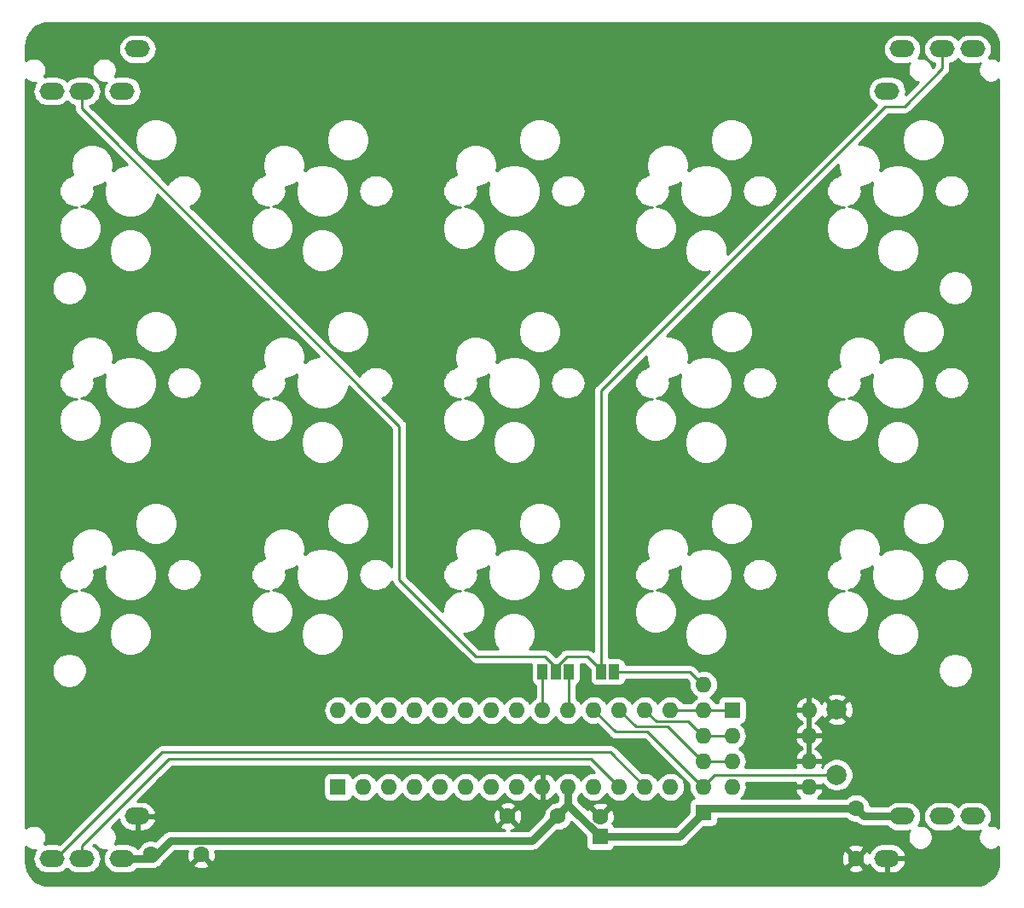
<source format=gtl>
G04 #@! TF.GenerationSoftware,KiCad,Pcbnew,(5.1.0)-1*
G04 #@! TF.CreationDate,2019-04-24T01:58:38+09:00*
G04 #@! TF.ProjectId,mithumboard,6d697468-756d-4626-9f61-72642e6b6963,rev?*
G04 #@! TF.SameCoordinates,Original*
G04 #@! TF.FileFunction,Copper,L1,Top*
G04 #@! TF.FilePolarity,Positive*
%FSLAX46Y46*%
G04 Gerber Fmt 4.6, Leading zero omitted, Abs format (unit mm)*
G04 Created by KiCad (PCBNEW (5.1.0)-1) date 2019-04-24 01:58:38*
%MOMM*%
%LPD*%
G04 APERTURE LIST*
%ADD10O,1.600000X1.600000*%
%ADD11R,1.600000X1.600000*%
%ADD12C,2.000000*%
%ADD13R,1.000000X1.500000*%
%ADD14C,1.600000*%
%ADD15O,2.500000X1.700000*%
%ADD16C,0.800000*%
%ADD17C,0.250000*%
%ADD18C,0.750000*%
%ADD19C,0.254000*%
G04 APERTURE END LIST*
D10*
X91694000Y-108934000D03*
X124714000Y-116554000D03*
X94234000Y-108934000D03*
X122174000Y-116554000D03*
X96774000Y-108934000D03*
X119634000Y-116554000D03*
X99314000Y-108934000D03*
X117094000Y-116554000D03*
X101854000Y-108934000D03*
X114554000Y-116554000D03*
X104394000Y-108934000D03*
X112014000Y-116554000D03*
X106934000Y-108934000D03*
X109474000Y-116554000D03*
X109474000Y-108934000D03*
X106934000Y-116554000D03*
X112014000Y-108934000D03*
X104394000Y-116554000D03*
X114554000Y-108934000D03*
X101854000Y-116554000D03*
X117094000Y-108934000D03*
X99314000Y-116554000D03*
X119634000Y-108934000D03*
X96774000Y-116554000D03*
X122174000Y-108934000D03*
X94234000Y-116554000D03*
X124714000Y-108934000D03*
D11*
X91694000Y-116554000D03*
D12*
X141224000Y-108859000D03*
X141224000Y-115359000D03*
D10*
X127989000Y-106394000D03*
X127989000Y-108934000D03*
X127989000Y-111474000D03*
X127989000Y-114014000D03*
X127989000Y-116554000D03*
D11*
X127989000Y-119094000D03*
D13*
X119125000Y-105124000D03*
X117825000Y-105124000D03*
X114624000Y-105124000D03*
X113324000Y-105124000D03*
X112024000Y-105124000D03*
D10*
X138453000Y-108934000D03*
X130833000Y-116554000D03*
X138453000Y-111474000D03*
X130833000Y-114014000D03*
X138453000Y-114014000D03*
X130833000Y-111474000D03*
X138453000Y-116554000D03*
D11*
X130833000Y-108934000D03*
D14*
X117730000Y-119490000D03*
D11*
X117730000Y-121490000D03*
D14*
X143129000Y-118666000D03*
X143129000Y-123666000D03*
X108538000Y-119475000D03*
X113538000Y-119475000D03*
X73105000Y-123285000D03*
X78105000Y-123285000D03*
D15*
X146225000Y-123675000D03*
X147725000Y-119475000D03*
X151725000Y-119475000D03*
X154725000Y-119475000D03*
X71780000Y-119475000D03*
X70280000Y-123675000D03*
X66280000Y-123675000D03*
X63280000Y-123675000D03*
X146225000Y-47475000D03*
X147725000Y-43275000D03*
X151725000Y-43275000D03*
X154725000Y-43275000D03*
X71780000Y-43275000D03*
X70280000Y-47475000D03*
X66280000Y-47475000D03*
X63280000Y-47475000D03*
D16*
X109220000Y-50260000D03*
X71120000Y-88360000D03*
X123444000Y-106775000D03*
D17*
X129020370Y-114014000D02*
X130683000Y-114014000D01*
X127889000Y-114014000D02*
X129020370Y-114014000D01*
X124460000Y-110585000D02*
X127889000Y-114014000D01*
X119634000Y-108934000D02*
X121285000Y-110585000D01*
X121285000Y-110585000D02*
X124460000Y-110585000D01*
X129020370Y-111474000D02*
X130683000Y-111474000D01*
X127889000Y-111474000D02*
X129020370Y-111474000D01*
X126492000Y-110077000D02*
X127889000Y-111474000D01*
X122174000Y-108934000D02*
X123317000Y-110077000D01*
X123317000Y-110077000D02*
X126492000Y-110077000D01*
X129020370Y-108934000D02*
X130683000Y-108934000D01*
X127889000Y-108934000D02*
X129020370Y-108934000D01*
X124714000Y-108934000D02*
X127889000Y-108934000D01*
X151725000Y-44375000D02*
X151725000Y-43275000D01*
X151725000Y-45220000D02*
X151725000Y-44375000D01*
X147955000Y-48990000D02*
X151725000Y-45220000D01*
X146050000Y-48990000D02*
X147955000Y-48990000D01*
X117825000Y-105124000D02*
X117825000Y-77215000D01*
X117825000Y-77215000D02*
X146050000Y-48990000D01*
X117825000Y-104966000D02*
X117825000Y-105124000D01*
X116459000Y-103600000D02*
X117825000Y-104966000D01*
X114427000Y-103600000D02*
X116459000Y-103600000D01*
X113324000Y-105124000D02*
X113324000Y-104703000D01*
X113324000Y-104703000D02*
X114427000Y-103600000D01*
X66280000Y-48575000D02*
X66280000Y-47475000D01*
X66280000Y-49208136D02*
X66280000Y-48575000D01*
X113324000Y-104706800D02*
X112217200Y-103600000D01*
X113324000Y-105124000D02*
X113324000Y-104706800D01*
X105410000Y-103600000D02*
X97790000Y-95980000D01*
X97790000Y-95980000D02*
X97790000Y-80718136D01*
X112217200Y-103600000D02*
X105410000Y-103600000D01*
X97790000Y-80718136D02*
X66280000Y-49208136D01*
X66280000Y-122575000D02*
X66280000Y-123675000D01*
X66280000Y-122405998D02*
X66280000Y-122575000D01*
X74925998Y-113760000D02*
X66280000Y-122405998D01*
X119634000Y-116554000D02*
X116840000Y-113760000D01*
X116840000Y-113760000D02*
X74925998Y-113760000D01*
X63680000Y-123675000D02*
X63280000Y-123675000D01*
X74230000Y-113125000D02*
X63680000Y-123675000D01*
X122174000Y-116554000D02*
X118745000Y-113125000D01*
X118745000Y-113125000D02*
X74230000Y-113125000D01*
X129084000Y-115359000D02*
X141224000Y-115359000D01*
X127889000Y-116554000D02*
X129084000Y-115359000D01*
X127089001Y-115754001D02*
X127889000Y-116554000D01*
X122428000Y-111093000D02*
X127089001Y-115754001D01*
X117094000Y-108934000D02*
X119253000Y-111093000D01*
X119253000Y-111093000D02*
X122428000Y-111093000D01*
X114555000Y-105155000D02*
X114524000Y-105124000D01*
X114624000Y-108864000D02*
X114554000Y-108934000D01*
X114624000Y-105124000D02*
X114624000Y-108864000D01*
X112024000Y-108924000D02*
X112014000Y-108934000D01*
X112024000Y-105124000D02*
X112024000Y-108924000D01*
D18*
X114555000Y-116410000D02*
X114555000Y-118315000D01*
X117730000Y-121490000D02*
X114555000Y-118315000D01*
X147699600Y-119449600D02*
X147725000Y-119475000D01*
X143129000Y-118666000D02*
X143129000Y-118687600D01*
X73254000Y-123675000D02*
X70280000Y-123675000D01*
X75038607Y-121890393D02*
X73254000Y-123675000D01*
X114555000Y-118315000D02*
X110979607Y-121890393D01*
X110979607Y-121890393D02*
X75038607Y-121890393D01*
X143938000Y-119475000D02*
X143129000Y-118666000D01*
X147725000Y-119475000D02*
X143938000Y-119475000D01*
X128417000Y-118666000D02*
X127989000Y-119094000D01*
X143129000Y-118666000D02*
X128417000Y-118666000D01*
X127989000Y-119121000D02*
X127989000Y-119094000D01*
X117730000Y-121490000D02*
X125620000Y-121490000D01*
X125620000Y-121490000D02*
X127989000Y-119121000D01*
D17*
X126619000Y-105124000D02*
X127889000Y-106394000D01*
X119125000Y-105124000D02*
X126619000Y-105124000D01*
D19*
G36*
X153269866Y-44330134D02*
G01*
X153495986Y-44515706D01*
X153753966Y-44653599D01*
X154033889Y-44738513D01*
X154252050Y-44760000D01*
X155197950Y-44760000D01*
X155416111Y-44738513D01*
X155477384Y-44719926D01*
X155430557Y-44790008D01*
X155337460Y-45014764D01*
X155290000Y-45253363D01*
X155290000Y-45496637D01*
X155337460Y-45735236D01*
X155430557Y-45959992D01*
X155565713Y-46162267D01*
X155737733Y-46334287D01*
X155940008Y-46469443D01*
X156164764Y-46562540D01*
X156403363Y-46610000D01*
X156646637Y-46610000D01*
X156885236Y-46562540D01*
X157109992Y-46469443D01*
X157312267Y-46334287D01*
X157315001Y-46331553D01*
X157315000Y-120618446D01*
X157312267Y-120615713D01*
X157109992Y-120480557D01*
X156885236Y-120387460D01*
X156646637Y-120340000D01*
X156403363Y-120340000D01*
X156323065Y-120355972D01*
X156365706Y-120304014D01*
X156503599Y-120046034D01*
X156588513Y-119766111D01*
X156617185Y-119475000D01*
X156588513Y-119183889D01*
X156503599Y-118903966D01*
X156365706Y-118645986D01*
X156180134Y-118419866D01*
X155954014Y-118234294D01*
X155696034Y-118096401D01*
X155416111Y-118011487D01*
X155197950Y-117990000D01*
X154252050Y-117990000D01*
X154033889Y-118011487D01*
X153753966Y-118096401D01*
X153495986Y-118234294D01*
X153269866Y-118419866D01*
X153225000Y-118474535D01*
X153180134Y-118419866D01*
X152954014Y-118234294D01*
X152696034Y-118096401D01*
X152416111Y-118011487D01*
X152197950Y-117990000D01*
X151252050Y-117990000D01*
X151033889Y-118011487D01*
X150753966Y-118096401D01*
X150495986Y-118234294D01*
X150269866Y-118419866D01*
X150084294Y-118645986D01*
X149946401Y-118903966D01*
X149861487Y-119183889D01*
X149832815Y-119475000D01*
X149861487Y-119766111D01*
X149946401Y-120046034D01*
X150084294Y-120304014D01*
X150269866Y-120530134D01*
X150495986Y-120715706D01*
X150753966Y-120853599D01*
X151033889Y-120938513D01*
X151252050Y-120960000D01*
X152197950Y-120960000D01*
X152416111Y-120938513D01*
X152696034Y-120853599D01*
X152954014Y-120715706D01*
X153180134Y-120530134D01*
X153225000Y-120475465D01*
X153269866Y-120530134D01*
X153495986Y-120715706D01*
X153753966Y-120853599D01*
X154033889Y-120938513D01*
X154252050Y-120960000D01*
X155197950Y-120960000D01*
X155416111Y-120938513D01*
X155477384Y-120919926D01*
X155430557Y-120990008D01*
X155337460Y-121214764D01*
X155290000Y-121453363D01*
X155290000Y-121696637D01*
X155337460Y-121935236D01*
X155430557Y-122159992D01*
X155565713Y-122362267D01*
X155737733Y-122534287D01*
X155940008Y-122669443D01*
X156164764Y-122762540D01*
X156403363Y-122810000D01*
X156646637Y-122810000D01*
X156885236Y-122762540D01*
X157109992Y-122669443D01*
X157312267Y-122534287D01*
X157315000Y-122531554D01*
X157315000Y-123966496D01*
X157267688Y-124449016D01*
X157137287Y-124880927D01*
X156925480Y-125279280D01*
X156640325Y-125628914D01*
X156292697Y-125916497D01*
X155895825Y-126131085D01*
X155464834Y-126264500D01*
X154984346Y-126315000D01*
X63033504Y-126315000D01*
X62550984Y-126267688D01*
X62119073Y-126137287D01*
X61720720Y-125925480D01*
X61371086Y-125640325D01*
X61083503Y-125292697D01*
X60868915Y-124895825D01*
X60735500Y-124464834D01*
X60685000Y-123984346D01*
X60685000Y-122526554D01*
X60692733Y-122534287D01*
X60895008Y-122669443D01*
X61119764Y-122762540D01*
X61358363Y-122810000D01*
X61601637Y-122810000D01*
X61681935Y-122794028D01*
X61639294Y-122845986D01*
X61501401Y-123103966D01*
X61416487Y-123383889D01*
X61387815Y-123675000D01*
X61416487Y-123966111D01*
X61501401Y-124246034D01*
X61639294Y-124504014D01*
X61824866Y-124730134D01*
X62050986Y-124915706D01*
X62308966Y-125053599D01*
X62588889Y-125138513D01*
X62807050Y-125160000D01*
X63752950Y-125160000D01*
X63971111Y-125138513D01*
X64251034Y-125053599D01*
X64509014Y-124915706D01*
X64735134Y-124730134D01*
X64780000Y-124675465D01*
X64824866Y-124730134D01*
X65050986Y-124915706D01*
X65308966Y-125053599D01*
X65588889Y-125138513D01*
X65807050Y-125160000D01*
X66752950Y-125160000D01*
X66971111Y-125138513D01*
X67251034Y-125053599D01*
X67509014Y-124915706D01*
X67735134Y-124730134D01*
X67920706Y-124504014D01*
X68058599Y-124246034D01*
X68143513Y-123966111D01*
X68172185Y-123675000D01*
X68143513Y-123383889D01*
X68058599Y-123103966D01*
X67920706Y-122845986D01*
X67735134Y-122619866D01*
X67509014Y-122434294D01*
X67390078Y-122370721D01*
X67471774Y-122289025D01*
X67520713Y-122362267D01*
X67692733Y-122534287D01*
X67895008Y-122669443D01*
X68119764Y-122762540D01*
X68358363Y-122810000D01*
X68601637Y-122810000D01*
X68681935Y-122794028D01*
X68639294Y-122845986D01*
X68501401Y-123103966D01*
X68416487Y-123383889D01*
X68387815Y-123675000D01*
X68416487Y-123966111D01*
X68501401Y-124246034D01*
X68639294Y-124504014D01*
X68824866Y-124730134D01*
X69050986Y-124915706D01*
X69308966Y-125053599D01*
X69588889Y-125138513D01*
X69807050Y-125160000D01*
X70752950Y-125160000D01*
X70971111Y-125138513D01*
X71251034Y-125053599D01*
X71509014Y-124915706D01*
X71735134Y-124730134D01*
X71772175Y-124685000D01*
X72787710Y-124685000D01*
X72963665Y-124720000D01*
X73246335Y-124720000D01*
X73523574Y-124664853D01*
X73784727Y-124556680D01*
X74019759Y-124399637D01*
X74141694Y-124277702D01*
X77291903Y-124277702D01*
X77363486Y-124521671D01*
X77618996Y-124642571D01*
X77893184Y-124711300D01*
X78175512Y-124725217D01*
X78455130Y-124683787D01*
X78525274Y-124658702D01*
X142315903Y-124658702D01*
X142387486Y-124902671D01*
X142642996Y-125023571D01*
X142917184Y-125092300D01*
X143199512Y-125106217D01*
X143479130Y-125064787D01*
X143745292Y-124969603D01*
X143870514Y-124902671D01*
X143942097Y-124658702D01*
X143129000Y-123845605D01*
X142315903Y-124658702D01*
X78525274Y-124658702D01*
X78721292Y-124588603D01*
X78846514Y-124521671D01*
X78918097Y-124277702D01*
X78105000Y-123464605D01*
X77291903Y-124277702D01*
X74141694Y-124277702D01*
X74219637Y-124199759D01*
X74344566Y-124012789D01*
X75456962Y-122900393D01*
X76722012Y-122900393D01*
X76678700Y-123073184D01*
X76664783Y-123355512D01*
X76706213Y-123635130D01*
X76801397Y-123901292D01*
X76868329Y-124026514D01*
X77112298Y-124098097D01*
X77925395Y-123285000D01*
X77911253Y-123270858D01*
X78090858Y-123091253D01*
X78105000Y-123105395D01*
X78119143Y-123091253D01*
X78298748Y-123270858D01*
X78284605Y-123285000D01*
X79097702Y-124098097D01*
X79341671Y-124026514D01*
X79462571Y-123771004D01*
X79471216Y-123736512D01*
X141688783Y-123736512D01*
X141730213Y-124016130D01*
X141825397Y-124282292D01*
X141892329Y-124407514D01*
X142136298Y-124479097D01*
X142949395Y-123666000D01*
X143308605Y-123666000D01*
X144121702Y-124479097D01*
X144365671Y-124407514D01*
X144449375Y-124230615D01*
X144519709Y-124394426D01*
X144685143Y-124635252D01*
X144894381Y-124839176D01*
X145139382Y-124998361D01*
X145410731Y-125106690D01*
X145698000Y-125160000D01*
X146098000Y-125160000D01*
X146098000Y-123802000D01*
X146352000Y-123802000D01*
X146352000Y-125160000D01*
X146752000Y-125160000D01*
X147039269Y-125106690D01*
X147310618Y-124998361D01*
X147555619Y-124839176D01*
X147764857Y-124635252D01*
X147930291Y-124394426D01*
X148045563Y-124125953D01*
X148066476Y-124031890D01*
X147945155Y-123802000D01*
X146352000Y-123802000D01*
X146098000Y-123802000D01*
X146078000Y-123802000D01*
X146078000Y-123548000D01*
X146098000Y-123548000D01*
X146098000Y-123528000D01*
X146352000Y-123528000D01*
X146352000Y-123548000D01*
X147945155Y-123548000D01*
X148066476Y-123318110D01*
X148045563Y-123224047D01*
X147930291Y-122955574D01*
X147764857Y-122714748D01*
X147555619Y-122510824D01*
X147310618Y-122351639D01*
X147039269Y-122243310D01*
X146752000Y-122190000D01*
X145698000Y-122190000D01*
X145410731Y-122243310D01*
X145139382Y-122351639D01*
X144894381Y-122510824D01*
X144685143Y-122714748D01*
X144519709Y-122955574D01*
X144453819Y-123109034D01*
X144432603Y-123049708D01*
X144365671Y-122924486D01*
X144121702Y-122852903D01*
X143308605Y-123666000D01*
X142949395Y-123666000D01*
X142136298Y-122852903D01*
X141892329Y-122924486D01*
X141771429Y-123179996D01*
X141702700Y-123454184D01*
X141688783Y-123736512D01*
X79471216Y-123736512D01*
X79531300Y-123496816D01*
X79545217Y-123214488D01*
X79503787Y-122934870D01*
X79491457Y-122900393D01*
X110929999Y-122900393D01*
X110979607Y-122905279D01*
X111177601Y-122885778D01*
X111238689Y-122867247D01*
X111367987Y-122828025D01*
X111543447Y-122734240D01*
X111697240Y-122608026D01*
X111728868Y-122569487D01*
X113389734Y-120908621D01*
X113396665Y-120910000D01*
X113679335Y-120910000D01*
X113956574Y-120854853D01*
X114217727Y-120746680D01*
X114452759Y-120589637D01*
X114652637Y-120389759D01*
X114809680Y-120154727D01*
X114855574Y-120043929D01*
X116291928Y-121480283D01*
X116291928Y-122290000D01*
X116304188Y-122414482D01*
X116340498Y-122534180D01*
X116399463Y-122644494D01*
X116478815Y-122741185D01*
X116575506Y-122820537D01*
X116685820Y-122879502D01*
X116805518Y-122915812D01*
X116930000Y-122928072D01*
X118530000Y-122928072D01*
X118654482Y-122915812D01*
X118774180Y-122879502D01*
X118884494Y-122820537D01*
X118981185Y-122741185D01*
X119036898Y-122673298D01*
X142315903Y-122673298D01*
X143129000Y-123486395D01*
X143942097Y-122673298D01*
X143870514Y-122429329D01*
X143615004Y-122308429D01*
X143340816Y-122239700D01*
X143058488Y-122225783D01*
X142778870Y-122267213D01*
X142512708Y-122362397D01*
X142387486Y-122429329D01*
X142315903Y-122673298D01*
X119036898Y-122673298D01*
X119060537Y-122644494D01*
X119119502Y-122534180D01*
X119129870Y-122500000D01*
X125570392Y-122500000D01*
X125620000Y-122504886D01*
X125817994Y-122485385D01*
X125862438Y-122471903D01*
X126008380Y-122427632D01*
X126183840Y-122333847D01*
X126337633Y-122207633D01*
X126369261Y-122169094D01*
X128006284Y-120532072D01*
X128789000Y-120532072D01*
X128913482Y-120519812D01*
X129033180Y-120483502D01*
X129143494Y-120424537D01*
X129240185Y-120345185D01*
X129319537Y-120248494D01*
X129378502Y-120138180D01*
X129414812Y-120018482D01*
X129427072Y-119894000D01*
X129427072Y-119676000D01*
X142109604Y-119676000D01*
X142214241Y-119780637D01*
X142449273Y-119937680D01*
X142710426Y-120045853D01*
X142987665Y-120101000D01*
X143135644Y-120101000D01*
X143188743Y-120154099D01*
X143220367Y-120192633D01*
X143374160Y-120318847D01*
X143549620Y-120412632D01*
X143740005Y-120470385D01*
X143938000Y-120489886D01*
X143987608Y-120485000D01*
X146232825Y-120485000D01*
X146269866Y-120530134D01*
X146495986Y-120715706D01*
X146753966Y-120853599D01*
X147033889Y-120938513D01*
X147252050Y-120960000D01*
X148197950Y-120960000D01*
X148416111Y-120938513D01*
X148477384Y-120919926D01*
X148430557Y-120990008D01*
X148337460Y-121214764D01*
X148290000Y-121453363D01*
X148290000Y-121696637D01*
X148337460Y-121935236D01*
X148430557Y-122159992D01*
X148565713Y-122362267D01*
X148737733Y-122534287D01*
X148940008Y-122669443D01*
X149164764Y-122762540D01*
X149403363Y-122810000D01*
X149646637Y-122810000D01*
X149885236Y-122762540D01*
X150109992Y-122669443D01*
X150312267Y-122534287D01*
X150484287Y-122362267D01*
X150619443Y-122159992D01*
X150712540Y-121935236D01*
X150760000Y-121696637D01*
X150760000Y-121453363D01*
X150712540Y-121214764D01*
X150619443Y-120990008D01*
X150484287Y-120787733D01*
X150312267Y-120615713D01*
X150109992Y-120480557D01*
X149885236Y-120387460D01*
X149646637Y-120340000D01*
X149403363Y-120340000D01*
X149323065Y-120355972D01*
X149365706Y-120304014D01*
X149503599Y-120046034D01*
X149588513Y-119766111D01*
X149617185Y-119475000D01*
X149588513Y-119183889D01*
X149503599Y-118903966D01*
X149365706Y-118645986D01*
X149180134Y-118419866D01*
X148954014Y-118234294D01*
X148696034Y-118096401D01*
X148416111Y-118011487D01*
X148197950Y-117990000D01*
X147252050Y-117990000D01*
X147033889Y-118011487D01*
X146753966Y-118096401D01*
X146495986Y-118234294D01*
X146269866Y-118419866D01*
X146232825Y-118465000D01*
X144552132Y-118465000D01*
X144508853Y-118247426D01*
X144400680Y-117986273D01*
X144243637Y-117751241D01*
X144043759Y-117551363D01*
X143808727Y-117394320D01*
X143547574Y-117286147D01*
X143270335Y-117231000D01*
X142987665Y-117231000D01*
X142710426Y-117286147D01*
X142449273Y-117394320D01*
X142214241Y-117551363D01*
X142109604Y-117656000D01*
X139363693Y-117656000D01*
X139516519Y-117517414D01*
X139684037Y-117291420D01*
X139804246Y-117037087D01*
X139844904Y-116903039D01*
X139722915Y-116681000D01*
X138580000Y-116681000D01*
X138580000Y-116701000D01*
X138326000Y-116701000D01*
X138326000Y-116681000D01*
X137183085Y-116681000D01*
X137061096Y-116903039D01*
X137101754Y-117037087D01*
X137221963Y-117291420D01*
X137389481Y-117517414D01*
X137542307Y-117656000D01*
X131752213Y-117656000D01*
X131852608Y-117573608D01*
X132031932Y-117355101D01*
X132165182Y-117105808D01*
X132247236Y-116835309D01*
X132274943Y-116554000D01*
X132247236Y-116272691D01*
X132200615Y-116119000D01*
X137087169Y-116119000D01*
X137061096Y-116204961D01*
X137183085Y-116427000D01*
X138326000Y-116427000D01*
X138326000Y-116407000D01*
X138580000Y-116407000D01*
X138580000Y-116427000D01*
X139722915Y-116427000D01*
X139834955Y-116223069D01*
X139954013Y-116401252D01*
X140181748Y-116628987D01*
X140449537Y-116807918D01*
X140747088Y-116931168D01*
X141062967Y-116994000D01*
X141385033Y-116994000D01*
X141700912Y-116931168D01*
X141998463Y-116807918D01*
X142266252Y-116628987D01*
X142493987Y-116401252D01*
X142672918Y-116133463D01*
X142796168Y-115835912D01*
X142859000Y-115520033D01*
X142859000Y-115197967D01*
X142796168Y-114882088D01*
X142672918Y-114584537D01*
X142493987Y-114316748D01*
X142266252Y-114089013D01*
X141998463Y-113910082D01*
X141700912Y-113786832D01*
X141385033Y-113724000D01*
X141062967Y-113724000D01*
X140747088Y-113786832D01*
X140449537Y-113910082D01*
X140181748Y-114089013D01*
X139954013Y-114316748D01*
X139775082Y-114584537D01*
X139769091Y-114599000D01*
X139756077Y-114599000D01*
X139804246Y-114497087D01*
X139844904Y-114363039D01*
X139722915Y-114141000D01*
X138580000Y-114141000D01*
X138580000Y-114161000D01*
X138326000Y-114161000D01*
X138326000Y-114141000D01*
X137183085Y-114141000D01*
X137061096Y-114363039D01*
X137101754Y-114497087D01*
X137149923Y-114599000D01*
X132147440Y-114599000D01*
X132165182Y-114565808D01*
X132247236Y-114295309D01*
X132274943Y-114014000D01*
X132247236Y-113732691D01*
X132165182Y-113462192D01*
X132031932Y-113212899D01*
X131852608Y-112994392D01*
X131634101Y-112815068D01*
X131501142Y-112744000D01*
X131634101Y-112672932D01*
X131852608Y-112493608D01*
X132031932Y-112275101D01*
X132165182Y-112025808D01*
X132226690Y-111823039D01*
X137061096Y-111823039D01*
X137101754Y-111957087D01*
X137221963Y-112211420D01*
X137389481Y-112437414D01*
X137597869Y-112626385D01*
X137793982Y-112744000D01*
X137597869Y-112861615D01*
X137389481Y-113050586D01*
X137221963Y-113276580D01*
X137101754Y-113530913D01*
X137061096Y-113664961D01*
X137183085Y-113887000D01*
X138326000Y-113887000D01*
X138326000Y-111601000D01*
X138580000Y-111601000D01*
X138580000Y-113887000D01*
X139722915Y-113887000D01*
X139844904Y-113664961D01*
X139804246Y-113530913D01*
X139684037Y-113276580D01*
X139516519Y-113050586D01*
X139308131Y-112861615D01*
X139112018Y-112744000D01*
X139308131Y-112626385D01*
X139516519Y-112437414D01*
X139684037Y-112211420D01*
X139804246Y-111957087D01*
X139844904Y-111823039D01*
X139722915Y-111601000D01*
X138580000Y-111601000D01*
X138326000Y-111601000D01*
X137183085Y-111601000D01*
X137061096Y-111823039D01*
X132226690Y-111823039D01*
X132247236Y-111755309D01*
X132274943Y-111474000D01*
X132247236Y-111192691D01*
X132165182Y-110922192D01*
X132031932Y-110672899D01*
X131852608Y-110454392D01*
X131739518Y-110361581D01*
X131757482Y-110359812D01*
X131877180Y-110323502D01*
X131987494Y-110264537D01*
X132084185Y-110185185D01*
X132163537Y-110088494D01*
X132222502Y-109978180D01*
X132258812Y-109858482D01*
X132271072Y-109734000D01*
X132271072Y-109283039D01*
X137061096Y-109283039D01*
X137101754Y-109417087D01*
X137221963Y-109671420D01*
X137389481Y-109897414D01*
X137597869Y-110086385D01*
X137793982Y-110204000D01*
X137597869Y-110321615D01*
X137389481Y-110510586D01*
X137221963Y-110736580D01*
X137101754Y-110990913D01*
X137061096Y-111124961D01*
X137183085Y-111347000D01*
X138326000Y-111347000D01*
X138326000Y-109061000D01*
X137183085Y-109061000D01*
X137061096Y-109283039D01*
X132271072Y-109283039D01*
X132271072Y-108584961D01*
X137061096Y-108584961D01*
X137183085Y-108807000D01*
X138326000Y-108807000D01*
X138326000Y-107663376D01*
X138580000Y-107663376D01*
X138580000Y-108807000D01*
X138600000Y-108807000D01*
X138600000Y-109061000D01*
X138580000Y-109061000D01*
X138580000Y-111347000D01*
X139722915Y-111347000D01*
X139844904Y-111124961D01*
X139804246Y-110990913D01*
X139684037Y-110736580D01*
X139516519Y-110510586D01*
X139308131Y-110321615D01*
X139112018Y-110204000D01*
X139308131Y-110086385D01*
X139409553Y-109994413D01*
X140268192Y-109994413D01*
X140363956Y-110258814D01*
X140653571Y-110399704D01*
X140965108Y-110481384D01*
X141286595Y-110500718D01*
X141605675Y-110456961D01*
X141910088Y-110351795D01*
X142084044Y-110258814D01*
X142179808Y-109994413D01*
X141224000Y-109038605D01*
X140268192Y-109994413D01*
X139409553Y-109994413D01*
X139516519Y-109897414D01*
X139684037Y-109671420D01*
X139737861Y-109557541D01*
X139824186Y-109719044D01*
X140088587Y-109814808D01*
X141044395Y-108859000D01*
X141403605Y-108859000D01*
X142359413Y-109814808D01*
X142623814Y-109719044D01*
X142764704Y-109429429D01*
X142846384Y-109117892D01*
X142865718Y-108796405D01*
X142821961Y-108477325D01*
X142716795Y-108172912D01*
X142623814Y-107998956D01*
X142359413Y-107903192D01*
X141403605Y-108859000D01*
X141044395Y-108859000D01*
X140088587Y-107903192D01*
X139824186Y-107998956D01*
X139705725Y-108242466D01*
X139684037Y-108196580D01*
X139516519Y-107970586D01*
X139308131Y-107781615D01*
X139211375Y-107723587D01*
X140268192Y-107723587D01*
X141224000Y-108679395D01*
X142179808Y-107723587D01*
X142084044Y-107459186D01*
X141794429Y-107318296D01*
X141482892Y-107236616D01*
X141161405Y-107217282D01*
X140842325Y-107261039D01*
X140537912Y-107366205D01*
X140363956Y-107459186D01*
X140268192Y-107723587D01*
X139211375Y-107723587D01*
X139066881Y-107636930D01*
X138802040Y-107542091D01*
X138580000Y-107663376D01*
X138326000Y-107663376D01*
X138103960Y-107542091D01*
X137839119Y-107636930D01*
X137597869Y-107781615D01*
X137389481Y-107970586D01*
X137221963Y-108196580D01*
X137101754Y-108450913D01*
X137061096Y-108584961D01*
X132271072Y-108584961D01*
X132271072Y-108134000D01*
X132258812Y-108009518D01*
X132222502Y-107889820D01*
X132163537Y-107779506D01*
X132084185Y-107682815D01*
X131987494Y-107603463D01*
X131877180Y-107544498D01*
X131757482Y-107508188D01*
X131633000Y-107495928D01*
X130033000Y-107495928D01*
X129908518Y-107508188D01*
X129788820Y-107544498D01*
X129678506Y-107603463D01*
X129581815Y-107682815D01*
X129502463Y-107779506D01*
X129443498Y-107889820D01*
X129407188Y-108009518D01*
X129394928Y-108134000D01*
X129394928Y-108174000D01*
X129209901Y-108174000D01*
X129187932Y-108132899D01*
X129008608Y-107914392D01*
X128790101Y-107735068D01*
X128657142Y-107664000D01*
X128790101Y-107592932D01*
X129008608Y-107413608D01*
X129187932Y-107195101D01*
X129321182Y-106945808D01*
X129403236Y-106675309D01*
X129430943Y-106394000D01*
X129403236Y-106112691D01*
X129321182Y-105842192D01*
X129187932Y-105592899D01*
X129008608Y-105374392D01*
X128790101Y-105195068D01*
X128540808Y-105061818D01*
X128270309Y-104979764D01*
X128059492Y-104959000D01*
X127918508Y-104959000D01*
X127707691Y-104979764D01*
X127586368Y-105016567D01*
X127398918Y-104829117D01*
X151265000Y-104829117D01*
X151265000Y-105170883D01*
X151331675Y-105506081D01*
X151462463Y-105821831D01*
X151652337Y-106105998D01*
X151894002Y-106347663D01*
X152178169Y-106537537D01*
X152493919Y-106668325D01*
X152829117Y-106735000D01*
X153170883Y-106735000D01*
X153506081Y-106668325D01*
X153821831Y-106537537D01*
X154105998Y-106347663D01*
X154347663Y-106105998D01*
X154537537Y-105821831D01*
X154668325Y-105506081D01*
X154735000Y-105170883D01*
X154735000Y-104829117D01*
X154668325Y-104493919D01*
X154537537Y-104178169D01*
X154347663Y-103894002D01*
X154105998Y-103652337D01*
X153821831Y-103462463D01*
X153506081Y-103331675D01*
X153170883Y-103265000D01*
X152829117Y-103265000D01*
X152493919Y-103331675D01*
X152178169Y-103462463D01*
X151894002Y-103652337D01*
X151652337Y-103894002D01*
X151462463Y-104178169D01*
X151331675Y-104493919D01*
X151265000Y-104829117D01*
X127398918Y-104829117D01*
X127182804Y-104613003D01*
X127159001Y-104583999D01*
X127043276Y-104489026D01*
X126911247Y-104418454D01*
X126767986Y-104374997D01*
X126656333Y-104364000D01*
X126656322Y-104364000D01*
X126619000Y-104360324D01*
X126581678Y-104364000D01*
X120262087Y-104364000D01*
X120250812Y-104249518D01*
X120214502Y-104129820D01*
X120155537Y-104019506D01*
X120076185Y-103922815D01*
X119979494Y-103843463D01*
X119869180Y-103784498D01*
X119749482Y-103748188D01*
X119625000Y-103735928D01*
X118625000Y-103735928D01*
X118585000Y-103739868D01*
X118585000Y-98964722D01*
X121090001Y-98964722D01*
X121090001Y-99385280D01*
X121172048Y-99797757D01*
X121332989Y-100186303D01*
X121566638Y-100535984D01*
X121864018Y-100833364D01*
X122213699Y-101067013D01*
X122602245Y-101227954D01*
X123014722Y-101310001D01*
X123435280Y-101310001D01*
X123847757Y-101227954D01*
X124000412Y-101164722D01*
X126090001Y-101164722D01*
X126090001Y-101585280D01*
X126172048Y-101997757D01*
X126332989Y-102386303D01*
X126566638Y-102735984D01*
X126864018Y-103033364D01*
X127213699Y-103267013D01*
X127602245Y-103427954D01*
X128014722Y-103510001D01*
X128435280Y-103510001D01*
X128847757Y-103427954D01*
X129236303Y-103267013D01*
X129585984Y-103033364D01*
X129883364Y-102735984D01*
X130117013Y-102386303D01*
X130277954Y-101997757D01*
X130360001Y-101585280D01*
X130360001Y-101164722D01*
X130277954Y-100752245D01*
X130117013Y-100363699D01*
X129883364Y-100014018D01*
X129585984Y-99716638D01*
X129236303Y-99482989D01*
X128847757Y-99322048D01*
X128435280Y-99240001D01*
X128014722Y-99240001D01*
X127602245Y-99322048D01*
X127213699Y-99482989D01*
X126864018Y-99716638D01*
X126566638Y-100014018D01*
X126332989Y-100363699D01*
X126172048Y-100752245D01*
X126090001Y-101164722D01*
X124000412Y-101164722D01*
X124236303Y-101067013D01*
X124585984Y-100833364D01*
X124883364Y-100535984D01*
X125117013Y-100186303D01*
X125277954Y-99797757D01*
X125360001Y-99385280D01*
X125360001Y-98964722D01*
X140140001Y-98964722D01*
X140140001Y-99385280D01*
X140222048Y-99797757D01*
X140382989Y-100186303D01*
X140616638Y-100535984D01*
X140914018Y-100833364D01*
X141263699Y-101067013D01*
X141652245Y-101227954D01*
X142064722Y-101310001D01*
X142485280Y-101310001D01*
X142897757Y-101227954D01*
X143050412Y-101164722D01*
X145140001Y-101164722D01*
X145140001Y-101585280D01*
X145222048Y-101997757D01*
X145382989Y-102386303D01*
X145616638Y-102735984D01*
X145914018Y-103033364D01*
X146263699Y-103267013D01*
X146652245Y-103427954D01*
X147064722Y-103510001D01*
X147485280Y-103510001D01*
X147897757Y-103427954D01*
X148286303Y-103267013D01*
X148635984Y-103033364D01*
X148933364Y-102735984D01*
X149167013Y-102386303D01*
X149327954Y-101997757D01*
X149410001Y-101585280D01*
X149410001Y-101164722D01*
X149327954Y-100752245D01*
X149167013Y-100363699D01*
X148933364Y-100014018D01*
X148635984Y-99716638D01*
X148286303Y-99482989D01*
X147897757Y-99322048D01*
X147485280Y-99240001D01*
X147064722Y-99240001D01*
X146652245Y-99322048D01*
X146263699Y-99482989D01*
X145914018Y-99716638D01*
X145616638Y-100014018D01*
X145382989Y-100363699D01*
X145222048Y-100752245D01*
X145140001Y-101164722D01*
X143050412Y-101164722D01*
X143286303Y-101067013D01*
X143635984Y-100833364D01*
X143933364Y-100535984D01*
X144167013Y-100186303D01*
X144327954Y-99797757D01*
X144410001Y-99385280D01*
X144410001Y-98964722D01*
X144327954Y-98552245D01*
X144167013Y-98163699D01*
X143933364Y-97814018D01*
X143635984Y-97516638D01*
X143286303Y-97282989D01*
X142897757Y-97122048D01*
X142485280Y-97040001D01*
X142380926Y-97040001D01*
X142410715Y-97037067D01*
X142709489Y-96946435D01*
X142984840Y-96799257D01*
X143226188Y-96601188D01*
X143424257Y-96359840D01*
X143571435Y-96084489D01*
X143662067Y-95785715D01*
X143692670Y-95475001D01*
X143662067Y-95164287D01*
X143633466Y-95070001D01*
X143675280Y-95070001D01*
X144087757Y-94987954D01*
X144476303Y-94827013D01*
X144773579Y-94628380D01*
X144741262Y-94706400D01*
X144640001Y-95215476D01*
X144640001Y-95734526D01*
X144741262Y-96243602D01*
X144939894Y-96723142D01*
X145228263Y-97154716D01*
X145595286Y-97521739D01*
X146026860Y-97810108D01*
X146506400Y-98008740D01*
X147015476Y-98110001D01*
X147534526Y-98110001D01*
X148043602Y-98008740D01*
X148523142Y-97810108D01*
X148954716Y-97521739D01*
X149321739Y-97154716D01*
X149610108Y-96723142D01*
X149808740Y-96243602D01*
X149910001Y-95734526D01*
X149910001Y-95475001D01*
X150857332Y-95475001D01*
X150887935Y-95785715D01*
X150978567Y-96084489D01*
X151125745Y-96359840D01*
X151323814Y-96601188D01*
X151565162Y-96799257D01*
X151840513Y-96946435D01*
X152139287Y-97037067D01*
X152372137Y-97060001D01*
X152847865Y-97060001D01*
X153080715Y-97037067D01*
X153379489Y-96946435D01*
X153654840Y-96799257D01*
X153896188Y-96601188D01*
X154094257Y-96359840D01*
X154241435Y-96084489D01*
X154332067Y-95785715D01*
X154362670Y-95475001D01*
X154332067Y-95164287D01*
X154241435Y-94865513D01*
X154094257Y-94590162D01*
X153896188Y-94348814D01*
X153654840Y-94150745D01*
X153379489Y-94003567D01*
X153080715Y-93912935D01*
X152847865Y-93890001D01*
X152372137Y-93890001D01*
X152139287Y-93912935D01*
X151840513Y-94003567D01*
X151565162Y-94150745D01*
X151323814Y-94348814D01*
X151125745Y-94590162D01*
X150978567Y-94865513D01*
X150887935Y-95164287D01*
X150857332Y-95475001D01*
X149910001Y-95475001D01*
X149910001Y-95215476D01*
X149808740Y-94706400D01*
X149610108Y-94226860D01*
X149321739Y-93795286D01*
X148954716Y-93428263D01*
X148523142Y-93139894D01*
X148043602Y-92941262D01*
X147534526Y-92840001D01*
X147015476Y-92840001D01*
X146506400Y-92941262D01*
X146026860Y-93139894D01*
X145595286Y-93428263D01*
X145530906Y-93492643D01*
X145600001Y-93145280D01*
X145600001Y-92724722D01*
X145517954Y-92312245D01*
X145357013Y-91923699D01*
X145123364Y-91574018D01*
X144825984Y-91276638D01*
X144476303Y-91042989D01*
X144087757Y-90882048D01*
X143675280Y-90800001D01*
X143254722Y-90800001D01*
X142842245Y-90882048D01*
X142453699Y-91042989D01*
X142104018Y-91276638D01*
X141806638Y-91574018D01*
X141572989Y-91923699D01*
X141412048Y-92312245D01*
X141330001Y-92724722D01*
X141330001Y-93145280D01*
X141412048Y-93557757D01*
X141555644Y-93904429D01*
X141469287Y-93912935D01*
X141170513Y-94003567D01*
X140895162Y-94150745D01*
X140653814Y-94348814D01*
X140455745Y-94590162D01*
X140308567Y-94865513D01*
X140217935Y-95164287D01*
X140187332Y-95475001D01*
X140217935Y-95785715D01*
X140308567Y-96084489D01*
X140455745Y-96359840D01*
X140653814Y-96601188D01*
X140895162Y-96799257D01*
X141170513Y-96946435D01*
X141469287Y-97037067D01*
X141702137Y-97060001D01*
X141964175Y-97060001D01*
X141652245Y-97122048D01*
X141263699Y-97282989D01*
X140914018Y-97516638D01*
X140616638Y-97814018D01*
X140382989Y-98163699D01*
X140222048Y-98552245D01*
X140140001Y-98964722D01*
X125360001Y-98964722D01*
X125277954Y-98552245D01*
X125117013Y-98163699D01*
X124883364Y-97814018D01*
X124585984Y-97516638D01*
X124236303Y-97282989D01*
X123847757Y-97122048D01*
X123435280Y-97040001D01*
X123330926Y-97040001D01*
X123360715Y-97037067D01*
X123659489Y-96946435D01*
X123934840Y-96799257D01*
X124176188Y-96601188D01*
X124374257Y-96359840D01*
X124521435Y-96084489D01*
X124612067Y-95785715D01*
X124642670Y-95475001D01*
X124612067Y-95164287D01*
X124583466Y-95070001D01*
X124625280Y-95070001D01*
X125037757Y-94987954D01*
X125426303Y-94827013D01*
X125723579Y-94628380D01*
X125691262Y-94706400D01*
X125590001Y-95215476D01*
X125590001Y-95734526D01*
X125691262Y-96243602D01*
X125889894Y-96723142D01*
X126178263Y-97154716D01*
X126545286Y-97521739D01*
X126976860Y-97810108D01*
X127456400Y-98008740D01*
X127965476Y-98110001D01*
X128484526Y-98110001D01*
X128993602Y-98008740D01*
X129473142Y-97810108D01*
X129904716Y-97521739D01*
X130271739Y-97154716D01*
X130560108Y-96723142D01*
X130758740Y-96243602D01*
X130860001Y-95734526D01*
X130860001Y-95475001D01*
X131807332Y-95475001D01*
X131837935Y-95785715D01*
X131928567Y-96084489D01*
X132075745Y-96359840D01*
X132273814Y-96601188D01*
X132515162Y-96799257D01*
X132790513Y-96946435D01*
X133089287Y-97037067D01*
X133322137Y-97060001D01*
X133797865Y-97060001D01*
X134030715Y-97037067D01*
X134329489Y-96946435D01*
X134604840Y-96799257D01*
X134846188Y-96601188D01*
X135044257Y-96359840D01*
X135191435Y-96084489D01*
X135282067Y-95785715D01*
X135312670Y-95475001D01*
X135282067Y-95164287D01*
X135191435Y-94865513D01*
X135044257Y-94590162D01*
X134846188Y-94348814D01*
X134604840Y-94150745D01*
X134329489Y-94003567D01*
X134030715Y-93912935D01*
X133797865Y-93890001D01*
X133322137Y-93890001D01*
X133089287Y-93912935D01*
X132790513Y-94003567D01*
X132515162Y-94150745D01*
X132273814Y-94348814D01*
X132075745Y-94590162D01*
X131928567Y-94865513D01*
X131837935Y-95164287D01*
X131807332Y-95475001D01*
X130860001Y-95475001D01*
X130860001Y-95215476D01*
X130758740Y-94706400D01*
X130560108Y-94226860D01*
X130271739Y-93795286D01*
X129904716Y-93428263D01*
X129473142Y-93139894D01*
X128993602Y-92941262D01*
X128484526Y-92840001D01*
X127965476Y-92840001D01*
X127456400Y-92941262D01*
X126976860Y-93139894D01*
X126545286Y-93428263D01*
X126480906Y-93492643D01*
X126550001Y-93145280D01*
X126550001Y-92724722D01*
X126467954Y-92312245D01*
X126307013Y-91923699D01*
X126073364Y-91574018D01*
X125775984Y-91276638D01*
X125426303Y-91042989D01*
X125037757Y-90882048D01*
X124625280Y-90800001D01*
X124204722Y-90800001D01*
X123792245Y-90882048D01*
X123403699Y-91042989D01*
X123054018Y-91276638D01*
X122756638Y-91574018D01*
X122522989Y-91923699D01*
X122362048Y-92312245D01*
X122280001Y-92724722D01*
X122280001Y-93145280D01*
X122362048Y-93557757D01*
X122505644Y-93904429D01*
X122419287Y-93912935D01*
X122120513Y-94003567D01*
X121845162Y-94150745D01*
X121603814Y-94348814D01*
X121405745Y-94590162D01*
X121258567Y-94865513D01*
X121167935Y-95164287D01*
X121137332Y-95475001D01*
X121167935Y-95785715D01*
X121258567Y-96084489D01*
X121405745Y-96359840D01*
X121603814Y-96601188D01*
X121845162Y-96799257D01*
X122120513Y-96946435D01*
X122419287Y-97037067D01*
X122652137Y-97060001D01*
X122914175Y-97060001D01*
X122602245Y-97122048D01*
X122213699Y-97282989D01*
X121864018Y-97516638D01*
X121566638Y-97814018D01*
X121332989Y-98163699D01*
X121172048Y-98552245D01*
X121090001Y-98964722D01*
X118585000Y-98964722D01*
X118585000Y-90184722D01*
X128630001Y-90184722D01*
X128630001Y-90605280D01*
X128712048Y-91017757D01*
X128872989Y-91406303D01*
X129106638Y-91755984D01*
X129404018Y-92053364D01*
X129753699Y-92287013D01*
X130142245Y-92447954D01*
X130554722Y-92530001D01*
X130975280Y-92530001D01*
X131387757Y-92447954D01*
X131776303Y-92287013D01*
X132125984Y-92053364D01*
X132423364Y-91755984D01*
X132657013Y-91406303D01*
X132817954Y-91017757D01*
X132900001Y-90605280D01*
X132900001Y-90184722D01*
X147680001Y-90184722D01*
X147680001Y-90605280D01*
X147762048Y-91017757D01*
X147922989Y-91406303D01*
X148156638Y-91755984D01*
X148454018Y-92053364D01*
X148803699Y-92287013D01*
X149192245Y-92447954D01*
X149604722Y-92530001D01*
X150025280Y-92530001D01*
X150437757Y-92447954D01*
X150826303Y-92287013D01*
X151175984Y-92053364D01*
X151473364Y-91755984D01*
X151707013Y-91406303D01*
X151867954Y-91017757D01*
X151950001Y-90605280D01*
X151950001Y-90184722D01*
X151867954Y-89772245D01*
X151707013Y-89383699D01*
X151473364Y-89034018D01*
X151175984Y-88736638D01*
X150826303Y-88502989D01*
X150437757Y-88342048D01*
X150025280Y-88260001D01*
X149604722Y-88260001D01*
X149192245Y-88342048D01*
X148803699Y-88502989D01*
X148454018Y-88736638D01*
X148156638Y-89034018D01*
X147922989Y-89383699D01*
X147762048Y-89772245D01*
X147680001Y-90184722D01*
X132900001Y-90184722D01*
X132817954Y-89772245D01*
X132657013Y-89383699D01*
X132423364Y-89034018D01*
X132125984Y-88736638D01*
X131776303Y-88502989D01*
X131387757Y-88342048D01*
X130975280Y-88260001D01*
X130554722Y-88260001D01*
X130142245Y-88342048D01*
X129753699Y-88502989D01*
X129404018Y-88736638D01*
X129106638Y-89034018D01*
X128872989Y-89383699D01*
X128712048Y-89772245D01*
X128630001Y-90184722D01*
X118585000Y-90184722D01*
X118585000Y-77529801D01*
X122280001Y-73834800D01*
X122280001Y-74095280D01*
X122362048Y-74507757D01*
X122505644Y-74854429D01*
X122419287Y-74862935D01*
X122120513Y-74953567D01*
X121845162Y-75100745D01*
X121603814Y-75298814D01*
X121405745Y-75540162D01*
X121258567Y-75815513D01*
X121167935Y-76114287D01*
X121137332Y-76425001D01*
X121167935Y-76735715D01*
X121258567Y-77034489D01*
X121405745Y-77309840D01*
X121603814Y-77551188D01*
X121845162Y-77749257D01*
X122120513Y-77896435D01*
X122419287Y-77987067D01*
X122652137Y-78010001D01*
X122914175Y-78010001D01*
X122602245Y-78072048D01*
X122213699Y-78232989D01*
X121864018Y-78466638D01*
X121566638Y-78764018D01*
X121332989Y-79113699D01*
X121172048Y-79502245D01*
X121090001Y-79914722D01*
X121090001Y-80335280D01*
X121172048Y-80747757D01*
X121332989Y-81136303D01*
X121566638Y-81485984D01*
X121864018Y-81783364D01*
X122213699Y-82017013D01*
X122602245Y-82177954D01*
X123014722Y-82260001D01*
X123435280Y-82260001D01*
X123847757Y-82177954D01*
X124000412Y-82114722D01*
X126090001Y-82114722D01*
X126090001Y-82535280D01*
X126172048Y-82947757D01*
X126332989Y-83336303D01*
X126566638Y-83685984D01*
X126864018Y-83983364D01*
X127213699Y-84217013D01*
X127602245Y-84377954D01*
X128014722Y-84460001D01*
X128435280Y-84460001D01*
X128847757Y-84377954D01*
X129236303Y-84217013D01*
X129585984Y-83983364D01*
X129883364Y-83685984D01*
X130117013Y-83336303D01*
X130277954Y-82947757D01*
X130360001Y-82535280D01*
X130360001Y-82114722D01*
X130277954Y-81702245D01*
X130117013Y-81313699D01*
X129883364Y-80964018D01*
X129585984Y-80666638D01*
X129236303Y-80432989D01*
X128847757Y-80272048D01*
X128435280Y-80190001D01*
X128014722Y-80190001D01*
X127602245Y-80272048D01*
X127213699Y-80432989D01*
X126864018Y-80666638D01*
X126566638Y-80964018D01*
X126332989Y-81313699D01*
X126172048Y-81702245D01*
X126090001Y-82114722D01*
X124000412Y-82114722D01*
X124236303Y-82017013D01*
X124585984Y-81783364D01*
X124883364Y-81485984D01*
X125117013Y-81136303D01*
X125277954Y-80747757D01*
X125360001Y-80335280D01*
X125360001Y-79914722D01*
X140140001Y-79914722D01*
X140140001Y-80335280D01*
X140222048Y-80747757D01*
X140382989Y-81136303D01*
X140616638Y-81485984D01*
X140914018Y-81783364D01*
X141263699Y-82017013D01*
X141652245Y-82177954D01*
X142064722Y-82260001D01*
X142485280Y-82260001D01*
X142897757Y-82177954D01*
X143050412Y-82114722D01*
X145140001Y-82114722D01*
X145140001Y-82535280D01*
X145222048Y-82947757D01*
X145382989Y-83336303D01*
X145616638Y-83685984D01*
X145914018Y-83983364D01*
X146263699Y-84217013D01*
X146652245Y-84377954D01*
X147064722Y-84460001D01*
X147485280Y-84460001D01*
X147897757Y-84377954D01*
X148286303Y-84217013D01*
X148635984Y-83983364D01*
X148933364Y-83685984D01*
X149167013Y-83336303D01*
X149327954Y-82947757D01*
X149410001Y-82535280D01*
X149410001Y-82114722D01*
X149327954Y-81702245D01*
X149167013Y-81313699D01*
X148933364Y-80964018D01*
X148635984Y-80666638D01*
X148286303Y-80432989D01*
X147897757Y-80272048D01*
X147485280Y-80190001D01*
X147064722Y-80190001D01*
X146652245Y-80272048D01*
X146263699Y-80432989D01*
X145914018Y-80666638D01*
X145616638Y-80964018D01*
X145382989Y-81313699D01*
X145222048Y-81702245D01*
X145140001Y-82114722D01*
X143050412Y-82114722D01*
X143286303Y-82017013D01*
X143635984Y-81783364D01*
X143933364Y-81485984D01*
X144167013Y-81136303D01*
X144327954Y-80747757D01*
X144410001Y-80335280D01*
X144410001Y-79914722D01*
X144327954Y-79502245D01*
X144167013Y-79113699D01*
X143933364Y-78764018D01*
X143635984Y-78466638D01*
X143286303Y-78232989D01*
X142897757Y-78072048D01*
X142485280Y-77990001D01*
X142380926Y-77990001D01*
X142410715Y-77987067D01*
X142709489Y-77896435D01*
X142984840Y-77749257D01*
X143226188Y-77551188D01*
X143424257Y-77309840D01*
X143571435Y-77034489D01*
X143662067Y-76735715D01*
X143692670Y-76425001D01*
X143662067Y-76114287D01*
X143633466Y-76020001D01*
X143675280Y-76020001D01*
X144087757Y-75937954D01*
X144476303Y-75777013D01*
X144773579Y-75578380D01*
X144741262Y-75656400D01*
X144640001Y-76165476D01*
X144640001Y-76684526D01*
X144741262Y-77193602D01*
X144939894Y-77673142D01*
X145228263Y-78104716D01*
X145595286Y-78471739D01*
X146026860Y-78760108D01*
X146506400Y-78958740D01*
X147015476Y-79060001D01*
X147534526Y-79060001D01*
X148043602Y-78958740D01*
X148523142Y-78760108D01*
X148954716Y-78471739D01*
X149321739Y-78104716D01*
X149610108Y-77673142D01*
X149808740Y-77193602D01*
X149910001Y-76684526D01*
X149910001Y-76425001D01*
X150857332Y-76425001D01*
X150887935Y-76735715D01*
X150978567Y-77034489D01*
X151125745Y-77309840D01*
X151323814Y-77551188D01*
X151565162Y-77749257D01*
X151840513Y-77896435D01*
X152139287Y-77987067D01*
X152372137Y-78010001D01*
X152847865Y-78010001D01*
X153080715Y-77987067D01*
X153379489Y-77896435D01*
X153654840Y-77749257D01*
X153896188Y-77551188D01*
X154094257Y-77309840D01*
X154241435Y-77034489D01*
X154332067Y-76735715D01*
X154362670Y-76425001D01*
X154332067Y-76114287D01*
X154241435Y-75815513D01*
X154094257Y-75540162D01*
X153896188Y-75298814D01*
X153654840Y-75100745D01*
X153379489Y-74953567D01*
X153080715Y-74862935D01*
X152847865Y-74840001D01*
X152372137Y-74840001D01*
X152139287Y-74862935D01*
X151840513Y-74953567D01*
X151565162Y-75100745D01*
X151323814Y-75298814D01*
X151125745Y-75540162D01*
X150978567Y-75815513D01*
X150887935Y-76114287D01*
X150857332Y-76425001D01*
X149910001Y-76425001D01*
X149910001Y-76165476D01*
X149808740Y-75656400D01*
X149610108Y-75176860D01*
X149321739Y-74745286D01*
X148954716Y-74378263D01*
X148523142Y-74089894D01*
X148043602Y-73891262D01*
X147534526Y-73790001D01*
X147015476Y-73790001D01*
X146506400Y-73891262D01*
X146026860Y-74089894D01*
X145595286Y-74378263D01*
X145530906Y-74442643D01*
X145600001Y-74095280D01*
X145600001Y-73674722D01*
X145517954Y-73262245D01*
X145357013Y-72873699D01*
X145123364Y-72524018D01*
X144825984Y-72226638D01*
X144476303Y-71992989D01*
X144087757Y-71832048D01*
X143675280Y-71750001D01*
X143254722Y-71750001D01*
X142842245Y-71832048D01*
X142453699Y-71992989D01*
X142104018Y-72226638D01*
X141806638Y-72524018D01*
X141572989Y-72873699D01*
X141412048Y-73262245D01*
X141330001Y-73674722D01*
X141330001Y-74095280D01*
X141412048Y-74507757D01*
X141555644Y-74854429D01*
X141469287Y-74862935D01*
X141170513Y-74953567D01*
X140895162Y-75100745D01*
X140653814Y-75298814D01*
X140455745Y-75540162D01*
X140308567Y-75815513D01*
X140217935Y-76114287D01*
X140187332Y-76425001D01*
X140217935Y-76735715D01*
X140308567Y-77034489D01*
X140455745Y-77309840D01*
X140653814Y-77551188D01*
X140895162Y-77749257D01*
X141170513Y-77896435D01*
X141469287Y-77987067D01*
X141702137Y-78010001D01*
X141964175Y-78010001D01*
X141652245Y-78072048D01*
X141263699Y-78232989D01*
X140914018Y-78466638D01*
X140616638Y-78764018D01*
X140382989Y-79113699D01*
X140222048Y-79502245D01*
X140140001Y-79914722D01*
X125360001Y-79914722D01*
X125277954Y-79502245D01*
X125117013Y-79113699D01*
X124883364Y-78764018D01*
X124585984Y-78466638D01*
X124236303Y-78232989D01*
X123847757Y-78072048D01*
X123435280Y-77990001D01*
X123330926Y-77990001D01*
X123360715Y-77987067D01*
X123659489Y-77896435D01*
X123934840Y-77749257D01*
X124176188Y-77551188D01*
X124374257Y-77309840D01*
X124521435Y-77034489D01*
X124612067Y-76735715D01*
X124642670Y-76425001D01*
X124612067Y-76114287D01*
X124583466Y-76020001D01*
X124625280Y-76020001D01*
X125037757Y-75937954D01*
X125426303Y-75777013D01*
X125723579Y-75578380D01*
X125691262Y-75656400D01*
X125590001Y-76165476D01*
X125590001Y-76684526D01*
X125691262Y-77193602D01*
X125889894Y-77673142D01*
X126178263Y-78104716D01*
X126545286Y-78471739D01*
X126976860Y-78760108D01*
X127456400Y-78958740D01*
X127965476Y-79060001D01*
X128484526Y-79060001D01*
X128993602Y-78958740D01*
X129473142Y-78760108D01*
X129904716Y-78471739D01*
X130271739Y-78104716D01*
X130560108Y-77673142D01*
X130758740Y-77193602D01*
X130860001Y-76684526D01*
X130860001Y-76425001D01*
X131807332Y-76425001D01*
X131837935Y-76735715D01*
X131928567Y-77034489D01*
X132075745Y-77309840D01*
X132273814Y-77551188D01*
X132515162Y-77749257D01*
X132790513Y-77896435D01*
X133089287Y-77987067D01*
X133322137Y-78010001D01*
X133797865Y-78010001D01*
X134030715Y-77987067D01*
X134329489Y-77896435D01*
X134604840Y-77749257D01*
X134846188Y-77551188D01*
X135044257Y-77309840D01*
X135191435Y-77034489D01*
X135282067Y-76735715D01*
X135312670Y-76425001D01*
X135282067Y-76114287D01*
X135191435Y-75815513D01*
X135044257Y-75540162D01*
X134846188Y-75298814D01*
X134604840Y-75100745D01*
X134329489Y-74953567D01*
X134030715Y-74862935D01*
X133797865Y-74840001D01*
X133322137Y-74840001D01*
X133089287Y-74862935D01*
X132790513Y-74953567D01*
X132515162Y-75100745D01*
X132273814Y-75298814D01*
X132075745Y-75540162D01*
X131928567Y-75815513D01*
X131837935Y-76114287D01*
X131807332Y-76425001D01*
X130860001Y-76425001D01*
X130860001Y-76165476D01*
X130758740Y-75656400D01*
X130560108Y-75176860D01*
X130271739Y-74745286D01*
X129904716Y-74378263D01*
X129473142Y-74089894D01*
X128993602Y-73891262D01*
X128484526Y-73790001D01*
X127965476Y-73790001D01*
X127456400Y-73891262D01*
X126976860Y-74089894D01*
X126545286Y-74378263D01*
X126480906Y-74442643D01*
X126550001Y-74095280D01*
X126550001Y-73674722D01*
X126467954Y-73262245D01*
X126307013Y-72873699D01*
X126073364Y-72524018D01*
X125775984Y-72226638D01*
X125426303Y-71992989D01*
X125037757Y-71832048D01*
X124625280Y-71750001D01*
X124364800Y-71750001D01*
X124980079Y-71134722D01*
X128630001Y-71134722D01*
X128630001Y-71555280D01*
X128712048Y-71967757D01*
X128872989Y-72356303D01*
X129106638Y-72705984D01*
X129404018Y-73003364D01*
X129753699Y-73237013D01*
X130142245Y-73397954D01*
X130554722Y-73480001D01*
X130975280Y-73480001D01*
X131387757Y-73397954D01*
X131776303Y-73237013D01*
X132125984Y-73003364D01*
X132423364Y-72705984D01*
X132657013Y-72356303D01*
X132817954Y-71967757D01*
X132900001Y-71555280D01*
X132900001Y-71134722D01*
X147680001Y-71134722D01*
X147680001Y-71555280D01*
X147762048Y-71967757D01*
X147922989Y-72356303D01*
X148156638Y-72705984D01*
X148454018Y-73003364D01*
X148803699Y-73237013D01*
X149192245Y-73397954D01*
X149604722Y-73480001D01*
X150025280Y-73480001D01*
X150437757Y-73397954D01*
X150826303Y-73237013D01*
X151175984Y-73003364D01*
X151473364Y-72705984D01*
X151707013Y-72356303D01*
X151867954Y-71967757D01*
X151950001Y-71555280D01*
X151950001Y-71134722D01*
X151867954Y-70722245D01*
X151707013Y-70333699D01*
X151473364Y-69984018D01*
X151175984Y-69686638D01*
X150826303Y-69452989D01*
X150437757Y-69292048D01*
X150025280Y-69210001D01*
X149604722Y-69210001D01*
X149192245Y-69292048D01*
X148803699Y-69452989D01*
X148454018Y-69686638D01*
X148156638Y-69984018D01*
X147922989Y-70333699D01*
X147762048Y-70722245D01*
X147680001Y-71134722D01*
X132900001Y-71134722D01*
X132817954Y-70722245D01*
X132657013Y-70333699D01*
X132423364Y-69984018D01*
X132125984Y-69686638D01*
X131776303Y-69452989D01*
X131387757Y-69292048D01*
X130975280Y-69210001D01*
X130554722Y-69210001D01*
X130142245Y-69292048D01*
X129753699Y-69452989D01*
X129404018Y-69686638D01*
X129106638Y-69984018D01*
X128872989Y-70333699D01*
X128712048Y-70722245D01*
X128630001Y-71134722D01*
X124980079Y-71134722D01*
X129285684Y-66829117D01*
X151265000Y-66829117D01*
X151265000Y-67170883D01*
X151331675Y-67506081D01*
X151462463Y-67821831D01*
X151652337Y-68105998D01*
X151894002Y-68347663D01*
X152178169Y-68537537D01*
X152493919Y-68668325D01*
X152829117Y-68735000D01*
X153170883Y-68735000D01*
X153506081Y-68668325D01*
X153821831Y-68537537D01*
X154105998Y-68347663D01*
X154347663Y-68105998D01*
X154537537Y-67821831D01*
X154668325Y-67506081D01*
X154735000Y-67170883D01*
X154735000Y-66829117D01*
X154668325Y-66493919D01*
X154537537Y-66178169D01*
X154347663Y-65894002D01*
X154105998Y-65652337D01*
X153821831Y-65462463D01*
X153506081Y-65331675D01*
X153170883Y-65265000D01*
X152829117Y-65265000D01*
X152493919Y-65331675D01*
X152178169Y-65462463D01*
X151894002Y-65652337D01*
X151652337Y-65894002D01*
X151462463Y-66178169D01*
X151331675Y-66493919D01*
X151265000Y-66829117D01*
X129285684Y-66829117D01*
X141330001Y-54784801D01*
X141330001Y-55045280D01*
X141412048Y-55457757D01*
X141555644Y-55804429D01*
X141469287Y-55812935D01*
X141170513Y-55903567D01*
X140895162Y-56050745D01*
X140653814Y-56248814D01*
X140455745Y-56490162D01*
X140308567Y-56765513D01*
X140217935Y-57064287D01*
X140187332Y-57375001D01*
X140217935Y-57685715D01*
X140308567Y-57984489D01*
X140455745Y-58259840D01*
X140653814Y-58501188D01*
X140895162Y-58699257D01*
X141170513Y-58846435D01*
X141469287Y-58937067D01*
X141702137Y-58960001D01*
X141964175Y-58960001D01*
X141652245Y-59022048D01*
X141263699Y-59182989D01*
X140914018Y-59416638D01*
X140616638Y-59714018D01*
X140382989Y-60063699D01*
X140222048Y-60452245D01*
X140140001Y-60864722D01*
X140140001Y-61285280D01*
X140222048Y-61697757D01*
X140382989Y-62086303D01*
X140616638Y-62435984D01*
X140914018Y-62733364D01*
X141263699Y-62967013D01*
X141652245Y-63127954D01*
X142064722Y-63210001D01*
X142485280Y-63210001D01*
X142897757Y-63127954D01*
X143050412Y-63064722D01*
X145140001Y-63064722D01*
X145140001Y-63485280D01*
X145222048Y-63897757D01*
X145382989Y-64286303D01*
X145616638Y-64635984D01*
X145914018Y-64933364D01*
X146263699Y-65167013D01*
X146652245Y-65327954D01*
X147064722Y-65410001D01*
X147485280Y-65410001D01*
X147897757Y-65327954D01*
X148286303Y-65167013D01*
X148635984Y-64933364D01*
X148933364Y-64635984D01*
X149167013Y-64286303D01*
X149327954Y-63897757D01*
X149410001Y-63485280D01*
X149410001Y-63064722D01*
X149327954Y-62652245D01*
X149167013Y-62263699D01*
X148933364Y-61914018D01*
X148635984Y-61616638D01*
X148286303Y-61382989D01*
X147897757Y-61222048D01*
X147485280Y-61140001D01*
X147064722Y-61140001D01*
X146652245Y-61222048D01*
X146263699Y-61382989D01*
X145914018Y-61616638D01*
X145616638Y-61914018D01*
X145382989Y-62263699D01*
X145222048Y-62652245D01*
X145140001Y-63064722D01*
X143050412Y-63064722D01*
X143286303Y-62967013D01*
X143635984Y-62733364D01*
X143933364Y-62435984D01*
X144167013Y-62086303D01*
X144327954Y-61697757D01*
X144410001Y-61285280D01*
X144410001Y-60864722D01*
X144327954Y-60452245D01*
X144167013Y-60063699D01*
X143933364Y-59714018D01*
X143635984Y-59416638D01*
X143286303Y-59182989D01*
X142897757Y-59022048D01*
X142485280Y-58940001D01*
X142380926Y-58940001D01*
X142410715Y-58937067D01*
X142709489Y-58846435D01*
X142984840Y-58699257D01*
X143226188Y-58501188D01*
X143424257Y-58259840D01*
X143571435Y-57984489D01*
X143662067Y-57685715D01*
X143692670Y-57375001D01*
X143662067Y-57064287D01*
X143633466Y-56970001D01*
X143675280Y-56970001D01*
X144087757Y-56887954D01*
X144476303Y-56727013D01*
X144773579Y-56528380D01*
X144741262Y-56606400D01*
X144640001Y-57115476D01*
X144640001Y-57634526D01*
X144741262Y-58143602D01*
X144939894Y-58623142D01*
X145228263Y-59054716D01*
X145595286Y-59421739D01*
X146026860Y-59710108D01*
X146506400Y-59908740D01*
X147015476Y-60010001D01*
X147534526Y-60010001D01*
X148043602Y-59908740D01*
X148523142Y-59710108D01*
X148954716Y-59421739D01*
X149321739Y-59054716D01*
X149610108Y-58623142D01*
X149808740Y-58143602D01*
X149910001Y-57634526D01*
X149910001Y-57375001D01*
X150857332Y-57375001D01*
X150887935Y-57685715D01*
X150978567Y-57984489D01*
X151125745Y-58259840D01*
X151323814Y-58501188D01*
X151565162Y-58699257D01*
X151840513Y-58846435D01*
X152139287Y-58937067D01*
X152372137Y-58960001D01*
X152847865Y-58960001D01*
X153080715Y-58937067D01*
X153379489Y-58846435D01*
X153654840Y-58699257D01*
X153896188Y-58501188D01*
X154094257Y-58259840D01*
X154241435Y-57984489D01*
X154332067Y-57685715D01*
X154362670Y-57375001D01*
X154332067Y-57064287D01*
X154241435Y-56765513D01*
X154094257Y-56490162D01*
X153896188Y-56248814D01*
X153654840Y-56050745D01*
X153379489Y-55903567D01*
X153080715Y-55812935D01*
X152847865Y-55790001D01*
X152372137Y-55790001D01*
X152139287Y-55812935D01*
X151840513Y-55903567D01*
X151565162Y-56050745D01*
X151323814Y-56248814D01*
X151125745Y-56490162D01*
X150978567Y-56765513D01*
X150887935Y-57064287D01*
X150857332Y-57375001D01*
X149910001Y-57375001D01*
X149910001Y-57115476D01*
X149808740Y-56606400D01*
X149610108Y-56126860D01*
X149321739Y-55695286D01*
X148954716Y-55328263D01*
X148523142Y-55039894D01*
X148043602Y-54841262D01*
X147534526Y-54740001D01*
X147015476Y-54740001D01*
X146506400Y-54841262D01*
X146026860Y-55039894D01*
X145595286Y-55328263D01*
X145530906Y-55392643D01*
X145600001Y-55045280D01*
X145600001Y-54624722D01*
X145517954Y-54212245D01*
X145357013Y-53823699D01*
X145123364Y-53474018D01*
X144825984Y-53176638D01*
X144476303Y-52942989D01*
X144087757Y-52782048D01*
X143675280Y-52700001D01*
X143414801Y-52700001D01*
X144030080Y-52084722D01*
X147680001Y-52084722D01*
X147680001Y-52505280D01*
X147762048Y-52917757D01*
X147922989Y-53306303D01*
X148156638Y-53655984D01*
X148454018Y-53953364D01*
X148803699Y-54187013D01*
X149192245Y-54347954D01*
X149604722Y-54430001D01*
X150025280Y-54430001D01*
X150437757Y-54347954D01*
X150826303Y-54187013D01*
X151175984Y-53953364D01*
X151473364Y-53655984D01*
X151707013Y-53306303D01*
X151867954Y-52917757D01*
X151950001Y-52505280D01*
X151950001Y-52084722D01*
X151867954Y-51672245D01*
X151707013Y-51283699D01*
X151473364Y-50934018D01*
X151175984Y-50636638D01*
X150826303Y-50402989D01*
X150437757Y-50242048D01*
X150025280Y-50160001D01*
X149604722Y-50160001D01*
X149192245Y-50242048D01*
X148803699Y-50402989D01*
X148454018Y-50636638D01*
X148156638Y-50934018D01*
X147922989Y-51283699D01*
X147762048Y-51672245D01*
X147680001Y-52084722D01*
X144030080Y-52084722D01*
X146364802Y-49750000D01*
X147917678Y-49750000D01*
X147955000Y-49753676D01*
X147992322Y-49750000D01*
X147992333Y-49750000D01*
X148103986Y-49739003D01*
X148247247Y-49695546D01*
X148379276Y-49624974D01*
X148495001Y-49530001D01*
X148518804Y-49500997D01*
X152236004Y-45783798D01*
X152265001Y-45760001D01*
X152291332Y-45727917D01*
X152359974Y-45644277D01*
X152430546Y-45512247D01*
X152435281Y-45496637D01*
X152474003Y-45368986D01*
X152485000Y-45257333D01*
X152485000Y-45257324D01*
X152488676Y-45220001D01*
X152485000Y-45182678D01*
X152485000Y-44717616D01*
X152696034Y-44653599D01*
X152954014Y-44515706D01*
X153180134Y-44330134D01*
X153225000Y-44275465D01*
X153269866Y-44330134D01*
X153269866Y-44330134D01*
G37*
X153269866Y-44330134D02*
X153495986Y-44515706D01*
X153753966Y-44653599D01*
X154033889Y-44738513D01*
X154252050Y-44760000D01*
X155197950Y-44760000D01*
X155416111Y-44738513D01*
X155477384Y-44719926D01*
X155430557Y-44790008D01*
X155337460Y-45014764D01*
X155290000Y-45253363D01*
X155290000Y-45496637D01*
X155337460Y-45735236D01*
X155430557Y-45959992D01*
X155565713Y-46162267D01*
X155737733Y-46334287D01*
X155940008Y-46469443D01*
X156164764Y-46562540D01*
X156403363Y-46610000D01*
X156646637Y-46610000D01*
X156885236Y-46562540D01*
X157109992Y-46469443D01*
X157312267Y-46334287D01*
X157315001Y-46331553D01*
X157315000Y-120618446D01*
X157312267Y-120615713D01*
X157109992Y-120480557D01*
X156885236Y-120387460D01*
X156646637Y-120340000D01*
X156403363Y-120340000D01*
X156323065Y-120355972D01*
X156365706Y-120304014D01*
X156503599Y-120046034D01*
X156588513Y-119766111D01*
X156617185Y-119475000D01*
X156588513Y-119183889D01*
X156503599Y-118903966D01*
X156365706Y-118645986D01*
X156180134Y-118419866D01*
X155954014Y-118234294D01*
X155696034Y-118096401D01*
X155416111Y-118011487D01*
X155197950Y-117990000D01*
X154252050Y-117990000D01*
X154033889Y-118011487D01*
X153753966Y-118096401D01*
X153495986Y-118234294D01*
X153269866Y-118419866D01*
X153225000Y-118474535D01*
X153180134Y-118419866D01*
X152954014Y-118234294D01*
X152696034Y-118096401D01*
X152416111Y-118011487D01*
X152197950Y-117990000D01*
X151252050Y-117990000D01*
X151033889Y-118011487D01*
X150753966Y-118096401D01*
X150495986Y-118234294D01*
X150269866Y-118419866D01*
X150084294Y-118645986D01*
X149946401Y-118903966D01*
X149861487Y-119183889D01*
X149832815Y-119475000D01*
X149861487Y-119766111D01*
X149946401Y-120046034D01*
X150084294Y-120304014D01*
X150269866Y-120530134D01*
X150495986Y-120715706D01*
X150753966Y-120853599D01*
X151033889Y-120938513D01*
X151252050Y-120960000D01*
X152197950Y-120960000D01*
X152416111Y-120938513D01*
X152696034Y-120853599D01*
X152954014Y-120715706D01*
X153180134Y-120530134D01*
X153225000Y-120475465D01*
X153269866Y-120530134D01*
X153495986Y-120715706D01*
X153753966Y-120853599D01*
X154033889Y-120938513D01*
X154252050Y-120960000D01*
X155197950Y-120960000D01*
X155416111Y-120938513D01*
X155477384Y-120919926D01*
X155430557Y-120990008D01*
X155337460Y-121214764D01*
X155290000Y-121453363D01*
X155290000Y-121696637D01*
X155337460Y-121935236D01*
X155430557Y-122159992D01*
X155565713Y-122362267D01*
X155737733Y-122534287D01*
X155940008Y-122669443D01*
X156164764Y-122762540D01*
X156403363Y-122810000D01*
X156646637Y-122810000D01*
X156885236Y-122762540D01*
X157109992Y-122669443D01*
X157312267Y-122534287D01*
X157315000Y-122531554D01*
X157315000Y-123966496D01*
X157267688Y-124449016D01*
X157137287Y-124880927D01*
X156925480Y-125279280D01*
X156640325Y-125628914D01*
X156292697Y-125916497D01*
X155895825Y-126131085D01*
X155464834Y-126264500D01*
X154984346Y-126315000D01*
X63033504Y-126315000D01*
X62550984Y-126267688D01*
X62119073Y-126137287D01*
X61720720Y-125925480D01*
X61371086Y-125640325D01*
X61083503Y-125292697D01*
X60868915Y-124895825D01*
X60735500Y-124464834D01*
X60685000Y-123984346D01*
X60685000Y-122526554D01*
X60692733Y-122534287D01*
X60895008Y-122669443D01*
X61119764Y-122762540D01*
X61358363Y-122810000D01*
X61601637Y-122810000D01*
X61681935Y-122794028D01*
X61639294Y-122845986D01*
X61501401Y-123103966D01*
X61416487Y-123383889D01*
X61387815Y-123675000D01*
X61416487Y-123966111D01*
X61501401Y-124246034D01*
X61639294Y-124504014D01*
X61824866Y-124730134D01*
X62050986Y-124915706D01*
X62308966Y-125053599D01*
X62588889Y-125138513D01*
X62807050Y-125160000D01*
X63752950Y-125160000D01*
X63971111Y-125138513D01*
X64251034Y-125053599D01*
X64509014Y-124915706D01*
X64735134Y-124730134D01*
X64780000Y-124675465D01*
X64824866Y-124730134D01*
X65050986Y-124915706D01*
X65308966Y-125053599D01*
X65588889Y-125138513D01*
X65807050Y-125160000D01*
X66752950Y-125160000D01*
X66971111Y-125138513D01*
X67251034Y-125053599D01*
X67509014Y-124915706D01*
X67735134Y-124730134D01*
X67920706Y-124504014D01*
X68058599Y-124246034D01*
X68143513Y-123966111D01*
X68172185Y-123675000D01*
X68143513Y-123383889D01*
X68058599Y-123103966D01*
X67920706Y-122845986D01*
X67735134Y-122619866D01*
X67509014Y-122434294D01*
X67390078Y-122370721D01*
X67471774Y-122289025D01*
X67520713Y-122362267D01*
X67692733Y-122534287D01*
X67895008Y-122669443D01*
X68119764Y-122762540D01*
X68358363Y-122810000D01*
X68601637Y-122810000D01*
X68681935Y-122794028D01*
X68639294Y-122845986D01*
X68501401Y-123103966D01*
X68416487Y-123383889D01*
X68387815Y-123675000D01*
X68416487Y-123966111D01*
X68501401Y-124246034D01*
X68639294Y-124504014D01*
X68824866Y-124730134D01*
X69050986Y-124915706D01*
X69308966Y-125053599D01*
X69588889Y-125138513D01*
X69807050Y-125160000D01*
X70752950Y-125160000D01*
X70971111Y-125138513D01*
X71251034Y-125053599D01*
X71509014Y-124915706D01*
X71735134Y-124730134D01*
X71772175Y-124685000D01*
X72787710Y-124685000D01*
X72963665Y-124720000D01*
X73246335Y-124720000D01*
X73523574Y-124664853D01*
X73784727Y-124556680D01*
X74019759Y-124399637D01*
X74141694Y-124277702D01*
X77291903Y-124277702D01*
X77363486Y-124521671D01*
X77618996Y-124642571D01*
X77893184Y-124711300D01*
X78175512Y-124725217D01*
X78455130Y-124683787D01*
X78525274Y-124658702D01*
X142315903Y-124658702D01*
X142387486Y-124902671D01*
X142642996Y-125023571D01*
X142917184Y-125092300D01*
X143199512Y-125106217D01*
X143479130Y-125064787D01*
X143745292Y-124969603D01*
X143870514Y-124902671D01*
X143942097Y-124658702D01*
X143129000Y-123845605D01*
X142315903Y-124658702D01*
X78525274Y-124658702D01*
X78721292Y-124588603D01*
X78846514Y-124521671D01*
X78918097Y-124277702D01*
X78105000Y-123464605D01*
X77291903Y-124277702D01*
X74141694Y-124277702D01*
X74219637Y-124199759D01*
X74344566Y-124012789D01*
X75456962Y-122900393D01*
X76722012Y-122900393D01*
X76678700Y-123073184D01*
X76664783Y-123355512D01*
X76706213Y-123635130D01*
X76801397Y-123901292D01*
X76868329Y-124026514D01*
X77112298Y-124098097D01*
X77925395Y-123285000D01*
X77911253Y-123270858D01*
X78090858Y-123091253D01*
X78105000Y-123105395D01*
X78119143Y-123091253D01*
X78298748Y-123270858D01*
X78284605Y-123285000D01*
X79097702Y-124098097D01*
X79341671Y-124026514D01*
X79462571Y-123771004D01*
X79471216Y-123736512D01*
X141688783Y-123736512D01*
X141730213Y-124016130D01*
X141825397Y-124282292D01*
X141892329Y-124407514D01*
X142136298Y-124479097D01*
X142949395Y-123666000D01*
X143308605Y-123666000D01*
X144121702Y-124479097D01*
X144365671Y-124407514D01*
X144449375Y-124230615D01*
X144519709Y-124394426D01*
X144685143Y-124635252D01*
X144894381Y-124839176D01*
X145139382Y-124998361D01*
X145410731Y-125106690D01*
X145698000Y-125160000D01*
X146098000Y-125160000D01*
X146098000Y-123802000D01*
X146352000Y-123802000D01*
X146352000Y-125160000D01*
X146752000Y-125160000D01*
X147039269Y-125106690D01*
X147310618Y-124998361D01*
X147555619Y-124839176D01*
X147764857Y-124635252D01*
X147930291Y-124394426D01*
X148045563Y-124125953D01*
X148066476Y-124031890D01*
X147945155Y-123802000D01*
X146352000Y-123802000D01*
X146098000Y-123802000D01*
X146078000Y-123802000D01*
X146078000Y-123548000D01*
X146098000Y-123548000D01*
X146098000Y-123528000D01*
X146352000Y-123528000D01*
X146352000Y-123548000D01*
X147945155Y-123548000D01*
X148066476Y-123318110D01*
X148045563Y-123224047D01*
X147930291Y-122955574D01*
X147764857Y-122714748D01*
X147555619Y-122510824D01*
X147310618Y-122351639D01*
X147039269Y-122243310D01*
X146752000Y-122190000D01*
X145698000Y-122190000D01*
X145410731Y-122243310D01*
X145139382Y-122351639D01*
X144894381Y-122510824D01*
X144685143Y-122714748D01*
X144519709Y-122955574D01*
X144453819Y-123109034D01*
X144432603Y-123049708D01*
X144365671Y-122924486D01*
X144121702Y-122852903D01*
X143308605Y-123666000D01*
X142949395Y-123666000D01*
X142136298Y-122852903D01*
X141892329Y-122924486D01*
X141771429Y-123179996D01*
X141702700Y-123454184D01*
X141688783Y-123736512D01*
X79471216Y-123736512D01*
X79531300Y-123496816D01*
X79545217Y-123214488D01*
X79503787Y-122934870D01*
X79491457Y-122900393D01*
X110929999Y-122900393D01*
X110979607Y-122905279D01*
X111177601Y-122885778D01*
X111238689Y-122867247D01*
X111367987Y-122828025D01*
X111543447Y-122734240D01*
X111697240Y-122608026D01*
X111728868Y-122569487D01*
X113389734Y-120908621D01*
X113396665Y-120910000D01*
X113679335Y-120910000D01*
X113956574Y-120854853D01*
X114217727Y-120746680D01*
X114452759Y-120589637D01*
X114652637Y-120389759D01*
X114809680Y-120154727D01*
X114855574Y-120043929D01*
X116291928Y-121480283D01*
X116291928Y-122290000D01*
X116304188Y-122414482D01*
X116340498Y-122534180D01*
X116399463Y-122644494D01*
X116478815Y-122741185D01*
X116575506Y-122820537D01*
X116685820Y-122879502D01*
X116805518Y-122915812D01*
X116930000Y-122928072D01*
X118530000Y-122928072D01*
X118654482Y-122915812D01*
X118774180Y-122879502D01*
X118884494Y-122820537D01*
X118981185Y-122741185D01*
X119036898Y-122673298D01*
X142315903Y-122673298D01*
X143129000Y-123486395D01*
X143942097Y-122673298D01*
X143870514Y-122429329D01*
X143615004Y-122308429D01*
X143340816Y-122239700D01*
X143058488Y-122225783D01*
X142778870Y-122267213D01*
X142512708Y-122362397D01*
X142387486Y-122429329D01*
X142315903Y-122673298D01*
X119036898Y-122673298D01*
X119060537Y-122644494D01*
X119119502Y-122534180D01*
X119129870Y-122500000D01*
X125570392Y-122500000D01*
X125620000Y-122504886D01*
X125817994Y-122485385D01*
X125862438Y-122471903D01*
X126008380Y-122427632D01*
X126183840Y-122333847D01*
X126337633Y-122207633D01*
X126369261Y-122169094D01*
X128006284Y-120532072D01*
X128789000Y-120532072D01*
X128913482Y-120519812D01*
X129033180Y-120483502D01*
X129143494Y-120424537D01*
X129240185Y-120345185D01*
X129319537Y-120248494D01*
X129378502Y-120138180D01*
X129414812Y-120018482D01*
X129427072Y-119894000D01*
X129427072Y-119676000D01*
X142109604Y-119676000D01*
X142214241Y-119780637D01*
X142449273Y-119937680D01*
X142710426Y-120045853D01*
X142987665Y-120101000D01*
X143135644Y-120101000D01*
X143188743Y-120154099D01*
X143220367Y-120192633D01*
X143374160Y-120318847D01*
X143549620Y-120412632D01*
X143740005Y-120470385D01*
X143938000Y-120489886D01*
X143987608Y-120485000D01*
X146232825Y-120485000D01*
X146269866Y-120530134D01*
X146495986Y-120715706D01*
X146753966Y-120853599D01*
X147033889Y-120938513D01*
X147252050Y-120960000D01*
X148197950Y-120960000D01*
X148416111Y-120938513D01*
X148477384Y-120919926D01*
X148430557Y-120990008D01*
X148337460Y-121214764D01*
X148290000Y-121453363D01*
X148290000Y-121696637D01*
X148337460Y-121935236D01*
X148430557Y-122159992D01*
X148565713Y-122362267D01*
X148737733Y-122534287D01*
X148940008Y-122669443D01*
X149164764Y-122762540D01*
X149403363Y-122810000D01*
X149646637Y-122810000D01*
X149885236Y-122762540D01*
X150109992Y-122669443D01*
X150312267Y-122534287D01*
X150484287Y-122362267D01*
X150619443Y-122159992D01*
X150712540Y-121935236D01*
X150760000Y-121696637D01*
X150760000Y-121453363D01*
X150712540Y-121214764D01*
X150619443Y-120990008D01*
X150484287Y-120787733D01*
X150312267Y-120615713D01*
X150109992Y-120480557D01*
X149885236Y-120387460D01*
X149646637Y-120340000D01*
X149403363Y-120340000D01*
X149323065Y-120355972D01*
X149365706Y-120304014D01*
X149503599Y-120046034D01*
X149588513Y-119766111D01*
X149617185Y-119475000D01*
X149588513Y-119183889D01*
X149503599Y-118903966D01*
X149365706Y-118645986D01*
X149180134Y-118419866D01*
X148954014Y-118234294D01*
X148696034Y-118096401D01*
X148416111Y-118011487D01*
X148197950Y-117990000D01*
X147252050Y-117990000D01*
X147033889Y-118011487D01*
X146753966Y-118096401D01*
X146495986Y-118234294D01*
X146269866Y-118419866D01*
X146232825Y-118465000D01*
X144552132Y-118465000D01*
X144508853Y-118247426D01*
X144400680Y-117986273D01*
X144243637Y-117751241D01*
X144043759Y-117551363D01*
X143808727Y-117394320D01*
X143547574Y-117286147D01*
X143270335Y-117231000D01*
X142987665Y-117231000D01*
X142710426Y-117286147D01*
X142449273Y-117394320D01*
X142214241Y-117551363D01*
X142109604Y-117656000D01*
X139363693Y-117656000D01*
X139516519Y-117517414D01*
X139684037Y-117291420D01*
X139804246Y-117037087D01*
X139844904Y-116903039D01*
X139722915Y-116681000D01*
X138580000Y-116681000D01*
X138580000Y-116701000D01*
X138326000Y-116701000D01*
X138326000Y-116681000D01*
X137183085Y-116681000D01*
X137061096Y-116903039D01*
X137101754Y-117037087D01*
X137221963Y-117291420D01*
X137389481Y-117517414D01*
X137542307Y-117656000D01*
X131752213Y-117656000D01*
X131852608Y-117573608D01*
X132031932Y-117355101D01*
X132165182Y-117105808D01*
X132247236Y-116835309D01*
X132274943Y-116554000D01*
X132247236Y-116272691D01*
X132200615Y-116119000D01*
X137087169Y-116119000D01*
X137061096Y-116204961D01*
X137183085Y-116427000D01*
X138326000Y-116427000D01*
X138326000Y-116407000D01*
X138580000Y-116407000D01*
X138580000Y-116427000D01*
X139722915Y-116427000D01*
X139834955Y-116223069D01*
X139954013Y-116401252D01*
X140181748Y-116628987D01*
X140449537Y-116807918D01*
X140747088Y-116931168D01*
X141062967Y-116994000D01*
X141385033Y-116994000D01*
X141700912Y-116931168D01*
X141998463Y-116807918D01*
X142266252Y-116628987D01*
X142493987Y-116401252D01*
X142672918Y-116133463D01*
X142796168Y-115835912D01*
X142859000Y-115520033D01*
X142859000Y-115197967D01*
X142796168Y-114882088D01*
X142672918Y-114584537D01*
X142493987Y-114316748D01*
X142266252Y-114089013D01*
X141998463Y-113910082D01*
X141700912Y-113786832D01*
X141385033Y-113724000D01*
X141062967Y-113724000D01*
X140747088Y-113786832D01*
X140449537Y-113910082D01*
X140181748Y-114089013D01*
X139954013Y-114316748D01*
X139775082Y-114584537D01*
X139769091Y-114599000D01*
X139756077Y-114599000D01*
X139804246Y-114497087D01*
X139844904Y-114363039D01*
X139722915Y-114141000D01*
X138580000Y-114141000D01*
X138580000Y-114161000D01*
X138326000Y-114161000D01*
X138326000Y-114141000D01*
X137183085Y-114141000D01*
X137061096Y-114363039D01*
X137101754Y-114497087D01*
X137149923Y-114599000D01*
X132147440Y-114599000D01*
X132165182Y-114565808D01*
X132247236Y-114295309D01*
X132274943Y-114014000D01*
X132247236Y-113732691D01*
X132165182Y-113462192D01*
X132031932Y-113212899D01*
X131852608Y-112994392D01*
X131634101Y-112815068D01*
X131501142Y-112744000D01*
X131634101Y-112672932D01*
X131852608Y-112493608D01*
X132031932Y-112275101D01*
X132165182Y-112025808D01*
X132226690Y-111823039D01*
X137061096Y-111823039D01*
X137101754Y-111957087D01*
X137221963Y-112211420D01*
X137389481Y-112437414D01*
X137597869Y-112626385D01*
X137793982Y-112744000D01*
X137597869Y-112861615D01*
X137389481Y-113050586D01*
X137221963Y-113276580D01*
X137101754Y-113530913D01*
X137061096Y-113664961D01*
X137183085Y-113887000D01*
X138326000Y-113887000D01*
X138326000Y-111601000D01*
X138580000Y-111601000D01*
X138580000Y-113887000D01*
X139722915Y-113887000D01*
X139844904Y-113664961D01*
X139804246Y-113530913D01*
X139684037Y-113276580D01*
X139516519Y-113050586D01*
X139308131Y-112861615D01*
X139112018Y-112744000D01*
X139308131Y-112626385D01*
X139516519Y-112437414D01*
X139684037Y-112211420D01*
X139804246Y-111957087D01*
X139844904Y-111823039D01*
X139722915Y-111601000D01*
X138580000Y-111601000D01*
X138326000Y-111601000D01*
X137183085Y-111601000D01*
X137061096Y-111823039D01*
X132226690Y-111823039D01*
X132247236Y-111755309D01*
X132274943Y-111474000D01*
X132247236Y-111192691D01*
X132165182Y-110922192D01*
X132031932Y-110672899D01*
X131852608Y-110454392D01*
X131739518Y-110361581D01*
X131757482Y-110359812D01*
X131877180Y-110323502D01*
X131987494Y-110264537D01*
X132084185Y-110185185D01*
X132163537Y-110088494D01*
X132222502Y-109978180D01*
X132258812Y-109858482D01*
X132271072Y-109734000D01*
X132271072Y-109283039D01*
X137061096Y-109283039D01*
X137101754Y-109417087D01*
X137221963Y-109671420D01*
X137389481Y-109897414D01*
X137597869Y-110086385D01*
X137793982Y-110204000D01*
X137597869Y-110321615D01*
X137389481Y-110510586D01*
X137221963Y-110736580D01*
X137101754Y-110990913D01*
X137061096Y-111124961D01*
X137183085Y-111347000D01*
X138326000Y-111347000D01*
X138326000Y-109061000D01*
X137183085Y-109061000D01*
X137061096Y-109283039D01*
X132271072Y-109283039D01*
X132271072Y-108584961D01*
X137061096Y-108584961D01*
X137183085Y-108807000D01*
X138326000Y-108807000D01*
X138326000Y-107663376D01*
X138580000Y-107663376D01*
X138580000Y-108807000D01*
X138600000Y-108807000D01*
X138600000Y-109061000D01*
X138580000Y-109061000D01*
X138580000Y-111347000D01*
X139722915Y-111347000D01*
X139844904Y-111124961D01*
X139804246Y-110990913D01*
X139684037Y-110736580D01*
X139516519Y-110510586D01*
X139308131Y-110321615D01*
X139112018Y-110204000D01*
X139308131Y-110086385D01*
X139409553Y-109994413D01*
X140268192Y-109994413D01*
X140363956Y-110258814D01*
X140653571Y-110399704D01*
X140965108Y-110481384D01*
X141286595Y-110500718D01*
X141605675Y-110456961D01*
X141910088Y-110351795D01*
X142084044Y-110258814D01*
X142179808Y-109994413D01*
X141224000Y-109038605D01*
X140268192Y-109994413D01*
X139409553Y-109994413D01*
X139516519Y-109897414D01*
X139684037Y-109671420D01*
X139737861Y-109557541D01*
X139824186Y-109719044D01*
X140088587Y-109814808D01*
X141044395Y-108859000D01*
X141403605Y-108859000D01*
X142359413Y-109814808D01*
X142623814Y-109719044D01*
X142764704Y-109429429D01*
X142846384Y-109117892D01*
X142865718Y-108796405D01*
X142821961Y-108477325D01*
X142716795Y-108172912D01*
X142623814Y-107998956D01*
X142359413Y-107903192D01*
X141403605Y-108859000D01*
X141044395Y-108859000D01*
X140088587Y-107903192D01*
X139824186Y-107998956D01*
X139705725Y-108242466D01*
X139684037Y-108196580D01*
X139516519Y-107970586D01*
X139308131Y-107781615D01*
X139211375Y-107723587D01*
X140268192Y-107723587D01*
X141224000Y-108679395D01*
X142179808Y-107723587D01*
X142084044Y-107459186D01*
X141794429Y-107318296D01*
X141482892Y-107236616D01*
X141161405Y-107217282D01*
X140842325Y-107261039D01*
X140537912Y-107366205D01*
X140363956Y-107459186D01*
X140268192Y-107723587D01*
X139211375Y-107723587D01*
X139066881Y-107636930D01*
X138802040Y-107542091D01*
X138580000Y-107663376D01*
X138326000Y-107663376D01*
X138103960Y-107542091D01*
X137839119Y-107636930D01*
X137597869Y-107781615D01*
X137389481Y-107970586D01*
X137221963Y-108196580D01*
X137101754Y-108450913D01*
X137061096Y-108584961D01*
X132271072Y-108584961D01*
X132271072Y-108134000D01*
X132258812Y-108009518D01*
X132222502Y-107889820D01*
X132163537Y-107779506D01*
X132084185Y-107682815D01*
X131987494Y-107603463D01*
X131877180Y-107544498D01*
X131757482Y-107508188D01*
X131633000Y-107495928D01*
X130033000Y-107495928D01*
X129908518Y-107508188D01*
X129788820Y-107544498D01*
X129678506Y-107603463D01*
X129581815Y-107682815D01*
X129502463Y-107779506D01*
X129443498Y-107889820D01*
X129407188Y-108009518D01*
X129394928Y-108134000D01*
X129394928Y-108174000D01*
X129209901Y-108174000D01*
X129187932Y-108132899D01*
X129008608Y-107914392D01*
X128790101Y-107735068D01*
X128657142Y-107664000D01*
X128790101Y-107592932D01*
X129008608Y-107413608D01*
X129187932Y-107195101D01*
X129321182Y-106945808D01*
X129403236Y-106675309D01*
X129430943Y-106394000D01*
X129403236Y-106112691D01*
X129321182Y-105842192D01*
X129187932Y-105592899D01*
X129008608Y-105374392D01*
X128790101Y-105195068D01*
X128540808Y-105061818D01*
X128270309Y-104979764D01*
X128059492Y-104959000D01*
X127918508Y-104959000D01*
X127707691Y-104979764D01*
X127586368Y-105016567D01*
X127398918Y-104829117D01*
X151265000Y-104829117D01*
X151265000Y-105170883D01*
X151331675Y-105506081D01*
X151462463Y-105821831D01*
X151652337Y-106105998D01*
X151894002Y-106347663D01*
X152178169Y-106537537D01*
X152493919Y-106668325D01*
X152829117Y-106735000D01*
X153170883Y-106735000D01*
X153506081Y-106668325D01*
X153821831Y-106537537D01*
X154105998Y-106347663D01*
X154347663Y-106105998D01*
X154537537Y-105821831D01*
X154668325Y-105506081D01*
X154735000Y-105170883D01*
X154735000Y-104829117D01*
X154668325Y-104493919D01*
X154537537Y-104178169D01*
X154347663Y-103894002D01*
X154105998Y-103652337D01*
X153821831Y-103462463D01*
X153506081Y-103331675D01*
X153170883Y-103265000D01*
X152829117Y-103265000D01*
X152493919Y-103331675D01*
X152178169Y-103462463D01*
X151894002Y-103652337D01*
X151652337Y-103894002D01*
X151462463Y-104178169D01*
X151331675Y-104493919D01*
X151265000Y-104829117D01*
X127398918Y-104829117D01*
X127182804Y-104613003D01*
X127159001Y-104583999D01*
X127043276Y-104489026D01*
X126911247Y-104418454D01*
X126767986Y-104374997D01*
X126656333Y-104364000D01*
X126656322Y-104364000D01*
X126619000Y-104360324D01*
X126581678Y-104364000D01*
X120262087Y-104364000D01*
X120250812Y-104249518D01*
X120214502Y-104129820D01*
X120155537Y-104019506D01*
X120076185Y-103922815D01*
X119979494Y-103843463D01*
X119869180Y-103784498D01*
X119749482Y-103748188D01*
X119625000Y-103735928D01*
X118625000Y-103735928D01*
X118585000Y-103739868D01*
X118585000Y-98964722D01*
X121090001Y-98964722D01*
X121090001Y-99385280D01*
X121172048Y-99797757D01*
X121332989Y-100186303D01*
X121566638Y-100535984D01*
X121864018Y-100833364D01*
X122213699Y-101067013D01*
X122602245Y-101227954D01*
X123014722Y-101310001D01*
X123435280Y-101310001D01*
X123847757Y-101227954D01*
X124000412Y-101164722D01*
X126090001Y-101164722D01*
X126090001Y-101585280D01*
X126172048Y-101997757D01*
X126332989Y-102386303D01*
X126566638Y-102735984D01*
X126864018Y-103033364D01*
X127213699Y-103267013D01*
X127602245Y-103427954D01*
X128014722Y-103510001D01*
X128435280Y-103510001D01*
X128847757Y-103427954D01*
X129236303Y-103267013D01*
X129585984Y-103033364D01*
X129883364Y-102735984D01*
X130117013Y-102386303D01*
X130277954Y-101997757D01*
X130360001Y-101585280D01*
X130360001Y-101164722D01*
X130277954Y-100752245D01*
X130117013Y-100363699D01*
X129883364Y-100014018D01*
X129585984Y-99716638D01*
X129236303Y-99482989D01*
X128847757Y-99322048D01*
X128435280Y-99240001D01*
X128014722Y-99240001D01*
X127602245Y-99322048D01*
X127213699Y-99482989D01*
X126864018Y-99716638D01*
X126566638Y-100014018D01*
X126332989Y-100363699D01*
X126172048Y-100752245D01*
X126090001Y-101164722D01*
X124000412Y-101164722D01*
X124236303Y-101067013D01*
X124585984Y-100833364D01*
X124883364Y-100535984D01*
X125117013Y-100186303D01*
X125277954Y-99797757D01*
X125360001Y-99385280D01*
X125360001Y-98964722D01*
X140140001Y-98964722D01*
X140140001Y-99385280D01*
X140222048Y-99797757D01*
X140382989Y-100186303D01*
X140616638Y-100535984D01*
X140914018Y-100833364D01*
X141263699Y-101067013D01*
X141652245Y-101227954D01*
X142064722Y-101310001D01*
X142485280Y-101310001D01*
X142897757Y-101227954D01*
X143050412Y-101164722D01*
X145140001Y-101164722D01*
X145140001Y-101585280D01*
X145222048Y-101997757D01*
X145382989Y-102386303D01*
X145616638Y-102735984D01*
X145914018Y-103033364D01*
X146263699Y-103267013D01*
X146652245Y-103427954D01*
X147064722Y-103510001D01*
X147485280Y-103510001D01*
X147897757Y-103427954D01*
X148286303Y-103267013D01*
X148635984Y-103033364D01*
X148933364Y-102735984D01*
X149167013Y-102386303D01*
X149327954Y-101997757D01*
X149410001Y-101585280D01*
X149410001Y-101164722D01*
X149327954Y-100752245D01*
X149167013Y-100363699D01*
X148933364Y-100014018D01*
X148635984Y-99716638D01*
X148286303Y-99482989D01*
X147897757Y-99322048D01*
X147485280Y-99240001D01*
X147064722Y-99240001D01*
X146652245Y-99322048D01*
X146263699Y-99482989D01*
X145914018Y-99716638D01*
X145616638Y-100014018D01*
X145382989Y-100363699D01*
X145222048Y-100752245D01*
X145140001Y-101164722D01*
X143050412Y-101164722D01*
X143286303Y-101067013D01*
X143635984Y-100833364D01*
X143933364Y-100535984D01*
X144167013Y-100186303D01*
X144327954Y-99797757D01*
X144410001Y-99385280D01*
X144410001Y-98964722D01*
X144327954Y-98552245D01*
X144167013Y-98163699D01*
X143933364Y-97814018D01*
X143635984Y-97516638D01*
X143286303Y-97282989D01*
X142897757Y-97122048D01*
X142485280Y-97040001D01*
X142380926Y-97040001D01*
X142410715Y-97037067D01*
X142709489Y-96946435D01*
X142984840Y-96799257D01*
X143226188Y-96601188D01*
X143424257Y-96359840D01*
X143571435Y-96084489D01*
X143662067Y-95785715D01*
X143692670Y-95475001D01*
X143662067Y-95164287D01*
X143633466Y-95070001D01*
X143675280Y-95070001D01*
X144087757Y-94987954D01*
X144476303Y-94827013D01*
X144773579Y-94628380D01*
X144741262Y-94706400D01*
X144640001Y-95215476D01*
X144640001Y-95734526D01*
X144741262Y-96243602D01*
X144939894Y-96723142D01*
X145228263Y-97154716D01*
X145595286Y-97521739D01*
X146026860Y-97810108D01*
X146506400Y-98008740D01*
X147015476Y-98110001D01*
X147534526Y-98110001D01*
X148043602Y-98008740D01*
X148523142Y-97810108D01*
X148954716Y-97521739D01*
X149321739Y-97154716D01*
X149610108Y-96723142D01*
X149808740Y-96243602D01*
X149910001Y-95734526D01*
X149910001Y-95475001D01*
X150857332Y-95475001D01*
X150887935Y-95785715D01*
X150978567Y-96084489D01*
X151125745Y-96359840D01*
X151323814Y-96601188D01*
X151565162Y-96799257D01*
X151840513Y-96946435D01*
X152139287Y-97037067D01*
X152372137Y-97060001D01*
X152847865Y-97060001D01*
X153080715Y-97037067D01*
X153379489Y-96946435D01*
X153654840Y-96799257D01*
X153896188Y-96601188D01*
X154094257Y-96359840D01*
X154241435Y-96084489D01*
X154332067Y-95785715D01*
X154362670Y-95475001D01*
X154332067Y-95164287D01*
X154241435Y-94865513D01*
X154094257Y-94590162D01*
X153896188Y-94348814D01*
X153654840Y-94150745D01*
X153379489Y-94003567D01*
X153080715Y-93912935D01*
X152847865Y-93890001D01*
X152372137Y-93890001D01*
X152139287Y-93912935D01*
X151840513Y-94003567D01*
X151565162Y-94150745D01*
X151323814Y-94348814D01*
X151125745Y-94590162D01*
X150978567Y-94865513D01*
X150887935Y-95164287D01*
X150857332Y-95475001D01*
X149910001Y-95475001D01*
X149910001Y-95215476D01*
X149808740Y-94706400D01*
X149610108Y-94226860D01*
X149321739Y-93795286D01*
X148954716Y-93428263D01*
X148523142Y-93139894D01*
X148043602Y-92941262D01*
X147534526Y-92840001D01*
X147015476Y-92840001D01*
X146506400Y-92941262D01*
X146026860Y-93139894D01*
X145595286Y-93428263D01*
X145530906Y-93492643D01*
X145600001Y-93145280D01*
X145600001Y-92724722D01*
X145517954Y-92312245D01*
X145357013Y-91923699D01*
X145123364Y-91574018D01*
X144825984Y-91276638D01*
X144476303Y-91042989D01*
X144087757Y-90882048D01*
X143675280Y-90800001D01*
X143254722Y-90800001D01*
X142842245Y-90882048D01*
X142453699Y-91042989D01*
X142104018Y-91276638D01*
X141806638Y-91574018D01*
X141572989Y-91923699D01*
X141412048Y-92312245D01*
X141330001Y-92724722D01*
X141330001Y-93145280D01*
X141412048Y-93557757D01*
X141555644Y-93904429D01*
X141469287Y-93912935D01*
X141170513Y-94003567D01*
X140895162Y-94150745D01*
X140653814Y-94348814D01*
X140455745Y-94590162D01*
X140308567Y-94865513D01*
X140217935Y-95164287D01*
X140187332Y-95475001D01*
X140217935Y-95785715D01*
X140308567Y-96084489D01*
X140455745Y-96359840D01*
X140653814Y-96601188D01*
X140895162Y-96799257D01*
X141170513Y-96946435D01*
X141469287Y-97037067D01*
X141702137Y-97060001D01*
X141964175Y-97060001D01*
X141652245Y-97122048D01*
X141263699Y-97282989D01*
X140914018Y-97516638D01*
X140616638Y-97814018D01*
X140382989Y-98163699D01*
X140222048Y-98552245D01*
X140140001Y-98964722D01*
X125360001Y-98964722D01*
X125277954Y-98552245D01*
X125117013Y-98163699D01*
X124883364Y-97814018D01*
X124585984Y-97516638D01*
X124236303Y-97282989D01*
X123847757Y-97122048D01*
X123435280Y-97040001D01*
X123330926Y-97040001D01*
X123360715Y-97037067D01*
X123659489Y-96946435D01*
X123934840Y-96799257D01*
X124176188Y-96601188D01*
X124374257Y-96359840D01*
X124521435Y-96084489D01*
X124612067Y-95785715D01*
X124642670Y-95475001D01*
X124612067Y-95164287D01*
X124583466Y-95070001D01*
X124625280Y-95070001D01*
X125037757Y-94987954D01*
X125426303Y-94827013D01*
X125723579Y-94628380D01*
X125691262Y-94706400D01*
X125590001Y-95215476D01*
X125590001Y-95734526D01*
X125691262Y-96243602D01*
X125889894Y-96723142D01*
X126178263Y-97154716D01*
X126545286Y-97521739D01*
X126976860Y-97810108D01*
X127456400Y-98008740D01*
X127965476Y-98110001D01*
X128484526Y-98110001D01*
X128993602Y-98008740D01*
X129473142Y-97810108D01*
X129904716Y-97521739D01*
X130271739Y-97154716D01*
X130560108Y-96723142D01*
X130758740Y-96243602D01*
X130860001Y-95734526D01*
X130860001Y-95475001D01*
X131807332Y-95475001D01*
X131837935Y-95785715D01*
X131928567Y-96084489D01*
X132075745Y-96359840D01*
X132273814Y-96601188D01*
X132515162Y-96799257D01*
X132790513Y-96946435D01*
X133089287Y-97037067D01*
X133322137Y-97060001D01*
X133797865Y-97060001D01*
X134030715Y-97037067D01*
X134329489Y-96946435D01*
X134604840Y-96799257D01*
X134846188Y-96601188D01*
X135044257Y-96359840D01*
X135191435Y-96084489D01*
X135282067Y-95785715D01*
X135312670Y-95475001D01*
X135282067Y-95164287D01*
X135191435Y-94865513D01*
X135044257Y-94590162D01*
X134846188Y-94348814D01*
X134604840Y-94150745D01*
X134329489Y-94003567D01*
X134030715Y-93912935D01*
X133797865Y-93890001D01*
X133322137Y-93890001D01*
X133089287Y-93912935D01*
X132790513Y-94003567D01*
X132515162Y-94150745D01*
X132273814Y-94348814D01*
X132075745Y-94590162D01*
X131928567Y-94865513D01*
X131837935Y-95164287D01*
X131807332Y-95475001D01*
X130860001Y-95475001D01*
X130860001Y-95215476D01*
X130758740Y-94706400D01*
X130560108Y-94226860D01*
X130271739Y-93795286D01*
X129904716Y-93428263D01*
X129473142Y-93139894D01*
X128993602Y-92941262D01*
X128484526Y-92840001D01*
X127965476Y-92840001D01*
X127456400Y-92941262D01*
X126976860Y-93139894D01*
X126545286Y-93428263D01*
X126480906Y-93492643D01*
X126550001Y-93145280D01*
X126550001Y-92724722D01*
X126467954Y-92312245D01*
X126307013Y-91923699D01*
X126073364Y-91574018D01*
X125775984Y-91276638D01*
X125426303Y-91042989D01*
X125037757Y-90882048D01*
X124625280Y-90800001D01*
X124204722Y-90800001D01*
X123792245Y-90882048D01*
X123403699Y-91042989D01*
X123054018Y-91276638D01*
X122756638Y-91574018D01*
X122522989Y-91923699D01*
X122362048Y-92312245D01*
X122280001Y-92724722D01*
X122280001Y-93145280D01*
X122362048Y-93557757D01*
X122505644Y-93904429D01*
X122419287Y-93912935D01*
X122120513Y-94003567D01*
X121845162Y-94150745D01*
X121603814Y-94348814D01*
X121405745Y-94590162D01*
X121258567Y-94865513D01*
X121167935Y-95164287D01*
X121137332Y-95475001D01*
X121167935Y-95785715D01*
X121258567Y-96084489D01*
X121405745Y-96359840D01*
X121603814Y-96601188D01*
X121845162Y-96799257D01*
X122120513Y-96946435D01*
X122419287Y-97037067D01*
X122652137Y-97060001D01*
X122914175Y-97060001D01*
X122602245Y-97122048D01*
X122213699Y-97282989D01*
X121864018Y-97516638D01*
X121566638Y-97814018D01*
X121332989Y-98163699D01*
X121172048Y-98552245D01*
X121090001Y-98964722D01*
X118585000Y-98964722D01*
X118585000Y-90184722D01*
X128630001Y-90184722D01*
X128630001Y-90605280D01*
X128712048Y-91017757D01*
X128872989Y-91406303D01*
X129106638Y-91755984D01*
X129404018Y-92053364D01*
X129753699Y-92287013D01*
X130142245Y-92447954D01*
X130554722Y-92530001D01*
X130975280Y-92530001D01*
X131387757Y-92447954D01*
X131776303Y-92287013D01*
X132125984Y-92053364D01*
X132423364Y-91755984D01*
X132657013Y-91406303D01*
X132817954Y-91017757D01*
X132900001Y-90605280D01*
X132900001Y-90184722D01*
X147680001Y-90184722D01*
X147680001Y-90605280D01*
X147762048Y-91017757D01*
X147922989Y-91406303D01*
X148156638Y-91755984D01*
X148454018Y-92053364D01*
X148803699Y-92287013D01*
X149192245Y-92447954D01*
X149604722Y-92530001D01*
X150025280Y-92530001D01*
X150437757Y-92447954D01*
X150826303Y-92287013D01*
X151175984Y-92053364D01*
X151473364Y-91755984D01*
X151707013Y-91406303D01*
X151867954Y-91017757D01*
X151950001Y-90605280D01*
X151950001Y-90184722D01*
X151867954Y-89772245D01*
X151707013Y-89383699D01*
X151473364Y-89034018D01*
X151175984Y-88736638D01*
X150826303Y-88502989D01*
X150437757Y-88342048D01*
X150025280Y-88260001D01*
X149604722Y-88260001D01*
X149192245Y-88342048D01*
X148803699Y-88502989D01*
X148454018Y-88736638D01*
X148156638Y-89034018D01*
X147922989Y-89383699D01*
X147762048Y-89772245D01*
X147680001Y-90184722D01*
X132900001Y-90184722D01*
X132817954Y-89772245D01*
X132657013Y-89383699D01*
X132423364Y-89034018D01*
X132125984Y-88736638D01*
X131776303Y-88502989D01*
X131387757Y-88342048D01*
X130975280Y-88260001D01*
X130554722Y-88260001D01*
X130142245Y-88342048D01*
X129753699Y-88502989D01*
X129404018Y-88736638D01*
X129106638Y-89034018D01*
X128872989Y-89383699D01*
X128712048Y-89772245D01*
X128630001Y-90184722D01*
X118585000Y-90184722D01*
X118585000Y-77529801D01*
X122280001Y-73834800D01*
X122280001Y-74095280D01*
X122362048Y-74507757D01*
X122505644Y-74854429D01*
X122419287Y-74862935D01*
X122120513Y-74953567D01*
X121845162Y-75100745D01*
X121603814Y-75298814D01*
X121405745Y-75540162D01*
X121258567Y-75815513D01*
X121167935Y-76114287D01*
X121137332Y-76425001D01*
X121167935Y-76735715D01*
X121258567Y-77034489D01*
X121405745Y-77309840D01*
X121603814Y-77551188D01*
X121845162Y-77749257D01*
X122120513Y-77896435D01*
X122419287Y-77987067D01*
X122652137Y-78010001D01*
X122914175Y-78010001D01*
X122602245Y-78072048D01*
X122213699Y-78232989D01*
X121864018Y-78466638D01*
X121566638Y-78764018D01*
X121332989Y-79113699D01*
X121172048Y-79502245D01*
X121090001Y-79914722D01*
X121090001Y-80335280D01*
X121172048Y-80747757D01*
X121332989Y-81136303D01*
X121566638Y-81485984D01*
X121864018Y-81783364D01*
X122213699Y-82017013D01*
X122602245Y-82177954D01*
X123014722Y-82260001D01*
X123435280Y-82260001D01*
X123847757Y-82177954D01*
X124000412Y-82114722D01*
X126090001Y-82114722D01*
X126090001Y-82535280D01*
X126172048Y-82947757D01*
X126332989Y-83336303D01*
X126566638Y-83685984D01*
X126864018Y-83983364D01*
X127213699Y-84217013D01*
X127602245Y-84377954D01*
X128014722Y-84460001D01*
X128435280Y-84460001D01*
X128847757Y-84377954D01*
X129236303Y-84217013D01*
X129585984Y-83983364D01*
X129883364Y-83685984D01*
X130117013Y-83336303D01*
X130277954Y-82947757D01*
X130360001Y-82535280D01*
X130360001Y-82114722D01*
X130277954Y-81702245D01*
X130117013Y-81313699D01*
X129883364Y-80964018D01*
X129585984Y-80666638D01*
X129236303Y-80432989D01*
X128847757Y-80272048D01*
X128435280Y-80190001D01*
X128014722Y-80190001D01*
X127602245Y-80272048D01*
X127213699Y-80432989D01*
X126864018Y-80666638D01*
X126566638Y-80964018D01*
X126332989Y-81313699D01*
X126172048Y-81702245D01*
X126090001Y-82114722D01*
X124000412Y-82114722D01*
X124236303Y-82017013D01*
X124585984Y-81783364D01*
X124883364Y-81485984D01*
X125117013Y-81136303D01*
X125277954Y-80747757D01*
X125360001Y-80335280D01*
X125360001Y-79914722D01*
X140140001Y-79914722D01*
X140140001Y-80335280D01*
X140222048Y-80747757D01*
X140382989Y-81136303D01*
X140616638Y-81485984D01*
X140914018Y-81783364D01*
X141263699Y-82017013D01*
X141652245Y-82177954D01*
X142064722Y-82260001D01*
X142485280Y-82260001D01*
X142897757Y-82177954D01*
X143050412Y-82114722D01*
X145140001Y-82114722D01*
X145140001Y-82535280D01*
X145222048Y-82947757D01*
X145382989Y-83336303D01*
X145616638Y-83685984D01*
X145914018Y-83983364D01*
X146263699Y-84217013D01*
X146652245Y-84377954D01*
X147064722Y-84460001D01*
X147485280Y-84460001D01*
X147897757Y-84377954D01*
X148286303Y-84217013D01*
X148635984Y-83983364D01*
X148933364Y-83685984D01*
X149167013Y-83336303D01*
X149327954Y-82947757D01*
X149410001Y-82535280D01*
X149410001Y-82114722D01*
X149327954Y-81702245D01*
X149167013Y-81313699D01*
X148933364Y-80964018D01*
X148635984Y-80666638D01*
X148286303Y-80432989D01*
X147897757Y-80272048D01*
X147485280Y-80190001D01*
X147064722Y-80190001D01*
X146652245Y-80272048D01*
X146263699Y-80432989D01*
X145914018Y-80666638D01*
X145616638Y-80964018D01*
X145382989Y-81313699D01*
X145222048Y-81702245D01*
X145140001Y-82114722D01*
X143050412Y-82114722D01*
X143286303Y-82017013D01*
X143635984Y-81783364D01*
X143933364Y-81485984D01*
X144167013Y-81136303D01*
X144327954Y-80747757D01*
X144410001Y-80335280D01*
X144410001Y-79914722D01*
X144327954Y-79502245D01*
X144167013Y-79113699D01*
X143933364Y-78764018D01*
X143635984Y-78466638D01*
X143286303Y-78232989D01*
X142897757Y-78072048D01*
X142485280Y-77990001D01*
X142380926Y-77990001D01*
X142410715Y-77987067D01*
X142709489Y-77896435D01*
X142984840Y-77749257D01*
X143226188Y-77551188D01*
X143424257Y-77309840D01*
X143571435Y-77034489D01*
X143662067Y-76735715D01*
X143692670Y-76425001D01*
X143662067Y-76114287D01*
X143633466Y-76020001D01*
X143675280Y-76020001D01*
X144087757Y-75937954D01*
X144476303Y-75777013D01*
X144773579Y-75578380D01*
X144741262Y-75656400D01*
X144640001Y-76165476D01*
X144640001Y-76684526D01*
X144741262Y-77193602D01*
X144939894Y-77673142D01*
X145228263Y-78104716D01*
X145595286Y-78471739D01*
X146026860Y-78760108D01*
X146506400Y-78958740D01*
X147015476Y-79060001D01*
X147534526Y-79060001D01*
X148043602Y-78958740D01*
X148523142Y-78760108D01*
X148954716Y-78471739D01*
X149321739Y-78104716D01*
X149610108Y-77673142D01*
X149808740Y-77193602D01*
X149910001Y-76684526D01*
X149910001Y-76425001D01*
X150857332Y-76425001D01*
X150887935Y-76735715D01*
X150978567Y-77034489D01*
X151125745Y-77309840D01*
X151323814Y-77551188D01*
X151565162Y-77749257D01*
X151840513Y-77896435D01*
X152139287Y-77987067D01*
X152372137Y-78010001D01*
X152847865Y-78010001D01*
X153080715Y-77987067D01*
X153379489Y-77896435D01*
X153654840Y-77749257D01*
X153896188Y-77551188D01*
X154094257Y-77309840D01*
X154241435Y-77034489D01*
X154332067Y-76735715D01*
X154362670Y-76425001D01*
X154332067Y-76114287D01*
X154241435Y-75815513D01*
X154094257Y-75540162D01*
X153896188Y-75298814D01*
X153654840Y-75100745D01*
X153379489Y-74953567D01*
X153080715Y-74862935D01*
X152847865Y-74840001D01*
X152372137Y-74840001D01*
X152139287Y-74862935D01*
X151840513Y-74953567D01*
X151565162Y-75100745D01*
X151323814Y-75298814D01*
X151125745Y-75540162D01*
X150978567Y-75815513D01*
X150887935Y-76114287D01*
X150857332Y-76425001D01*
X149910001Y-76425001D01*
X149910001Y-76165476D01*
X149808740Y-75656400D01*
X149610108Y-75176860D01*
X149321739Y-74745286D01*
X148954716Y-74378263D01*
X148523142Y-74089894D01*
X148043602Y-73891262D01*
X147534526Y-73790001D01*
X147015476Y-73790001D01*
X146506400Y-73891262D01*
X146026860Y-74089894D01*
X145595286Y-74378263D01*
X145530906Y-74442643D01*
X145600001Y-74095280D01*
X145600001Y-73674722D01*
X145517954Y-73262245D01*
X145357013Y-72873699D01*
X145123364Y-72524018D01*
X144825984Y-72226638D01*
X144476303Y-71992989D01*
X144087757Y-71832048D01*
X143675280Y-71750001D01*
X143254722Y-71750001D01*
X142842245Y-71832048D01*
X142453699Y-71992989D01*
X142104018Y-72226638D01*
X141806638Y-72524018D01*
X141572989Y-72873699D01*
X141412048Y-73262245D01*
X141330001Y-73674722D01*
X141330001Y-74095280D01*
X141412048Y-74507757D01*
X141555644Y-74854429D01*
X141469287Y-74862935D01*
X141170513Y-74953567D01*
X140895162Y-75100745D01*
X140653814Y-75298814D01*
X140455745Y-75540162D01*
X140308567Y-75815513D01*
X140217935Y-76114287D01*
X140187332Y-76425001D01*
X140217935Y-76735715D01*
X140308567Y-77034489D01*
X140455745Y-77309840D01*
X140653814Y-77551188D01*
X140895162Y-77749257D01*
X141170513Y-77896435D01*
X141469287Y-77987067D01*
X141702137Y-78010001D01*
X141964175Y-78010001D01*
X141652245Y-78072048D01*
X141263699Y-78232989D01*
X140914018Y-78466638D01*
X140616638Y-78764018D01*
X140382989Y-79113699D01*
X140222048Y-79502245D01*
X140140001Y-79914722D01*
X125360001Y-79914722D01*
X125277954Y-79502245D01*
X125117013Y-79113699D01*
X124883364Y-78764018D01*
X124585984Y-78466638D01*
X124236303Y-78232989D01*
X123847757Y-78072048D01*
X123435280Y-77990001D01*
X123330926Y-77990001D01*
X123360715Y-77987067D01*
X123659489Y-77896435D01*
X123934840Y-77749257D01*
X124176188Y-77551188D01*
X124374257Y-77309840D01*
X124521435Y-77034489D01*
X124612067Y-76735715D01*
X124642670Y-76425001D01*
X124612067Y-76114287D01*
X124583466Y-76020001D01*
X124625280Y-76020001D01*
X125037757Y-75937954D01*
X125426303Y-75777013D01*
X125723579Y-75578380D01*
X125691262Y-75656400D01*
X125590001Y-76165476D01*
X125590001Y-76684526D01*
X125691262Y-77193602D01*
X125889894Y-77673142D01*
X126178263Y-78104716D01*
X126545286Y-78471739D01*
X126976860Y-78760108D01*
X127456400Y-78958740D01*
X127965476Y-79060001D01*
X128484526Y-79060001D01*
X128993602Y-78958740D01*
X129473142Y-78760108D01*
X129904716Y-78471739D01*
X130271739Y-78104716D01*
X130560108Y-77673142D01*
X130758740Y-77193602D01*
X130860001Y-76684526D01*
X130860001Y-76425001D01*
X131807332Y-76425001D01*
X131837935Y-76735715D01*
X131928567Y-77034489D01*
X132075745Y-77309840D01*
X132273814Y-77551188D01*
X132515162Y-77749257D01*
X132790513Y-77896435D01*
X133089287Y-77987067D01*
X133322137Y-78010001D01*
X133797865Y-78010001D01*
X134030715Y-77987067D01*
X134329489Y-77896435D01*
X134604840Y-77749257D01*
X134846188Y-77551188D01*
X135044257Y-77309840D01*
X135191435Y-77034489D01*
X135282067Y-76735715D01*
X135312670Y-76425001D01*
X135282067Y-76114287D01*
X135191435Y-75815513D01*
X135044257Y-75540162D01*
X134846188Y-75298814D01*
X134604840Y-75100745D01*
X134329489Y-74953567D01*
X134030715Y-74862935D01*
X133797865Y-74840001D01*
X133322137Y-74840001D01*
X133089287Y-74862935D01*
X132790513Y-74953567D01*
X132515162Y-75100745D01*
X132273814Y-75298814D01*
X132075745Y-75540162D01*
X131928567Y-75815513D01*
X131837935Y-76114287D01*
X131807332Y-76425001D01*
X130860001Y-76425001D01*
X130860001Y-76165476D01*
X130758740Y-75656400D01*
X130560108Y-75176860D01*
X130271739Y-74745286D01*
X129904716Y-74378263D01*
X129473142Y-74089894D01*
X128993602Y-73891262D01*
X128484526Y-73790001D01*
X127965476Y-73790001D01*
X127456400Y-73891262D01*
X126976860Y-74089894D01*
X126545286Y-74378263D01*
X126480906Y-74442643D01*
X126550001Y-74095280D01*
X126550001Y-73674722D01*
X126467954Y-73262245D01*
X126307013Y-72873699D01*
X126073364Y-72524018D01*
X125775984Y-72226638D01*
X125426303Y-71992989D01*
X125037757Y-71832048D01*
X124625280Y-71750001D01*
X124364800Y-71750001D01*
X124980079Y-71134722D01*
X128630001Y-71134722D01*
X128630001Y-71555280D01*
X128712048Y-71967757D01*
X128872989Y-72356303D01*
X129106638Y-72705984D01*
X129404018Y-73003364D01*
X129753699Y-73237013D01*
X130142245Y-73397954D01*
X130554722Y-73480001D01*
X130975280Y-73480001D01*
X131387757Y-73397954D01*
X131776303Y-73237013D01*
X132125984Y-73003364D01*
X132423364Y-72705984D01*
X132657013Y-72356303D01*
X132817954Y-71967757D01*
X132900001Y-71555280D01*
X132900001Y-71134722D01*
X147680001Y-71134722D01*
X147680001Y-71555280D01*
X147762048Y-71967757D01*
X147922989Y-72356303D01*
X148156638Y-72705984D01*
X148454018Y-73003364D01*
X148803699Y-73237013D01*
X149192245Y-73397954D01*
X149604722Y-73480001D01*
X150025280Y-73480001D01*
X150437757Y-73397954D01*
X150826303Y-73237013D01*
X151175984Y-73003364D01*
X151473364Y-72705984D01*
X151707013Y-72356303D01*
X151867954Y-71967757D01*
X151950001Y-71555280D01*
X151950001Y-71134722D01*
X151867954Y-70722245D01*
X151707013Y-70333699D01*
X151473364Y-69984018D01*
X151175984Y-69686638D01*
X150826303Y-69452989D01*
X150437757Y-69292048D01*
X150025280Y-69210001D01*
X149604722Y-69210001D01*
X149192245Y-69292048D01*
X148803699Y-69452989D01*
X148454018Y-69686638D01*
X148156638Y-69984018D01*
X147922989Y-70333699D01*
X147762048Y-70722245D01*
X147680001Y-71134722D01*
X132900001Y-71134722D01*
X132817954Y-70722245D01*
X132657013Y-70333699D01*
X132423364Y-69984018D01*
X132125984Y-69686638D01*
X131776303Y-69452989D01*
X131387757Y-69292048D01*
X130975280Y-69210001D01*
X130554722Y-69210001D01*
X130142245Y-69292048D01*
X129753699Y-69452989D01*
X129404018Y-69686638D01*
X129106638Y-69984018D01*
X128872989Y-70333699D01*
X128712048Y-70722245D01*
X128630001Y-71134722D01*
X124980079Y-71134722D01*
X129285684Y-66829117D01*
X151265000Y-66829117D01*
X151265000Y-67170883D01*
X151331675Y-67506081D01*
X151462463Y-67821831D01*
X151652337Y-68105998D01*
X151894002Y-68347663D01*
X152178169Y-68537537D01*
X152493919Y-68668325D01*
X152829117Y-68735000D01*
X153170883Y-68735000D01*
X153506081Y-68668325D01*
X153821831Y-68537537D01*
X154105998Y-68347663D01*
X154347663Y-68105998D01*
X154537537Y-67821831D01*
X154668325Y-67506081D01*
X154735000Y-67170883D01*
X154735000Y-66829117D01*
X154668325Y-66493919D01*
X154537537Y-66178169D01*
X154347663Y-65894002D01*
X154105998Y-65652337D01*
X153821831Y-65462463D01*
X153506081Y-65331675D01*
X153170883Y-65265000D01*
X152829117Y-65265000D01*
X152493919Y-65331675D01*
X152178169Y-65462463D01*
X151894002Y-65652337D01*
X151652337Y-65894002D01*
X151462463Y-66178169D01*
X151331675Y-66493919D01*
X151265000Y-66829117D01*
X129285684Y-66829117D01*
X141330001Y-54784801D01*
X141330001Y-55045280D01*
X141412048Y-55457757D01*
X141555644Y-55804429D01*
X141469287Y-55812935D01*
X141170513Y-55903567D01*
X140895162Y-56050745D01*
X140653814Y-56248814D01*
X140455745Y-56490162D01*
X140308567Y-56765513D01*
X140217935Y-57064287D01*
X140187332Y-57375001D01*
X140217935Y-57685715D01*
X140308567Y-57984489D01*
X140455745Y-58259840D01*
X140653814Y-58501188D01*
X140895162Y-58699257D01*
X141170513Y-58846435D01*
X141469287Y-58937067D01*
X141702137Y-58960001D01*
X141964175Y-58960001D01*
X141652245Y-59022048D01*
X141263699Y-59182989D01*
X140914018Y-59416638D01*
X140616638Y-59714018D01*
X140382989Y-60063699D01*
X140222048Y-60452245D01*
X140140001Y-60864722D01*
X140140001Y-61285280D01*
X140222048Y-61697757D01*
X140382989Y-62086303D01*
X140616638Y-62435984D01*
X140914018Y-62733364D01*
X141263699Y-62967013D01*
X141652245Y-63127954D01*
X142064722Y-63210001D01*
X142485280Y-63210001D01*
X142897757Y-63127954D01*
X143050412Y-63064722D01*
X145140001Y-63064722D01*
X145140001Y-63485280D01*
X145222048Y-63897757D01*
X145382989Y-64286303D01*
X145616638Y-64635984D01*
X145914018Y-64933364D01*
X146263699Y-65167013D01*
X146652245Y-65327954D01*
X147064722Y-65410001D01*
X147485280Y-65410001D01*
X147897757Y-65327954D01*
X148286303Y-65167013D01*
X148635984Y-64933364D01*
X148933364Y-64635984D01*
X149167013Y-64286303D01*
X149327954Y-63897757D01*
X149410001Y-63485280D01*
X149410001Y-63064722D01*
X149327954Y-62652245D01*
X149167013Y-62263699D01*
X148933364Y-61914018D01*
X148635984Y-61616638D01*
X148286303Y-61382989D01*
X147897757Y-61222048D01*
X147485280Y-61140001D01*
X147064722Y-61140001D01*
X146652245Y-61222048D01*
X146263699Y-61382989D01*
X145914018Y-61616638D01*
X145616638Y-61914018D01*
X145382989Y-62263699D01*
X145222048Y-62652245D01*
X145140001Y-63064722D01*
X143050412Y-63064722D01*
X143286303Y-62967013D01*
X143635984Y-62733364D01*
X143933364Y-62435984D01*
X144167013Y-62086303D01*
X144327954Y-61697757D01*
X144410001Y-61285280D01*
X144410001Y-60864722D01*
X144327954Y-60452245D01*
X144167013Y-60063699D01*
X143933364Y-59714018D01*
X143635984Y-59416638D01*
X143286303Y-59182989D01*
X142897757Y-59022048D01*
X142485280Y-58940001D01*
X142380926Y-58940001D01*
X142410715Y-58937067D01*
X142709489Y-58846435D01*
X142984840Y-58699257D01*
X143226188Y-58501188D01*
X143424257Y-58259840D01*
X143571435Y-57984489D01*
X143662067Y-57685715D01*
X143692670Y-57375001D01*
X143662067Y-57064287D01*
X143633466Y-56970001D01*
X143675280Y-56970001D01*
X144087757Y-56887954D01*
X144476303Y-56727013D01*
X144773579Y-56528380D01*
X144741262Y-56606400D01*
X144640001Y-57115476D01*
X144640001Y-57634526D01*
X144741262Y-58143602D01*
X144939894Y-58623142D01*
X145228263Y-59054716D01*
X145595286Y-59421739D01*
X146026860Y-59710108D01*
X146506400Y-59908740D01*
X147015476Y-60010001D01*
X147534526Y-60010001D01*
X148043602Y-59908740D01*
X148523142Y-59710108D01*
X148954716Y-59421739D01*
X149321739Y-59054716D01*
X149610108Y-58623142D01*
X149808740Y-58143602D01*
X149910001Y-57634526D01*
X149910001Y-57375001D01*
X150857332Y-57375001D01*
X150887935Y-57685715D01*
X150978567Y-57984489D01*
X151125745Y-58259840D01*
X151323814Y-58501188D01*
X151565162Y-58699257D01*
X151840513Y-58846435D01*
X152139287Y-58937067D01*
X152372137Y-58960001D01*
X152847865Y-58960001D01*
X153080715Y-58937067D01*
X153379489Y-58846435D01*
X153654840Y-58699257D01*
X153896188Y-58501188D01*
X154094257Y-58259840D01*
X154241435Y-57984489D01*
X154332067Y-57685715D01*
X154362670Y-57375001D01*
X154332067Y-57064287D01*
X154241435Y-56765513D01*
X154094257Y-56490162D01*
X153896188Y-56248814D01*
X153654840Y-56050745D01*
X153379489Y-55903567D01*
X153080715Y-55812935D01*
X152847865Y-55790001D01*
X152372137Y-55790001D01*
X152139287Y-55812935D01*
X151840513Y-55903567D01*
X151565162Y-56050745D01*
X151323814Y-56248814D01*
X151125745Y-56490162D01*
X150978567Y-56765513D01*
X150887935Y-57064287D01*
X150857332Y-57375001D01*
X149910001Y-57375001D01*
X149910001Y-57115476D01*
X149808740Y-56606400D01*
X149610108Y-56126860D01*
X149321739Y-55695286D01*
X148954716Y-55328263D01*
X148523142Y-55039894D01*
X148043602Y-54841262D01*
X147534526Y-54740001D01*
X147015476Y-54740001D01*
X146506400Y-54841262D01*
X146026860Y-55039894D01*
X145595286Y-55328263D01*
X145530906Y-55392643D01*
X145600001Y-55045280D01*
X145600001Y-54624722D01*
X145517954Y-54212245D01*
X145357013Y-53823699D01*
X145123364Y-53474018D01*
X144825984Y-53176638D01*
X144476303Y-52942989D01*
X144087757Y-52782048D01*
X143675280Y-52700001D01*
X143414801Y-52700001D01*
X144030080Y-52084722D01*
X147680001Y-52084722D01*
X147680001Y-52505280D01*
X147762048Y-52917757D01*
X147922989Y-53306303D01*
X148156638Y-53655984D01*
X148454018Y-53953364D01*
X148803699Y-54187013D01*
X149192245Y-54347954D01*
X149604722Y-54430001D01*
X150025280Y-54430001D01*
X150437757Y-54347954D01*
X150826303Y-54187013D01*
X151175984Y-53953364D01*
X151473364Y-53655984D01*
X151707013Y-53306303D01*
X151867954Y-52917757D01*
X151950001Y-52505280D01*
X151950001Y-52084722D01*
X151867954Y-51672245D01*
X151707013Y-51283699D01*
X151473364Y-50934018D01*
X151175984Y-50636638D01*
X150826303Y-50402989D01*
X150437757Y-50242048D01*
X150025280Y-50160001D01*
X149604722Y-50160001D01*
X149192245Y-50242048D01*
X148803699Y-50402989D01*
X148454018Y-50636638D01*
X148156638Y-50934018D01*
X147922989Y-51283699D01*
X147762048Y-51672245D01*
X147680001Y-52084722D01*
X144030080Y-52084722D01*
X146364802Y-49750000D01*
X147917678Y-49750000D01*
X147955000Y-49753676D01*
X147992322Y-49750000D01*
X147992333Y-49750000D01*
X148103986Y-49739003D01*
X148247247Y-49695546D01*
X148379276Y-49624974D01*
X148495001Y-49530001D01*
X148518804Y-49500997D01*
X152236004Y-45783798D01*
X152265001Y-45760001D01*
X152291332Y-45727917D01*
X152359974Y-45644277D01*
X152430546Y-45512247D01*
X152435281Y-45496637D01*
X152474003Y-45368986D01*
X152485000Y-45257333D01*
X152485000Y-45257324D01*
X152488676Y-45220001D01*
X152485000Y-45182678D01*
X152485000Y-44717616D01*
X152696034Y-44653599D01*
X152954014Y-44515706D01*
X153180134Y-44330134D01*
X153225000Y-44275465D01*
X153269866Y-44330134D01*
G36*
X117124199Y-115119000D02*
G01*
X117023508Y-115119000D01*
X116812691Y-115139764D01*
X116542192Y-115221818D01*
X116292899Y-115355068D01*
X116074392Y-115534392D01*
X115895068Y-115752899D01*
X115824000Y-115885858D01*
X115752932Y-115752899D01*
X115573608Y-115534392D01*
X115355101Y-115355068D01*
X115105808Y-115221818D01*
X114835309Y-115139764D01*
X114624492Y-115119000D01*
X114483508Y-115119000D01*
X114272691Y-115139764D01*
X114002192Y-115221818D01*
X113752899Y-115355068D01*
X113534392Y-115534392D01*
X113355068Y-115752899D01*
X113281421Y-115890682D01*
X113166385Y-115698869D01*
X112977414Y-115490481D01*
X112751420Y-115322963D01*
X112497087Y-115202754D01*
X112363039Y-115162096D01*
X112141000Y-115284085D01*
X112141000Y-116427000D01*
X112161000Y-116427000D01*
X112161000Y-116681000D01*
X112141000Y-116681000D01*
X112141000Y-117823915D01*
X112363039Y-117945904D01*
X112497087Y-117905246D01*
X112751420Y-117785037D01*
X112977414Y-117617519D01*
X113166385Y-117409131D01*
X113281421Y-117217318D01*
X113355068Y-117355101D01*
X113534392Y-117573608D01*
X113545001Y-117582314D01*
X113545001Y-117896644D01*
X113401645Y-118040000D01*
X113396665Y-118040000D01*
X113119426Y-118095147D01*
X112858273Y-118203320D01*
X112623241Y-118360363D01*
X112423363Y-118560241D01*
X112266320Y-118795273D01*
X112158147Y-119056426D01*
X112103000Y-119333665D01*
X112103000Y-119338645D01*
X110561252Y-120880393D01*
X108843545Y-120880393D01*
X108888130Y-120873787D01*
X109154292Y-120778603D01*
X109279514Y-120711671D01*
X109351097Y-120467702D01*
X108538000Y-119654605D01*
X107724903Y-120467702D01*
X107796486Y-120711671D01*
X108051996Y-120832571D01*
X108242777Y-120880393D01*
X75088211Y-120880393D01*
X75038606Y-120875507D01*
X74989001Y-120880393D01*
X74988999Y-120880393D01*
X74840613Y-120895008D01*
X74650227Y-120952761D01*
X74474767Y-121046546D01*
X74320974Y-121172760D01*
X74289346Y-121211299D01*
X73574432Y-121926213D01*
X73523574Y-121905147D01*
X73246335Y-121850000D01*
X72963665Y-121850000D01*
X72686426Y-121905147D01*
X72425273Y-122013320D01*
X72190241Y-122170363D01*
X71990363Y-122370241D01*
X71833320Y-122605273D01*
X71808580Y-122665000D01*
X71772175Y-122665000D01*
X71735134Y-122619866D01*
X71509014Y-122434294D01*
X71251034Y-122296401D01*
X70971111Y-122211487D01*
X70752950Y-122190000D01*
X69807050Y-122190000D01*
X69588889Y-122211487D01*
X69527616Y-122230074D01*
X69574443Y-122159992D01*
X69667540Y-121935236D01*
X69715000Y-121696637D01*
X69715000Y-121453363D01*
X69667540Y-121214764D01*
X69574443Y-120990008D01*
X69439287Y-120787733D01*
X69267267Y-120615713D01*
X69194025Y-120566774D01*
X69949268Y-119811531D01*
X69938524Y-119831890D01*
X69959437Y-119925953D01*
X70074709Y-120194426D01*
X70240143Y-120435252D01*
X70449381Y-120639176D01*
X70694382Y-120798361D01*
X70965731Y-120906690D01*
X71253000Y-120960000D01*
X71653000Y-120960000D01*
X71653000Y-119602000D01*
X71907000Y-119602000D01*
X71907000Y-120960000D01*
X72307000Y-120960000D01*
X72594269Y-120906690D01*
X72865618Y-120798361D01*
X73110619Y-120639176D01*
X73319857Y-120435252D01*
X73485291Y-120194426D01*
X73600563Y-119925953D01*
X73621476Y-119831890D01*
X73500155Y-119602000D01*
X71907000Y-119602000D01*
X71653000Y-119602000D01*
X71633000Y-119602000D01*
X71633000Y-119545512D01*
X107097783Y-119545512D01*
X107139213Y-119825130D01*
X107234397Y-120091292D01*
X107301329Y-120216514D01*
X107545298Y-120288097D01*
X108358395Y-119475000D01*
X108717605Y-119475000D01*
X109530702Y-120288097D01*
X109774671Y-120216514D01*
X109895571Y-119961004D01*
X109964300Y-119686816D01*
X109978217Y-119404488D01*
X109936787Y-119124870D01*
X109841603Y-118858708D01*
X109774671Y-118733486D01*
X109530702Y-118661903D01*
X108717605Y-119475000D01*
X108358395Y-119475000D01*
X107545298Y-118661903D01*
X107301329Y-118733486D01*
X107180429Y-118988996D01*
X107111700Y-119263184D01*
X107097783Y-119545512D01*
X71633000Y-119545512D01*
X71633000Y-119348000D01*
X71653000Y-119348000D01*
X71653000Y-119328000D01*
X71907000Y-119328000D01*
X71907000Y-119348000D01*
X73500155Y-119348000D01*
X73621476Y-119118110D01*
X73600563Y-119024047D01*
X73485291Y-118755574D01*
X73319857Y-118514748D01*
X73286562Y-118482298D01*
X107724903Y-118482298D01*
X108538000Y-119295395D01*
X109351097Y-118482298D01*
X109279514Y-118238329D01*
X109024004Y-118117429D01*
X108749816Y-118048700D01*
X108467488Y-118034783D01*
X108187870Y-118076213D01*
X107921708Y-118171397D01*
X107796486Y-118238329D01*
X107724903Y-118482298D01*
X73286562Y-118482298D01*
X73110619Y-118310824D01*
X72865618Y-118151639D01*
X72594269Y-118043310D01*
X72307000Y-117990000D01*
X71770800Y-117990000D01*
X74006800Y-115754000D01*
X90255928Y-115754000D01*
X90255928Y-117354000D01*
X90268188Y-117478482D01*
X90304498Y-117598180D01*
X90363463Y-117708494D01*
X90442815Y-117805185D01*
X90539506Y-117884537D01*
X90649820Y-117943502D01*
X90769518Y-117979812D01*
X90894000Y-117992072D01*
X92494000Y-117992072D01*
X92618482Y-117979812D01*
X92738180Y-117943502D01*
X92848494Y-117884537D01*
X92945185Y-117805185D01*
X93024537Y-117708494D01*
X93083502Y-117598180D01*
X93119812Y-117478482D01*
X93121581Y-117460518D01*
X93214392Y-117573608D01*
X93432899Y-117752932D01*
X93682192Y-117886182D01*
X93952691Y-117968236D01*
X94163508Y-117989000D01*
X94304492Y-117989000D01*
X94515309Y-117968236D01*
X94785808Y-117886182D01*
X95035101Y-117752932D01*
X95253608Y-117573608D01*
X95432932Y-117355101D01*
X95504000Y-117222142D01*
X95575068Y-117355101D01*
X95754392Y-117573608D01*
X95972899Y-117752932D01*
X96222192Y-117886182D01*
X96492691Y-117968236D01*
X96703508Y-117989000D01*
X96844492Y-117989000D01*
X97055309Y-117968236D01*
X97325808Y-117886182D01*
X97575101Y-117752932D01*
X97793608Y-117573608D01*
X97972932Y-117355101D01*
X98044000Y-117222142D01*
X98115068Y-117355101D01*
X98294392Y-117573608D01*
X98512899Y-117752932D01*
X98762192Y-117886182D01*
X99032691Y-117968236D01*
X99243508Y-117989000D01*
X99384492Y-117989000D01*
X99595309Y-117968236D01*
X99865808Y-117886182D01*
X100115101Y-117752932D01*
X100333608Y-117573608D01*
X100512932Y-117355101D01*
X100584000Y-117222142D01*
X100655068Y-117355101D01*
X100834392Y-117573608D01*
X101052899Y-117752932D01*
X101302192Y-117886182D01*
X101572691Y-117968236D01*
X101783508Y-117989000D01*
X101924492Y-117989000D01*
X102135309Y-117968236D01*
X102405808Y-117886182D01*
X102655101Y-117752932D01*
X102873608Y-117573608D01*
X103052932Y-117355101D01*
X103124000Y-117222142D01*
X103195068Y-117355101D01*
X103374392Y-117573608D01*
X103592899Y-117752932D01*
X103842192Y-117886182D01*
X104112691Y-117968236D01*
X104323508Y-117989000D01*
X104464492Y-117989000D01*
X104675309Y-117968236D01*
X104945808Y-117886182D01*
X105195101Y-117752932D01*
X105413608Y-117573608D01*
X105592932Y-117355101D01*
X105664000Y-117222142D01*
X105735068Y-117355101D01*
X105914392Y-117573608D01*
X106132899Y-117752932D01*
X106382192Y-117886182D01*
X106652691Y-117968236D01*
X106863508Y-117989000D01*
X107004492Y-117989000D01*
X107215309Y-117968236D01*
X107485808Y-117886182D01*
X107735101Y-117752932D01*
X107953608Y-117573608D01*
X108132932Y-117355101D01*
X108204000Y-117222142D01*
X108275068Y-117355101D01*
X108454392Y-117573608D01*
X108672899Y-117752932D01*
X108922192Y-117886182D01*
X109192691Y-117968236D01*
X109403508Y-117989000D01*
X109544492Y-117989000D01*
X109755309Y-117968236D01*
X110025808Y-117886182D01*
X110275101Y-117752932D01*
X110493608Y-117573608D01*
X110672932Y-117355101D01*
X110746579Y-117217318D01*
X110861615Y-117409131D01*
X111050586Y-117617519D01*
X111276580Y-117785037D01*
X111530913Y-117905246D01*
X111664961Y-117945904D01*
X111887000Y-117823915D01*
X111887000Y-116681000D01*
X111867000Y-116681000D01*
X111867000Y-116427000D01*
X111887000Y-116427000D01*
X111887000Y-115284085D01*
X111664961Y-115162096D01*
X111530913Y-115202754D01*
X111276580Y-115322963D01*
X111050586Y-115490481D01*
X110861615Y-115698869D01*
X110746579Y-115890682D01*
X110672932Y-115752899D01*
X110493608Y-115534392D01*
X110275101Y-115355068D01*
X110025808Y-115221818D01*
X109755309Y-115139764D01*
X109544492Y-115119000D01*
X109403508Y-115119000D01*
X109192691Y-115139764D01*
X108922192Y-115221818D01*
X108672899Y-115355068D01*
X108454392Y-115534392D01*
X108275068Y-115752899D01*
X108204000Y-115885858D01*
X108132932Y-115752899D01*
X107953608Y-115534392D01*
X107735101Y-115355068D01*
X107485808Y-115221818D01*
X107215309Y-115139764D01*
X107004492Y-115119000D01*
X106863508Y-115119000D01*
X106652691Y-115139764D01*
X106382192Y-115221818D01*
X106132899Y-115355068D01*
X105914392Y-115534392D01*
X105735068Y-115752899D01*
X105664000Y-115885858D01*
X105592932Y-115752899D01*
X105413608Y-115534392D01*
X105195101Y-115355068D01*
X104945808Y-115221818D01*
X104675309Y-115139764D01*
X104464492Y-115119000D01*
X104323508Y-115119000D01*
X104112691Y-115139764D01*
X103842192Y-115221818D01*
X103592899Y-115355068D01*
X103374392Y-115534392D01*
X103195068Y-115752899D01*
X103124000Y-115885858D01*
X103052932Y-115752899D01*
X102873608Y-115534392D01*
X102655101Y-115355068D01*
X102405808Y-115221818D01*
X102135309Y-115139764D01*
X101924492Y-115119000D01*
X101783508Y-115119000D01*
X101572691Y-115139764D01*
X101302192Y-115221818D01*
X101052899Y-115355068D01*
X100834392Y-115534392D01*
X100655068Y-115752899D01*
X100584000Y-115885858D01*
X100512932Y-115752899D01*
X100333608Y-115534392D01*
X100115101Y-115355068D01*
X99865808Y-115221818D01*
X99595309Y-115139764D01*
X99384492Y-115119000D01*
X99243508Y-115119000D01*
X99032691Y-115139764D01*
X98762192Y-115221818D01*
X98512899Y-115355068D01*
X98294392Y-115534392D01*
X98115068Y-115752899D01*
X98044000Y-115885858D01*
X97972932Y-115752899D01*
X97793608Y-115534392D01*
X97575101Y-115355068D01*
X97325808Y-115221818D01*
X97055309Y-115139764D01*
X96844492Y-115119000D01*
X96703508Y-115119000D01*
X96492691Y-115139764D01*
X96222192Y-115221818D01*
X95972899Y-115355068D01*
X95754392Y-115534392D01*
X95575068Y-115752899D01*
X95504000Y-115885858D01*
X95432932Y-115752899D01*
X95253608Y-115534392D01*
X95035101Y-115355068D01*
X94785808Y-115221818D01*
X94515309Y-115139764D01*
X94304492Y-115119000D01*
X94163508Y-115119000D01*
X93952691Y-115139764D01*
X93682192Y-115221818D01*
X93432899Y-115355068D01*
X93214392Y-115534392D01*
X93121581Y-115647482D01*
X93119812Y-115629518D01*
X93083502Y-115509820D01*
X93024537Y-115399506D01*
X92945185Y-115302815D01*
X92848494Y-115223463D01*
X92738180Y-115164498D01*
X92618482Y-115128188D01*
X92494000Y-115115928D01*
X90894000Y-115115928D01*
X90769518Y-115128188D01*
X90649820Y-115164498D01*
X90539506Y-115223463D01*
X90442815Y-115302815D01*
X90363463Y-115399506D01*
X90304498Y-115509820D01*
X90268188Y-115629518D01*
X90255928Y-115754000D01*
X74006800Y-115754000D01*
X75240800Y-114520000D01*
X116525199Y-114520000D01*
X117124199Y-115119000D01*
X117124199Y-115119000D01*
G37*
X117124199Y-115119000D02*
X117023508Y-115119000D01*
X116812691Y-115139764D01*
X116542192Y-115221818D01*
X116292899Y-115355068D01*
X116074392Y-115534392D01*
X115895068Y-115752899D01*
X115824000Y-115885858D01*
X115752932Y-115752899D01*
X115573608Y-115534392D01*
X115355101Y-115355068D01*
X115105808Y-115221818D01*
X114835309Y-115139764D01*
X114624492Y-115119000D01*
X114483508Y-115119000D01*
X114272691Y-115139764D01*
X114002192Y-115221818D01*
X113752899Y-115355068D01*
X113534392Y-115534392D01*
X113355068Y-115752899D01*
X113281421Y-115890682D01*
X113166385Y-115698869D01*
X112977414Y-115490481D01*
X112751420Y-115322963D01*
X112497087Y-115202754D01*
X112363039Y-115162096D01*
X112141000Y-115284085D01*
X112141000Y-116427000D01*
X112161000Y-116427000D01*
X112161000Y-116681000D01*
X112141000Y-116681000D01*
X112141000Y-117823915D01*
X112363039Y-117945904D01*
X112497087Y-117905246D01*
X112751420Y-117785037D01*
X112977414Y-117617519D01*
X113166385Y-117409131D01*
X113281421Y-117217318D01*
X113355068Y-117355101D01*
X113534392Y-117573608D01*
X113545001Y-117582314D01*
X113545001Y-117896644D01*
X113401645Y-118040000D01*
X113396665Y-118040000D01*
X113119426Y-118095147D01*
X112858273Y-118203320D01*
X112623241Y-118360363D01*
X112423363Y-118560241D01*
X112266320Y-118795273D01*
X112158147Y-119056426D01*
X112103000Y-119333665D01*
X112103000Y-119338645D01*
X110561252Y-120880393D01*
X108843545Y-120880393D01*
X108888130Y-120873787D01*
X109154292Y-120778603D01*
X109279514Y-120711671D01*
X109351097Y-120467702D01*
X108538000Y-119654605D01*
X107724903Y-120467702D01*
X107796486Y-120711671D01*
X108051996Y-120832571D01*
X108242777Y-120880393D01*
X75088211Y-120880393D01*
X75038606Y-120875507D01*
X74989001Y-120880393D01*
X74988999Y-120880393D01*
X74840613Y-120895008D01*
X74650227Y-120952761D01*
X74474767Y-121046546D01*
X74320974Y-121172760D01*
X74289346Y-121211299D01*
X73574432Y-121926213D01*
X73523574Y-121905147D01*
X73246335Y-121850000D01*
X72963665Y-121850000D01*
X72686426Y-121905147D01*
X72425273Y-122013320D01*
X72190241Y-122170363D01*
X71990363Y-122370241D01*
X71833320Y-122605273D01*
X71808580Y-122665000D01*
X71772175Y-122665000D01*
X71735134Y-122619866D01*
X71509014Y-122434294D01*
X71251034Y-122296401D01*
X70971111Y-122211487D01*
X70752950Y-122190000D01*
X69807050Y-122190000D01*
X69588889Y-122211487D01*
X69527616Y-122230074D01*
X69574443Y-122159992D01*
X69667540Y-121935236D01*
X69715000Y-121696637D01*
X69715000Y-121453363D01*
X69667540Y-121214764D01*
X69574443Y-120990008D01*
X69439287Y-120787733D01*
X69267267Y-120615713D01*
X69194025Y-120566774D01*
X69949268Y-119811531D01*
X69938524Y-119831890D01*
X69959437Y-119925953D01*
X70074709Y-120194426D01*
X70240143Y-120435252D01*
X70449381Y-120639176D01*
X70694382Y-120798361D01*
X70965731Y-120906690D01*
X71253000Y-120960000D01*
X71653000Y-120960000D01*
X71653000Y-119602000D01*
X71907000Y-119602000D01*
X71907000Y-120960000D01*
X72307000Y-120960000D01*
X72594269Y-120906690D01*
X72865618Y-120798361D01*
X73110619Y-120639176D01*
X73319857Y-120435252D01*
X73485291Y-120194426D01*
X73600563Y-119925953D01*
X73621476Y-119831890D01*
X73500155Y-119602000D01*
X71907000Y-119602000D01*
X71653000Y-119602000D01*
X71633000Y-119602000D01*
X71633000Y-119545512D01*
X107097783Y-119545512D01*
X107139213Y-119825130D01*
X107234397Y-120091292D01*
X107301329Y-120216514D01*
X107545298Y-120288097D01*
X108358395Y-119475000D01*
X108717605Y-119475000D01*
X109530702Y-120288097D01*
X109774671Y-120216514D01*
X109895571Y-119961004D01*
X109964300Y-119686816D01*
X109978217Y-119404488D01*
X109936787Y-119124870D01*
X109841603Y-118858708D01*
X109774671Y-118733486D01*
X109530702Y-118661903D01*
X108717605Y-119475000D01*
X108358395Y-119475000D01*
X107545298Y-118661903D01*
X107301329Y-118733486D01*
X107180429Y-118988996D01*
X107111700Y-119263184D01*
X107097783Y-119545512D01*
X71633000Y-119545512D01*
X71633000Y-119348000D01*
X71653000Y-119348000D01*
X71653000Y-119328000D01*
X71907000Y-119328000D01*
X71907000Y-119348000D01*
X73500155Y-119348000D01*
X73621476Y-119118110D01*
X73600563Y-119024047D01*
X73485291Y-118755574D01*
X73319857Y-118514748D01*
X73286562Y-118482298D01*
X107724903Y-118482298D01*
X108538000Y-119295395D01*
X109351097Y-118482298D01*
X109279514Y-118238329D01*
X109024004Y-118117429D01*
X108749816Y-118048700D01*
X108467488Y-118034783D01*
X108187870Y-118076213D01*
X107921708Y-118171397D01*
X107796486Y-118238329D01*
X107724903Y-118482298D01*
X73286562Y-118482298D01*
X73110619Y-118310824D01*
X72865618Y-118151639D01*
X72594269Y-118043310D01*
X72307000Y-117990000D01*
X71770800Y-117990000D01*
X74006800Y-115754000D01*
X90255928Y-115754000D01*
X90255928Y-117354000D01*
X90268188Y-117478482D01*
X90304498Y-117598180D01*
X90363463Y-117708494D01*
X90442815Y-117805185D01*
X90539506Y-117884537D01*
X90649820Y-117943502D01*
X90769518Y-117979812D01*
X90894000Y-117992072D01*
X92494000Y-117992072D01*
X92618482Y-117979812D01*
X92738180Y-117943502D01*
X92848494Y-117884537D01*
X92945185Y-117805185D01*
X93024537Y-117708494D01*
X93083502Y-117598180D01*
X93119812Y-117478482D01*
X93121581Y-117460518D01*
X93214392Y-117573608D01*
X93432899Y-117752932D01*
X93682192Y-117886182D01*
X93952691Y-117968236D01*
X94163508Y-117989000D01*
X94304492Y-117989000D01*
X94515309Y-117968236D01*
X94785808Y-117886182D01*
X95035101Y-117752932D01*
X95253608Y-117573608D01*
X95432932Y-117355101D01*
X95504000Y-117222142D01*
X95575068Y-117355101D01*
X95754392Y-117573608D01*
X95972899Y-117752932D01*
X96222192Y-117886182D01*
X96492691Y-117968236D01*
X96703508Y-117989000D01*
X96844492Y-117989000D01*
X97055309Y-117968236D01*
X97325808Y-117886182D01*
X97575101Y-117752932D01*
X97793608Y-117573608D01*
X97972932Y-117355101D01*
X98044000Y-117222142D01*
X98115068Y-117355101D01*
X98294392Y-117573608D01*
X98512899Y-117752932D01*
X98762192Y-117886182D01*
X99032691Y-117968236D01*
X99243508Y-117989000D01*
X99384492Y-117989000D01*
X99595309Y-117968236D01*
X99865808Y-117886182D01*
X100115101Y-117752932D01*
X100333608Y-117573608D01*
X100512932Y-117355101D01*
X100584000Y-117222142D01*
X100655068Y-117355101D01*
X100834392Y-117573608D01*
X101052899Y-117752932D01*
X101302192Y-117886182D01*
X101572691Y-117968236D01*
X101783508Y-117989000D01*
X101924492Y-117989000D01*
X102135309Y-117968236D01*
X102405808Y-117886182D01*
X102655101Y-117752932D01*
X102873608Y-117573608D01*
X103052932Y-117355101D01*
X103124000Y-117222142D01*
X103195068Y-117355101D01*
X103374392Y-117573608D01*
X103592899Y-117752932D01*
X103842192Y-117886182D01*
X104112691Y-117968236D01*
X104323508Y-117989000D01*
X104464492Y-117989000D01*
X104675309Y-117968236D01*
X104945808Y-117886182D01*
X105195101Y-117752932D01*
X105413608Y-117573608D01*
X105592932Y-117355101D01*
X105664000Y-117222142D01*
X105735068Y-117355101D01*
X105914392Y-117573608D01*
X106132899Y-117752932D01*
X106382192Y-117886182D01*
X106652691Y-117968236D01*
X106863508Y-117989000D01*
X107004492Y-117989000D01*
X107215309Y-117968236D01*
X107485808Y-117886182D01*
X107735101Y-117752932D01*
X107953608Y-117573608D01*
X108132932Y-117355101D01*
X108204000Y-117222142D01*
X108275068Y-117355101D01*
X108454392Y-117573608D01*
X108672899Y-117752932D01*
X108922192Y-117886182D01*
X109192691Y-117968236D01*
X109403508Y-117989000D01*
X109544492Y-117989000D01*
X109755309Y-117968236D01*
X110025808Y-117886182D01*
X110275101Y-117752932D01*
X110493608Y-117573608D01*
X110672932Y-117355101D01*
X110746579Y-117217318D01*
X110861615Y-117409131D01*
X111050586Y-117617519D01*
X111276580Y-117785037D01*
X111530913Y-117905246D01*
X111664961Y-117945904D01*
X111887000Y-117823915D01*
X111887000Y-116681000D01*
X111867000Y-116681000D01*
X111867000Y-116427000D01*
X111887000Y-116427000D01*
X111887000Y-115284085D01*
X111664961Y-115162096D01*
X111530913Y-115202754D01*
X111276580Y-115322963D01*
X111050586Y-115490481D01*
X110861615Y-115698869D01*
X110746579Y-115890682D01*
X110672932Y-115752899D01*
X110493608Y-115534392D01*
X110275101Y-115355068D01*
X110025808Y-115221818D01*
X109755309Y-115139764D01*
X109544492Y-115119000D01*
X109403508Y-115119000D01*
X109192691Y-115139764D01*
X108922192Y-115221818D01*
X108672899Y-115355068D01*
X108454392Y-115534392D01*
X108275068Y-115752899D01*
X108204000Y-115885858D01*
X108132932Y-115752899D01*
X107953608Y-115534392D01*
X107735101Y-115355068D01*
X107485808Y-115221818D01*
X107215309Y-115139764D01*
X107004492Y-115119000D01*
X106863508Y-115119000D01*
X106652691Y-115139764D01*
X106382192Y-115221818D01*
X106132899Y-115355068D01*
X105914392Y-115534392D01*
X105735068Y-115752899D01*
X105664000Y-115885858D01*
X105592932Y-115752899D01*
X105413608Y-115534392D01*
X105195101Y-115355068D01*
X104945808Y-115221818D01*
X104675309Y-115139764D01*
X104464492Y-115119000D01*
X104323508Y-115119000D01*
X104112691Y-115139764D01*
X103842192Y-115221818D01*
X103592899Y-115355068D01*
X103374392Y-115534392D01*
X103195068Y-115752899D01*
X103124000Y-115885858D01*
X103052932Y-115752899D01*
X102873608Y-115534392D01*
X102655101Y-115355068D01*
X102405808Y-115221818D01*
X102135309Y-115139764D01*
X101924492Y-115119000D01*
X101783508Y-115119000D01*
X101572691Y-115139764D01*
X101302192Y-115221818D01*
X101052899Y-115355068D01*
X100834392Y-115534392D01*
X100655068Y-115752899D01*
X100584000Y-115885858D01*
X100512932Y-115752899D01*
X100333608Y-115534392D01*
X100115101Y-115355068D01*
X99865808Y-115221818D01*
X99595309Y-115139764D01*
X99384492Y-115119000D01*
X99243508Y-115119000D01*
X99032691Y-115139764D01*
X98762192Y-115221818D01*
X98512899Y-115355068D01*
X98294392Y-115534392D01*
X98115068Y-115752899D01*
X98044000Y-115885858D01*
X97972932Y-115752899D01*
X97793608Y-115534392D01*
X97575101Y-115355068D01*
X97325808Y-115221818D01*
X97055309Y-115139764D01*
X96844492Y-115119000D01*
X96703508Y-115119000D01*
X96492691Y-115139764D01*
X96222192Y-115221818D01*
X95972899Y-115355068D01*
X95754392Y-115534392D01*
X95575068Y-115752899D01*
X95504000Y-115885858D01*
X95432932Y-115752899D01*
X95253608Y-115534392D01*
X95035101Y-115355068D01*
X94785808Y-115221818D01*
X94515309Y-115139764D01*
X94304492Y-115119000D01*
X94163508Y-115119000D01*
X93952691Y-115139764D01*
X93682192Y-115221818D01*
X93432899Y-115355068D01*
X93214392Y-115534392D01*
X93121581Y-115647482D01*
X93119812Y-115629518D01*
X93083502Y-115509820D01*
X93024537Y-115399506D01*
X92945185Y-115302815D01*
X92848494Y-115223463D01*
X92738180Y-115164498D01*
X92618482Y-115128188D01*
X92494000Y-115115928D01*
X90894000Y-115115928D01*
X90769518Y-115128188D01*
X90649820Y-115164498D01*
X90539506Y-115223463D01*
X90442815Y-115302815D01*
X90363463Y-115399506D01*
X90304498Y-115509820D01*
X90268188Y-115629518D01*
X90255928Y-115754000D01*
X74006800Y-115754000D01*
X75240800Y-114520000D01*
X116525199Y-114520000D01*
X117124199Y-115119000D01*
G36*
X60692733Y-46334287D02*
G01*
X60895008Y-46469443D01*
X61119764Y-46562540D01*
X61358363Y-46610000D01*
X61601637Y-46610000D01*
X61681935Y-46594028D01*
X61639294Y-46645986D01*
X61501401Y-46903966D01*
X61416487Y-47183889D01*
X61387815Y-47475000D01*
X61416487Y-47766111D01*
X61501401Y-48046034D01*
X61639294Y-48304014D01*
X61824866Y-48530134D01*
X62050986Y-48715706D01*
X62308966Y-48853599D01*
X62588889Y-48938513D01*
X62807050Y-48960000D01*
X63752950Y-48960000D01*
X63971111Y-48938513D01*
X64251034Y-48853599D01*
X64509014Y-48715706D01*
X64735134Y-48530134D01*
X64780000Y-48475465D01*
X64824866Y-48530134D01*
X65050986Y-48715706D01*
X65308966Y-48853599D01*
X65520000Y-48917616D01*
X65520000Y-49170814D01*
X65516324Y-49208136D01*
X65520000Y-49245458D01*
X65520000Y-49245468D01*
X65530997Y-49357121D01*
X65574454Y-49500382D01*
X65645026Y-49632412D01*
X65684871Y-49680962D01*
X65739999Y-49748137D01*
X65769003Y-49771940D01*
X70750073Y-54753010D01*
X70306400Y-54841262D01*
X69826860Y-55039894D01*
X69395286Y-55328263D01*
X69330906Y-55392643D01*
X69400001Y-55045280D01*
X69400001Y-54624722D01*
X69317954Y-54212245D01*
X69157013Y-53823699D01*
X68923364Y-53474018D01*
X68625984Y-53176638D01*
X68276303Y-52942989D01*
X67887757Y-52782048D01*
X67475280Y-52700001D01*
X67054722Y-52700001D01*
X66642245Y-52782048D01*
X66253699Y-52942989D01*
X65904018Y-53176638D01*
X65606638Y-53474018D01*
X65372989Y-53823699D01*
X65212048Y-54212245D01*
X65130001Y-54624722D01*
X65130001Y-55045280D01*
X65212048Y-55457757D01*
X65355644Y-55804429D01*
X65269287Y-55812935D01*
X64970513Y-55903567D01*
X64695162Y-56050745D01*
X64453814Y-56248814D01*
X64255745Y-56490162D01*
X64108567Y-56765513D01*
X64017935Y-57064287D01*
X63987332Y-57375001D01*
X64017935Y-57685715D01*
X64108567Y-57984489D01*
X64255745Y-58259840D01*
X64453814Y-58501188D01*
X64695162Y-58699257D01*
X64970513Y-58846435D01*
X65269287Y-58937067D01*
X65502137Y-58960001D01*
X65764175Y-58960001D01*
X65452245Y-59022048D01*
X65063699Y-59182989D01*
X64714018Y-59416638D01*
X64416638Y-59714018D01*
X64182989Y-60063699D01*
X64022048Y-60452245D01*
X63940001Y-60864722D01*
X63940001Y-61285280D01*
X64022048Y-61697757D01*
X64182989Y-62086303D01*
X64416638Y-62435984D01*
X64714018Y-62733364D01*
X65063699Y-62967013D01*
X65452245Y-63127954D01*
X65864722Y-63210001D01*
X66285280Y-63210001D01*
X66697757Y-63127954D01*
X66850412Y-63064722D01*
X68940001Y-63064722D01*
X68940001Y-63485280D01*
X69022048Y-63897757D01*
X69182989Y-64286303D01*
X69416638Y-64635984D01*
X69714018Y-64933364D01*
X70063699Y-65167013D01*
X70452245Y-65327954D01*
X70864722Y-65410001D01*
X71285280Y-65410001D01*
X71697757Y-65327954D01*
X72086303Y-65167013D01*
X72435984Y-64933364D01*
X72733364Y-64635984D01*
X72967013Y-64286303D01*
X73127954Y-63897757D01*
X73210001Y-63485280D01*
X73210001Y-63064722D01*
X73127954Y-62652245D01*
X72967013Y-62263699D01*
X72733364Y-61914018D01*
X72435984Y-61616638D01*
X72086303Y-61382989D01*
X71697757Y-61222048D01*
X71285280Y-61140001D01*
X70864722Y-61140001D01*
X70452245Y-61222048D01*
X70063699Y-61382989D01*
X69714018Y-61616638D01*
X69416638Y-61914018D01*
X69182989Y-62263699D01*
X69022048Y-62652245D01*
X68940001Y-63064722D01*
X66850412Y-63064722D01*
X67086303Y-62967013D01*
X67435984Y-62733364D01*
X67733364Y-62435984D01*
X67967013Y-62086303D01*
X68127954Y-61697757D01*
X68210001Y-61285280D01*
X68210001Y-60864722D01*
X68127954Y-60452245D01*
X67967013Y-60063699D01*
X67733364Y-59714018D01*
X67435984Y-59416638D01*
X67086303Y-59182989D01*
X66697757Y-59022048D01*
X66285280Y-58940001D01*
X66180926Y-58940001D01*
X66210715Y-58937067D01*
X66509489Y-58846435D01*
X66784840Y-58699257D01*
X67026188Y-58501188D01*
X67224257Y-58259840D01*
X67371435Y-57984489D01*
X67462067Y-57685715D01*
X67492670Y-57375001D01*
X67462067Y-57064287D01*
X67433466Y-56970001D01*
X67475280Y-56970001D01*
X67887757Y-56887954D01*
X68276303Y-56727013D01*
X68573579Y-56528380D01*
X68541262Y-56606400D01*
X68440001Y-57115476D01*
X68440001Y-57634526D01*
X68541262Y-58143602D01*
X68739894Y-58623142D01*
X69028263Y-59054716D01*
X69395286Y-59421739D01*
X69826860Y-59710108D01*
X70306400Y-59908740D01*
X70815476Y-60010001D01*
X71334526Y-60010001D01*
X71843602Y-59908740D01*
X72323142Y-59710108D01*
X72754716Y-59421739D01*
X73121739Y-59054716D01*
X73410108Y-58623142D01*
X73608740Y-58143602D01*
X73696992Y-57699929D01*
X89800073Y-73803010D01*
X89356400Y-73891262D01*
X88876860Y-74089894D01*
X88445286Y-74378263D01*
X88380906Y-74442643D01*
X88450001Y-74095280D01*
X88450001Y-73674722D01*
X88367954Y-73262245D01*
X88207013Y-72873699D01*
X87973364Y-72524018D01*
X87675984Y-72226638D01*
X87326303Y-71992989D01*
X86937757Y-71832048D01*
X86525280Y-71750001D01*
X86104722Y-71750001D01*
X85692245Y-71832048D01*
X85303699Y-71992989D01*
X84954018Y-72226638D01*
X84656638Y-72524018D01*
X84422989Y-72873699D01*
X84262048Y-73262245D01*
X84180001Y-73674722D01*
X84180001Y-74095280D01*
X84262048Y-74507757D01*
X84405644Y-74854429D01*
X84319287Y-74862935D01*
X84020513Y-74953567D01*
X83745162Y-75100745D01*
X83503814Y-75298814D01*
X83305745Y-75540162D01*
X83158567Y-75815513D01*
X83067935Y-76114287D01*
X83037332Y-76425001D01*
X83067935Y-76735715D01*
X83158567Y-77034489D01*
X83305745Y-77309840D01*
X83503814Y-77551188D01*
X83745162Y-77749257D01*
X84020513Y-77896435D01*
X84319287Y-77987067D01*
X84552137Y-78010001D01*
X84814175Y-78010001D01*
X84502245Y-78072048D01*
X84113699Y-78232989D01*
X83764018Y-78466638D01*
X83466638Y-78764018D01*
X83232989Y-79113699D01*
X83072048Y-79502245D01*
X82990001Y-79914722D01*
X82990001Y-80335280D01*
X83072048Y-80747757D01*
X83232989Y-81136303D01*
X83466638Y-81485984D01*
X83764018Y-81783364D01*
X84113699Y-82017013D01*
X84502245Y-82177954D01*
X84914722Y-82260001D01*
X85335280Y-82260001D01*
X85747757Y-82177954D01*
X85900412Y-82114722D01*
X87990001Y-82114722D01*
X87990001Y-82535280D01*
X88072048Y-82947757D01*
X88232989Y-83336303D01*
X88466638Y-83685984D01*
X88764018Y-83983364D01*
X89113699Y-84217013D01*
X89502245Y-84377954D01*
X89914722Y-84460001D01*
X90335280Y-84460001D01*
X90747757Y-84377954D01*
X91136303Y-84217013D01*
X91485984Y-83983364D01*
X91783364Y-83685984D01*
X92017013Y-83336303D01*
X92177954Y-82947757D01*
X92260001Y-82535280D01*
X92260001Y-82114722D01*
X92177954Y-81702245D01*
X92017013Y-81313699D01*
X91783364Y-80964018D01*
X91485984Y-80666638D01*
X91136303Y-80432989D01*
X90747757Y-80272048D01*
X90335280Y-80190001D01*
X89914722Y-80190001D01*
X89502245Y-80272048D01*
X89113699Y-80432989D01*
X88764018Y-80666638D01*
X88466638Y-80964018D01*
X88232989Y-81313699D01*
X88072048Y-81702245D01*
X87990001Y-82114722D01*
X85900412Y-82114722D01*
X86136303Y-82017013D01*
X86485984Y-81783364D01*
X86783364Y-81485984D01*
X87017013Y-81136303D01*
X87177954Y-80747757D01*
X87260001Y-80335280D01*
X87260001Y-79914722D01*
X87177954Y-79502245D01*
X87017013Y-79113699D01*
X86783364Y-78764018D01*
X86485984Y-78466638D01*
X86136303Y-78232989D01*
X85747757Y-78072048D01*
X85335280Y-77990001D01*
X85230926Y-77990001D01*
X85260715Y-77987067D01*
X85559489Y-77896435D01*
X85834840Y-77749257D01*
X86076188Y-77551188D01*
X86274257Y-77309840D01*
X86421435Y-77034489D01*
X86512067Y-76735715D01*
X86542670Y-76425001D01*
X86512067Y-76114287D01*
X86483466Y-76020001D01*
X86525280Y-76020001D01*
X86937757Y-75937954D01*
X87326303Y-75777013D01*
X87623579Y-75578380D01*
X87591262Y-75656400D01*
X87490001Y-76165476D01*
X87490001Y-76684526D01*
X87591262Y-77193602D01*
X87789894Y-77673142D01*
X88078263Y-78104716D01*
X88445286Y-78471739D01*
X88876860Y-78760108D01*
X89356400Y-78958740D01*
X89865476Y-79060001D01*
X90384526Y-79060001D01*
X90893602Y-78958740D01*
X91373142Y-78760108D01*
X91804716Y-78471739D01*
X92171739Y-78104716D01*
X92460108Y-77673142D01*
X92658740Y-77193602D01*
X92746992Y-76749929D01*
X97030001Y-81032939D01*
X97030000Y-94750576D01*
X96944257Y-94590162D01*
X96746188Y-94348814D01*
X96504840Y-94150745D01*
X96229489Y-94003567D01*
X95930715Y-93912935D01*
X95697865Y-93890001D01*
X95222137Y-93890001D01*
X94989287Y-93912935D01*
X94690513Y-94003567D01*
X94415162Y-94150745D01*
X94173814Y-94348814D01*
X93975745Y-94590162D01*
X93828567Y-94865513D01*
X93737935Y-95164287D01*
X93707332Y-95475001D01*
X93737935Y-95785715D01*
X93828567Y-96084489D01*
X93975745Y-96359840D01*
X94173814Y-96601188D01*
X94415162Y-96799257D01*
X94690513Y-96946435D01*
X94989287Y-97037067D01*
X95222137Y-97060001D01*
X95697865Y-97060001D01*
X95930715Y-97037067D01*
X96229489Y-96946435D01*
X96504840Y-96799257D01*
X96746188Y-96601188D01*
X96944257Y-96359840D01*
X97050647Y-96160798D01*
X97075765Y-96243602D01*
X97084454Y-96272246D01*
X97155026Y-96404276D01*
X97194871Y-96452826D01*
X97249999Y-96520001D01*
X97279003Y-96543804D01*
X104846200Y-104111002D01*
X104869999Y-104140001D01*
X104985724Y-104234974D01*
X105117753Y-104305546D01*
X105261014Y-104349003D01*
X105372667Y-104360000D01*
X105372676Y-104360000D01*
X105409999Y-104363676D01*
X105447322Y-104360000D01*
X110887307Y-104360000D01*
X110885928Y-104374000D01*
X110885928Y-105874000D01*
X110898188Y-105998482D01*
X110934498Y-106118180D01*
X110993463Y-106228494D01*
X111072815Y-106325185D01*
X111169506Y-106404537D01*
X111264000Y-106455046D01*
X111264001Y-107707754D01*
X111212899Y-107735068D01*
X110994392Y-107914392D01*
X110815068Y-108132899D01*
X110744000Y-108265858D01*
X110672932Y-108132899D01*
X110493608Y-107914392D01*
X110275101Y-107735068D01*
X110025808Y-107601818D01*
X109755309Y-107519764D01*
X109544492Y-107499000D01*
X109403508Y-107499000D01*
X109192691Y-107519764D01*
X108922192Y-107601818D01*
X108672899Y-107735068D01*
X108454392Y-107914392D01*
X108275068Y-108132899D01*
X108204000Y-108265858D01*
X108132932Y-108132899D01*
X107953608Y-107914392D01*
X107735101Y-107735068D01*
X107485808Y-107601818D01*
X107215309Y-107519764D01*
X107004492Y-107499000D01*
X106863508Y-107499000D01*
X106652691Y-107519764D01*
X106382192Y-107601818D01*
X106132899Y-107735068D01*
X105914392Y-107914392D01*
X105735068Y-108132899D01*
X105664000Y-108265858D01*
X105592932Y-108132899D01*
X105413608Y-107914392D01*
X105195101Y-107735068D01*
X104945808Y-107601818D01*
X104675309Y-107519764D01*
X104464492Y-107499000D01*
X104323508Y-107499000D01*
X104112691Y-107519764D01*
X103842192Y-107601818D01*
X103592899Y-107735068D01*
X103374392Y-107914392D01*
X103195068Y-108132899D01*
X103124000Y-108265858D01*
X103052932Y-108132899D01*
X102873608Y-107914392D01*
X102655101Y-107735068D01*
X102405808Y-107601818D01*
X102135309Y-107519764D01*
X101924492Y-107499000D01*
X101783508Y-107499000D01*
X101572691Y-107519764D01*
X101302192Y-107601818D01*
X101052899Y-107735068D01*
X100834392Y-107914392D01*
X100655068Y-108132899D01*
X100584000Y-108265858D01*
X100512932Y-108132899D01*
X100333608Y-107914392D01*
X100115101Y-107735068D01*
X99865808Y-107601818D01*
X99595309Y-107519764D01*
X99384492Y-107499000D01*
X99243508Y-107499000D01*
X99032691Y-107519764D01*
X98762192Y-107601818D01*
X98512899Y-107735068D01*
X98294392Y-107914392D01*
X98115068Y-108132899D01*
X98044000Y-108265858D01*
X97972932Y-108132899D01*
X97793608Y-107914392D01*
X97575101Y-107735068D01*
X97325808Y-107601818D01*
X97055309Y-107519764D01*
X96844492Y-107499000D01*
X96703508Y-107499000D01*
X96492691Y-107519764D01*
X96222192Y-107601818D01*
X95972899Y-107735068D01*
X95754392Y-107914392D01*
X95575068Y-108132899D01*
X95504000Y-108265858D01*
X95432932Y-108132899D01*
X95253608Y-107914392D01*
X95035101Y-107735068D01*
X94785808Y-107601818D01*
X94515309Y-107519764D01*
X94304492Y-107499000D01*
X94163508Y-107499000D01*
X93952691Y-107519764D01*
X93682192Y-107601818D01*
X93432899Y-107735068D01*
X93214392Y-107914392D01*
X93035068Y-108132899D01*
X92964000Y-108265858D01*
X92892932Y-108132899D01*
X92713608Y-107914392D01*
X92495101Y-107735068D01*
X92245808Y-107601818D01*
X91975309Y-107519764D01*
X91764492Y-107499000D01*
X91623508Y-107499000D01*
X91412691Y-107519764D01*
X91142192Y-107601818D01*
X90892899Y-107735068D01*
X90674392Y-107914392D01*
X90495068Y-108132899D01*
X90361818Y-108382192D01*
X90279764Y-108652691D01*
X90252057Y-108934000D01*
X90279764Y-109215309D01*
X90361818Y-109485808D01*
X90495068Y-109735101D01*
X90674392Y-109953608D01*
X90892899Y-110132932D01*
X91142192Y-110266182D01*
X91412691Y-110348236D01*
X91623508Y-110369000D01*
X91764492Y-110369000D01*
X91975309Y-110348236D01*
X92245808Y-110266182D01*
X92495101Y-110132932D01*
X92713608Y-109953608D01*
X92892932Y-109735101D01*
X92964000Y-109602142D01*
X93035068Y-109735101D01*
X93214392Y-109953608D01*
X93432899Y-110132932D01*
X93682192Y-110266182D01*
X93952691Y-110348236D01*
X94163508Y-110369000D01*
X94304492Y-110369000D01*
X94515309Y-110348236D01*
X94785808Y-110266182D01*
X95035101Y-110132932D01*
X95253608Y-109953608D01*
X95432932Y-109735101D01*
X95504000Y-109602142D01*
X95575068Y-109735101D01*
X95754392Y-109953608D01*
X95972899Y-110132932D01*
X96222192Y-110266182D01*
X96492691Y-110348236D01*
X96703508Y-110369000D01*
X96844492Y-110369000D01*
X97055309Y-110348236D01*
X97325808Y-110266182D01*
X97575101Y-110132932D01*
X97793608Y-109953608D01*
X97972932Y-109735101D01*
X98044000Y-109602142D01*
X98115068Y-109735101D01*
X98294392Y-109953608D01*
X98512899Y-110132932D01*
X98762192Y-110266182D01*
X99032691Y-110348236D01*
X99243508Y-110369000D01*
X99384492Y-110369000D01*
X99595309Y-110348236D01*
X99865808Y-110266182D01*
X100115101Y-110132932D01*
X100333608Y-109953608D01*
X100512932Y-109735101D01*
X100584000Y-109602142D01*
X100655068Y-109735101D01*
X100834392Y-109953608D01*
X101052899Y-110132932D01*
X101302192Y-110266182D01*
X101572691Y-110348236D01*
X101783508Y-110369000D01*
X101924492Y-110369000D01*
X102135309Y-110348236D01*
X102405808Y-110266182D01*
X102655101Y-110132932D01*
X102873608Y-109953608D01*
X103052932Y-109735101D01*
X103124000Y-109602142D01*
X103195068Y-109735101D01*
X103374392Y-109953608D01*
X103592899Y-110132932D01*
X103842192Y-110266182D01*
X104112691Y-110348236D01*
X104323508Y-110369000D01*
X104464492Y-110369000D01*
X104675309Y-110348236D01*
X104945808Y-110266182D01*
X105195101Y-110132932D01*
X105413608Y-109953608D01*
X105592932Y-109735101D01*
X105664000Y-109602142D01*
X105735068Y-109735101D01*
X105914392Y-109953608D01*
X106132899Y-110132932D01*
X106382192Y-110266182D01*
X106652691Y-110348236D01*
X106863508Y-110369000D01*
X107004492Y-110369000D01*
X107215309Y-110348236D01*
X107485808Y-110266182D01*
X107735101Y-110132932D01*
X107953608Y-109953608D01*
X108132932Y-109735101D01*
X108204000Y-109602142D01*
X108275068Y-109735101D01*
X108454392Y-109953608D01*
X108672899Y-110132932D01*
X108922192Y-110266182D01*
X109192691Y-110348236D01*
X109403508Y-110369000D01*
X109544492Y-110369000D01*
X109755309Y-110348236D01*
X110025808Y-110266182D01*
X110275101Y-110132932D01*
X110493608Y-109953608D01*
X110672932Y-109735101D01*
X110744000Y-109602142D01*
X110815068Y-109735101D01*
X110994392Y-109953608D01*
X111212899Y-110132932D01*
X111462192Y-110266182D01*
X111732691Y-110348236D01*
X111943508Y-110369000D01*
X112084492Y-110369000D01*
X112295309Y-110348236D01*
X112565808Y-110266182D01*
X112815101Y-110132932D01*
X113033608Y-109953608D01*
X113212932Y-109735101D01*
X113284000Y-109602142D01*
X113355068Y-109735101D01*
X113534392Y-109953608D01*
X113752899Y-110132932D01*
X114002192Y-110266182D01*
X114272691Y-110348236D01*
X114483508Y-110369000D01*
X114624492Y-110369000D01*
X114835309Y-110348236D01*
X115105808Y-110266182D01*
X115355101Y-110132932D01*
X115573608Y-109953608D01*
X115752932Y-109735101D01*
X115824000Y-109602142D01*
X115895068Y-109735101D01*
X116074392Y-109953608D01*
X116292899Y-110132932D01*
X116542192Y-110266182D01*
X116812691Y-110348236D01*
X117023508Y-110369000D01*
X117164492Y-110369000D01*
X117375309Y-110348236D01*
X117419906Y-110334708D01*
X118689200Y-111604002D01*
X118712999Y-111633001D01*
X118741997Y-111656799D01*
X118828723Y-111727974D01*
X118960753Y-111798546D01*
X119104014Y-111842003D01*
X119215667Y-111853000D01*
X119215676Y-111853000D01*
X119252999Y-111856676D01*
X119290322Y-111853000D01*
X122113199Y-111853000D01*
X126571009Y-116310811D01*
X126547057Y-116554000D01*
X126574764Y-116835309D01*
X126656818Y-117105808D01*
X126790068Y-117355101D01*
X126969392Y-117573608D01*
X127082482Y-117666419D01*
X127064518Y-117668188D01*
X126944820Y-117704498D01*
X126834506Y-117763463D01*
X126737815Y-117842815D01*
X126658463Y-117939506D01*
X126599498Y-118049820D01*
X126563188Y-118169518D01*
X126550928Y-118294000D01*
X126550928Y-119130716D01*
X125201645Y-120480000D01*
X119129870Y-120480000D01*
X119119502Y-120445820D01*
X119060537Y-120335506D01*
X118981185Y-120238815D01*
X118968242Y-120228193D01*
X119087571Y-119976004D01*
X119156300Y-119701816D01*
X119170217Y-119419488D01*
X119128787Y-119139870D01*
X119033603Y-118873708D01*
X118966671Y-118748486D01*
X118722702Y-118676903D01*
X117909605Y-119490000D01*
X117923748Y-119504143D01*
X117744143Y-119683748D01*
X117730000Y-119669605D01*
X117715858Y-119683748D01*
X117536253Y-119504143D01*
X117550395Y-119490000D01*
X116737298Y-118676903D01*
X116493329Y-118748486D01*
X116468762Y-118800407D01*
X116165653Y-118497298D01*
X116916903Y-118497298D01*
X117730000Y-119310395D01*
X118543097Y-118497298D01*
X118471514Y-118253329D01*
X118216004Y-118132429D01*
X117941816Y-118063700D01*
X117659488Y-118049783D01*
X117379870Y-118091213D01*
X117113708Y-118186397D01*
X116988486Y-118253329D01*
X116916903Y-118497298D01*
X116165653Y-118497298D01*
X115565000Y-117896645D01*
X115565000Y-117580672D01*
X115573608Y-117573608D01*
X115752932Y-117355101D01*
X115824000Y-117222142D01*
X115895068Y-117355101D01*
X116074392Y-117573608D01*
X116292899Y-117752932D01*
X116542192Y-117886182D01*
X116812691Y-117968236D01*
X117023508Y-117989000D01*
X117164492Y-117989000D01*
X117375309Y-117968236D01*
X117645808Y-117886182D01*
X117895101Y-117752932D01*
X118113608Y-117573608D01*
X118292932Y-117355101D01*
X118364000Y-117222142D01*
X118435068Y-117355101D01*
X118614392Y-117573608D01*
X118832899Y-117752932D01*
X119082192Y-117886182D01*
X119352691Y-117968236D01*
X119563508Y-117989000D01*
X119704492Y-117989000D01*
X119915309Y-117968236D01*
X120185808Y-117886182D01*
X120435101Y-117752932D01*
X120653608Y-117573608D01*
X120832932Y-117355101D01*
X120904000Y-117222142D01*
X120975068Y-117355101D01*
X121154392Y-117573608D01*
X121372899Y-117752932D01*
X121622192Y-117886182D01*
X121892691Y-117968236D01*
X122103508Y-117989000D01*
X122244492Y-117989000D01*
X122455309Y-117968236D01*
X122725808Y-117886182D01*
X122975101Y-117752932D01*
X123193608Y-117573608D01*
X123372932Y-117355101D01*
X123444000Y-117222142D01*
X123515068Y-117355101D01*
X123694392Y-117573608D01*
X123912899Y-117752932D01*
X124162192Y-117886182D01*
X124432691Y-117968236D01*
X124643508Y-117989000D01*
X124784492Y-117989000D01*
X124995309Y-117968236D01*
X125265808Y-117886182D01*
X125515101Y-117752932D01*
X125733608Y-117573608D01*
X125912932Y-117355101D01*
X126046182Y-117105808D01*
X126128236Y-116835309D01*
X126155943Y-116554000D01*
X126128236Y-116272691D01*
X126046182Y-116002192D01*
X125912932Y-115752899D01*
X125733608Y-115534392D01*
X125515101Y-115355068D01*
X125265808Y-115221818D01*
X124995309Y-115139764D01*
X124784492Y-115119000D01*
X124643508Y-115119000D01*
X124432691Y-115139764D01*
X124162192Y-115221818D01*
X123912899Y-115355068D01*
X123694392Y-115534392D01*
X123515068Y-115752899D01*
X123444000Y-115885858D01*
X123372932Y-115752899D01*
X123193608Y-115534392D01*
X122975101Y-115355068D01*
X122725808Y-115221818D01*
X122455309Y-115139764D01*
X122244492Y-115119000D01*
X122103508Y-115119000D01*
X121892691Y-115139764D01*
X121848094Y-115153292D01*
X119308804Y-112614003D01*
X119285001Y-112584999D01*
X119169276Y-112490026D01*
X119037247Y-112419454D01*
X118893986Y-112375997D01*
X118782333Y-112365000D01*
X118782322Y-112365000D01*
X118745000Y-112361324D01*
X118707678Y-112365000D01*
X74267322Y-112365000D01*
X74229999Y-112361324D01*
X74192676Y-112365000D01*
X74192667Y-112365000D01*
X74081014Y-112375997D01*
X73937753Y-112419454D01*
X73805723Y-112490026D01*
X73722083Y-112558668D01*
X73689999Y-112584999D01*
X73666201Y-112613997D01*
X64045996Y-122234203D01*
X63971111Y-122211487D01*
X63752950Y-122190000D01*
X62807050Y-122190000D01*
X62588889Y-122211487D01*
X62527616Y-122230074D01*
X62574443Y-122159992D01*
X62667540Y-121935236D01*
X62715000Y-121696637D01*
X62715000Y-121453363D01*
X62667540Y-121214764D01*
X62574443Y-120990008D01*
X62439287Y-120787733D01*
X62267267Y-120615713D01*
X62064992Y-120480557D01*
X61840236Y-120387460D01*
X61601637Y-120340000D01*
X61358363Y-120340000D01*
X61119764Y-120387460D01*
X60895008Y-120480557D01*
X60692733Y-120615713D01*
X60685000Y-120623446D01*
X60685000Y-104829117D01*
X63265000Y-104829117D01*
X63265000Y-105170883D01*
X63331675Y-105506081D01*
X63462463Y-105821831D01*
X63652337Y-106105998D01*
X63894002Y-106347663D01*
X64178169Y-106537537D01*
X64493919Y-106668325D01*
X64829117Y-106735000D01*
X65170883Y-106735000D01*
X65506081Y-106668325D01*
X65821831Y-106537537D01*
X66105998Y-106347663D01*
X66347663Y-106105998D01*
X66537537Y-105821831D01*
X66668325Y-105506081D01*
X66735000Y-105170883D01*
X66735000Y-104829117D01*
X66668325Y-104493919D01*
X66537537Y-104178169D01*
X66347663Y-103894002D01*
X66105998Y-103652337D01*
X65821831Y-103462463D01*
X65506081Y-103331675D01*
X65170883Y-103265000D01*
X64829117Y-103265000D01*
X64493919Y-103331675D01*
X64178169Y-103462463D01*
X63894002Y-103652337D01*
X63652337Y-103894002D01*
X63462463Y-104178169D01*
X63331675Y-104493919D01*
X63265000Y-104829117D01*
X60685000Y-104829117D01*
X60685000Y-98964722D01*
X63940001Y-98964722D01*
X63940001Y-99385280D01*
X64022048Y-99797757D01*
X64182989Y-100186303D01*
X64416638Y-100535984D01*
X64714018Y-100833364D01*
X65063699Y-101067013D01*
X65452245Y-101227954D01*
X65864722Y-101310001D01*
X66285280Y-101310001D01*
X66697757Y-101227954D01*
X66850412Y-101164722D01*
X68940001Y-101164722D01*
X68940001Y-101585280D01*
X69022048Y-101997757D01*
X69182989Y-102386303D01*
X69416638Y-102735984D01*
X69714018Y-103033364D01*
X70063699Y-103267013D01*
X70452245Y-103427954D01*
X70864722Y-103510001D01*
X71285280Y-103510001D01*
X71697757Y-103427954D01*
X72086303Y-103267013D01*
X72435984Y-103033364D01*
X72733364Y-102735984D01*
X72967013Y-102386303D01*
X73127954Y-101997757D01*
X73210001Y-101585280D01*
X73210001Y-101164722D01*
X73127954Y-100752245D01*
X72967013Y-100363699D01*
X72733364Y-100014018D01*
X72435984Y-99716638D01*
X72086303Y-99482989D01*
X71697757Y-99322048D01*
X71285280Y-99240001D01*
X70864722Y-99240001D01*
X70452245Y-99322048D01*
X70063699Y-99482989D01*
X69714018Y-99716638D01*
X69416638Y-100014018D01*
X69182989Y-100363699D01*
X69022048Y-100752245D01*
X68940001Y-101164722D01*
X66850412Y-101164722D01*
X67086303Y-101067013D01*
X67435984Y-100833364D01*
X67733364Y-100535984D01*
X67967013Y-100186303D01*
X68127954Y-99797757D01*
X68210001Y-99385280D01*
X68210001Y-98964722D01*
X82990001Y-98964722D01*
X82990001Y-99385280D01*
X83072048Y-99797757D01*
X83232989Y-100186303D01*
X83466638Y-100535984D01*
X83764018Y-100833364D01*
X84113699Y-101067013D01*
X84502245Y-101227954D01*
X84914722Y-101310001D01*
X85335280Y-101310001D01*
X85747757Y-101227954D01*
X85900412Y-101164722D01*
X87990001Y-101164722D01*
X87990001Y-101585280D01*
X88072048Y-101997757D01*
X88232989Y-102386303D01*
X88466638Y-102735984D01*
X88764018Y-103033364D01*
X89113699Y-103267013D01*
X89502245Y-103427954D01*
X89914722Y-103510001D01*
X90335280Y-103510001D01*
X90747757Y-103427954D01*
X91136303Y-103267013D01*
X91485984Y-103033364D01*
X91783364Y-102735984D01*
X92017013Y-102386303D01*
X92177954Y-101997757D01*
X92260001Y-101585280D01*
X92260001Y-101164722D01*
X92177954Y-100752245D01*
X92017013Y-100363699D01*
X91783364Y-100014018D01*
X91485984Y-99716638D01*
X91136303Y-99482989D01*
X90747757Y-99322048D01*
X90335280Y-99240001D01*
X89914722Y-99240001D01*
X89502245Y-99322048D01*
X89113699Y-99482989D01*
X88764018Y-99716638D01*
X88466638Y-100014018D01*
X88232989Y-100363699D01*
X88072048Y-100752245D01*
X87990001Y-101164722D01*
X85900412Y-101164722D01*
X86136303Y-101067013D01*
X86485984Y-100833364D01*
X86783364Y-100535984D01*
X87017013Y-100186303D01*
X87177954Y-99797757D01*
X87260001Y-99385280D01*
X87260001Y-98964722D01*
X87177954Y-98552245D01*
X87017013Y-98163699D01*
X86783364Y-97814018D01*
X86485984Y-97516638D01*
X86136303Y-97282989D01*
X85747757Y-97122048D01*
X85335280Y-97040001D01*
X85230926Y-97040001D01*
X85260715Y-97037067D01*
X85559489Y-96946435D01*
X85834840Y-96799257D01*
X86076188Y-96601188D01*
X86274257Y-96359840D01*
X86421435Y-96084489D01*
X86512067Y-95785715D01*
X86542670Y-95475001D01*
X86512067Y-95164287D01*
X86483466Y-95070001D01*
X86525280Y-95070001D01*
X86937757Y-94987954D01*
X87326303Y-94827013D01*
X87623579Y-94628380D01*
X87591262Y-94706400D01*
X87490001Y-95215476D01*
X87490001Y-95734526D01*
X87591262Y-96243602D01*
X87789894Y-96723142D01*
X88078263Y-97154716D01*
X88445286Y-97521739D01*
X88876860Y-97810108D01*
X89356400Y-98008740D01*
X89865476Y-98110001D01*
X90384526Y-98110001D01*
X90893602Y-98008740D01*
X91373142Y-97810108D01*
X91804716Y-97521739D01*
X92171739Y-97154716D01*
X92460108Y-96723142D01*
X92658740Y-96243602D01*
X92760001Y-95734526D01*
X92760001Y-95215476D01*
X92658740Y-94706400D01*
X92460108Y-94226860D01*
X92171739Y-93795286D01*
X91804716Y-93428263D01*
X91373142Y-93139894D01*
X90893602Y-92941262D01*
X90384526Y-92840001D01*
X89865476Y-92840001D01*
X89356400Y-92941262D01*
X88876860Y-93139894D01*
X88445286Y-93428263D01*
X88380906Y-93492643D01*
X88450001Y-93145280D01*
X88450001Y-92724722D01*
X88367954Y-92312245D01*
X88207013Y-91923699D01*
X87973364Y-91574018D01*
X87675984Y-91276638D01*
X87326303Y-91042989D01*
X86937757Y-90882048D01*
X86525280Y-90800001D01*
X86104722Y-90800001D01*
X85692245Y-90882048D01*
X85303699Y-91042989D01*
X84954018Y-91276638D01*
X84656638Y-91574018D01*
X84422989Y-91923699D01*
X84262048Y-92312245D01*
X84180001Y-92724722D01*
X84180001Y-93145280D01*
X84262048Y-93557757D01*
X84405644Y-93904429D01*
X84319287Y-93912935D01*
X84020513Y-94003567D01*
X83745162Y-94150745D01*
X83503814Y-94348814D01*
X83305745Y-94590162D01*
X83158567Y-94865513D01*
X83067935Y-95164287D01*
X83037332Y-95475001D01*
X83067935Y-95785715D01*
X83158567Y-96084489D01*
X83305745Y-96359840D01*
X83503814Y-96601188D01*
X83745162Y-96799257D01*
X84020513Y-96946435D01*
X84319287Y-97037067D01*
X84552137Y-97060001D01*
X84814175Y-97060001D01*
X84502245Y-97122048D01*
X84113699Y-97282989D01*
X83764018Y-97516638D01*
X83466638Y-97814018D01*
X83232989Y-98163699D01*
X83072048Y-98552245D01*
X82990001Y-98964722D01*
X68210001Y-98964722D01*
X68127954Y-98552245D01*
X67967013Y-98163699D01*
X67733364Y-97814018D01*
X67435984Y-97516638D01*
X67086303Y-97282989D01*
X66697757Y-97122048D01*
X66285280Y-97040001D01*
X66180926Y-97040001D01*
X66210715Y-97037067D01*
X66509489Y-96946435D01*
X66784840Y-96799257D01*
X67026188Y-96601188D01*
X67224257Y-96359840D01*
X67371435Y-96084489D01*
X67462067Y-95785715D01*
X67492670Y-95475001D01*
X67462067Y-95164287D01*
X67433466Y-95070001D01*
X67475280Y-95070001D01*
X67887757Y-94987954D01*
X68276303Y-94827013D01*
X68573579Y-94628380D01*
X68541262Y-94706400D01*
X68440001Y-95215476D01*
X68440001Y-95734526D01*
X68541262Y-96243602D01*
X68739894Y-96723142D01*
X69028263Y-97154716D01*
X69395286Y-97521739D01*
X69826860Y-97810108D01*
X70306400Y-98008740D01*
X70815476Y-98110001D01*
X71334526Y-98110001D01*
X71843602Y-98008740D01*
X72323142Y-97810108D01*
X72754716Y-97521739D01*
X73121739Y-97154716D01*
X73410108Y-96723142D01*
X73608740Y-96243602D01*
X73710001Y-95734526D01*
X73710001Y-95475001D01*
X74657332Y-95475001D01*
X74687935Y-95785715D01*
X74778567Y-96084489D01*
X74925745Y-96359840D01*
X75123814Y-96601188D01*
X75365162Y-96799257D01*
X75640513Y-96946435D01*
X75939287Y-97037067D01*
X76172137Y-97060001D01*
X76647865Y-97060001D01*
X76880715Y-97037067D01*
X77179489Y-96946435D01*
X77454840Y-96799257D01*
X77696188Y-96601188D01*
X77894257Y-96359840D01*
X78041435Y-96084489D01*
X78132067Y-95785715D01*
X78162670Y-95475001D01*
X78132067Y-95164287D01*
X78041435Y-94865513D01*
X77894257Y-94590162D01*
X77696188Y-94348814D01*
X77454840Y-94150745D01*
X77179489Y-94003567D01*
X76880715Y-93912935D01*
X76647865Y-93890001D01*
X76172137Y-93890001D01*
X75939287Y-93912935D01*
X75640513Y-94003567D01*
X75365162Y-94150745D01*
X75123814Y-94348814D01*
X74925745Y-94590162D01*
X74778567Y-94865513D01*
X74687935Y-95164287D01*
X74657332Y-95475001D01*
X73710001Y-95475001D01*
X73710001Y-95215476D01*
X73608740Y-94706400D01*
X73410108Y-94226860D01*
X73121739Y-93795286D01*
X72754716Y-93428263D01*
X72323142Y-93139894D01*
X71843602Y-92941262D01*
X71334526Y-92840001D01*
X70815476Y-92840001D01*
X70306400Y-92941262D01*
X69826860Y-93139894D01*
X69395286Y-93428263D01*
X69330906Y-93492643D01*
X69400001Y-93145280D01*
X69400001Y-92724722D01*
X69317954Y-92312245D01*
X69157013Y-91923699D01*
X68923364Y-91574018D01*
X68625984Y-91276638D01*
X68276303Y-91042989D01*
X67887757Y-90882048D01*
X67475280Y-90800001D01*
X67054722Y-90800001D01*
X66642245Y-90882048D01*
X66253699Y-91042989D01*
X65904018Y-91276638D01*
X65606638Y-91574018D01*
X65372989Y-91923699D01*
X65212048Y-92312245D01*
X65130001Y-92724722D01*
X65130001Y-93145280D01*
X65212048Y-93557757D01*
X65355644Y-93904429D01*
X65269287Y-93912935D01*
X64970513Y-94003567D01*
X64695162Y-94150745D01*
X64453814Y-94348814D01*
X64255745Y-94590162D01*
X64108567Y-94865513D01*
X64017935Y-95164287D01*
X63987332Y-95475001D01*
X64017935Y-95785715D01*
X64108567Y-96084489D01*
X64255745Y-96359840D01*
X64453814Y-96601188D01*
X64695162Y-96799257D01*
X64970513Y-96946435D01*
X65269287Y-97037067D01*
X65502137Y-97060001D01*
X65764175Y-97060001D01*
X65452245Y-97122048D01*
X65063699Y-97282989D01*
X64714018Y-97516638D01*
X64416638Y-97814018D01*
X64182989Y-98163699D01*
X64022048Y-98552245D01*
X63940001Y-98964722D01*
X60685000Y-98964722D01*
X60685000Y-90184722D01*
X71480001Y-90184722D01*
X71480001Y-90605280D01*
X71562048Y-91017757D01*
X71722989Y-91406303D01*
X71956638Y-91755984D01*
X72254018Y-92053364D01*
X72603699Y-92287013D01*
X72992245Y-92447954D01*
X73404722Y-92530001D01*
X73825280Y-92530001D01*
X74237757Y-92447954D01*
X74626303Y-92287013D01*
X74975984Y-92053364D01*
X75273364Y-91755984D01*
X75507013Y-91406303D01*
X75667954Y-91017757D01*
X75750001Y-90605280D01*
X75750001Y-90184722D01*
X90530001Y-90184722D01*
X90530001Y-90605280D01*
X90612048Y-91017757D01*
X90772989Y-91406303D01*
X91006638Y-91755984D01*
X91304018Y-92053364D01*
X91653699Y-92287013D01*
X92042245Y-92447954D01*
X92454722Y-92530001D01*
X92875280Y-92530001D01*
X93287757Y-92447954D01*
X93676303Y-92287013D01*
X94025984Y-92053364D01*
X94323364Y-91755984D01*
X94557013Y-91406303D01*
X94717954Y-91017757D01*
X94800001Y-90605280D01*
X94800001Y-90184722D01*
X94717954Y-89772245D01*
X94557013Y-89383699D01*
X94323364Y-89034018D01*
X94025984Y-88736638D01*
X93676303Y-88502989D01*
X93287757Y-88342048D01*
X92875280Y-88260001D01*
X92454722Y-88260001D01*
X92042245Y-88342048D01*
X91653699Y-88502989D01*
X91304018Y-88736638D01*
X91006638Y-89034018D01*
X90772989Y-89383699D01*
X90612048Y-89772245D01*
X90530001Y-90184722D01*
X75750001Y-90184722D01*
X75667954Y-89772245D01*
X75507013Y-89383699D01*
X75273364Y-89034018D01*
X74975984Y-88736638D01*
X74626303Y-88502989D01*
X74237757Y-88342048D01*
X73825280Y-88260001D01*
X73404722Y-88260001D01*
X72992245Y-88342048D01*
X72603699Y-88502989D01*
X72254018Y-88736638D01*
X71956638Y-89034018D01*
X71722989Y-89383699D01*
X71562048Y-89772245D01*
X71480001Y-90184722D01*
X60685000Y-90184722D01*
X60685000Y-79914722D01*
X63940001Y-79914722D01*
X63940001Y-80335280D01*
X64022048Y-80747757D01*
X64182989Y-81136303D01*
X64416638Y-81485984D01*
X64714018Y-81783364D01*
X65063699Y-82017013D01*
X65452245Y-82177954D01*
X65864722Y-82260001D01*
X66285280Y-82260001D01*
X66697757Y-82177954D01*
X66850412Y-82114722D01*
X68940001Y-82114722D01*
X68940001Y-82535280D01*
X69022048Y-82947757D01*
X69182989Y-83336303D01*
X69416638Y-83685984D01*
X69714018Y-83983364D01*
X70063699Y-84217013D01*
X70452245Y-84377954D01*
X70864722Y-84460001D01*
X71285280Y-84460001D01*
X71697757Y-84377954D01*
X72086303Y-84217013D01*
X72435984Y-83983364D01*
X72733364Y-83685984D01*
X72967013Y-83336303D01*
X73127954Y-82947757D01*
X73210001Y-82535280D01*
X73210001Y-82114722D01*
X73127954Y-81702245D01*
X72967013Y-81313699D01*
X72733364Y-80964018D01*
X72435984Y-80666638D01*
X72086303Y-80432989D01*
X71697757Y-80272048D01*
X71285280Y-80190001D01*
X70864722Y-80190001D01*
X70452245Y-80272048D01*
X70063699Y-80432989D01*
X69714018Y-80666638D01*
X69416638Y-80964018D01*
X69182989Y-81313699D01*
X69022048Y-81702245D01*
X68940001Y-82114722D01*
X66850412Y-82114722D01*
X67086303Y-82017013D01*
X67435984Y-81783364D01*
X67733364Y-81485984D01*
X67967013Y-81136303D01*
X68127954Y-80747757D01*
X68210001Y-80335280D01*
X68210001Y-79914722D01*
X68127954Y-79502245D01*
X67967013Y-79113699D01*
X67733364Y-78764018D01*
X67435984Y-78466638D01*
X67086303Y-78232989D01*
X66697757Y-78072048D01*
X66285280Y-77990001D01*
X66180926Y-77990001D01*
X66210715Y-77987067D01*
X66509489Y-77896435D01*
X66784840Y-77749257D01*
X67026188Y-77551188D01*
X67224257Y-77309840D01*
X67371435Y-77034489D01*
X67462067Y-76735715D01*
X67492670Y-76425001D01*
X67462067Y-76114287D01*
X67433466Y-76020001D01*
X67475280Y-76020001D01*
X67887757Y-75937954D01*
X68276303Y-75777013D01*
X68573579Y-75578380D01*
X68541262Y-75656400D01*
X68440001Y-76165476D01*
X68440001Y-76684526D01*
X68541262Y-77193602D01*
X68739894Y-77673142D01*
X69028263Y-78104716D01*
X69395286Y-78471739D01*
X69826860Y-78760108D01*
X70306400Y-78958740D01*
X70815476Y-79060001D01*
X71334526Y-79060001D01*
X71843602Y-78958740D01*
X72323142Y-78760108D01*
X72754716Y-78471739D01*
X73121739Y-78104716D01*
X73410108Y-77673142D01*
X73608740Y-77193602D01*
X73710001Y-76684526D01*
X73710001Y-76425001D01*
X74657332Y-76425001D01*
X74687935Y-76735715D01*
X74778567Y-77034489D01*
X74925745Y-77309840D01*
X75123814Y-77551188D01*
X75365162Y-77749257D01*
X75640513Y-77896435D01*
X75939287Y-77987067D01*
X76172137Y-78010001D01*
X76647865Y-78010001D01*
X76880715Y-77987067D01*
X77179489Y-77896435D01*
X77454840Y-77749257D01*
X77696188Y-77551188D01*
X77894257Y-77309840D01*
X78041435Y-77034489D01*
X78132067Y-76735715D01*
X78162670Y-76425001D01*
X78132067Y-76114287D01*
X78041435Y-75815513D01*
X77894257Y-75540162D01*
X77696188Y-75298814D01*
X77454840Y-75100745D01*
X77179489Y-74953567D01*
X76880715Y-74862935D01*
X76647865Y-74840001D01*
X76172137Y-74840001D01*
X75939287Y-74862935D01*
X75640513Y-74953567D01*
X75365162Y-75100745D01*
X75123814Y-75298814D01*
X74925745Y-75540162D01*
X74778567Y-75815513D01*
X74687935Y-76114287D01*
X74657332Y-76425001D01*
X73710001Y-76425001D01*
X73710001Y-76165476D01*
X73608740Y-75656400D01*
X73410108Y-75176860D01*
X73121739Y-74745286D01*
X72754716Y-74378263D01*
X72323142Y-74089894D01*
X71843602Y-73891262D01*
X71334526Y-73790001D01*
X70815476Y-73790001D01*
X70306400Y-73891262D01*
X69826860Y-74089894D01*
X69395286Y-74378263D01*
X69330906Y-74442643D01*
X69400001Y-74095280D01*
X69400001Y-73674722D01*
X69317954Y-73262245D01*
X69157013Y-72873699D01*
X68923364Y-72524018D01*
X68625984Y-72226638D01*
X68276303Y-71992989D01*
X67887757Y-71832048D01*
X67475280Y-71750001D01*
X67054722Y-71750001D01*
X66642245Y-71832048D01*
X66253699Y-71992989D01*
X65904018Y-72226638D01*
X65606638Y-72524018D01*
X65372989Y-72873699D01*
X65212048Y-73262245D01*
X65130001Y-73674722D01*
X65130001Y-74095280D01*
X65212048Y-74507757D01*
X65355644Y-74854429D01*
X65269287Y-74862935D01*
X64970513Y-74953567D01*
X64695162Y-75100745D01*
X64453814Y-75298814D01*
X64255745Y-75540162D01*
X64108567Y-75815513D01*
X64017935Y-76114287D01*
X63987332Y-76425001D01*
X64017935Y-76735715D01*
X64108567Y-77034489D01*
X64255745Y-77309840D01*
X64453814Y-77551188D01*
X64695162Y-77749257D01*
X64970513Y-77896435D01*
X65269287Y-77987067D01*
X65502137Y-78010001D01*
X65764175Y-78010001D01*
X65452245Y-78072048D01*
X65063699Y-78232989D01*
X64714018Y-78466638D01*
X64416638Y-78764018D01*
X64182989Y-79113699D01*
X64022048Y-79502245D01*
X63940001Y-79914722D01*
X60685000Y-79914722D01*
X60685000Y-71134722D01*
X71480001Y-71134722D01*
X71480001Y-71555280D01*
X71562048Y-71967757D01*
X71722989Y-72356303D01*
X71956638Y-72705984D01*
X72254018Y-73003364D01*
X72603699Y-73237013D01*
X72992245Y-73397954D01*
X73404722Y-73480001D01*
X73825280Y-73480001D01*
X74237757Y-73397954D01*
X74626303Y-73237013D01*
X74975984Y-73003364D01*
X75273364Y-72705984D01*
X75507013Y-72356303D01*
X75667954Y-71967757D01*
X75750001Y-71555280D01*
X75750001Y-71134722D01*
X75667954Y-70722245D01*
X75507013Y-70333699D01*
X75273364Y-69984018D01*
X74975984Y-69686638D01*
X74626303Y-69452989D01*
X74237757Y-69292048D01*
X73825280Y-69210001D01*
X73404722Y-69210001D01*
X72992245Y-69292048D01*
X72603699Y-69452989D01*
X72254018Y-69686638D01*
X71956638Y-69984018D01*
X71722989Y-70333699D01*
X71562048Y-70722245D01*
X71480001Y-71134722D01*
X60685000Y-71134722D01*
X60685000Y-66829117D01*
X63265000Y-66829117D01*
X63265000Y-67170883D01*
X63331675Y-67506081D01*
X63462463Y-67821831D01*
X63652337Y-68105998D01*
X63894002Y-68347663D01*
X64178169Y-68537537D01*
X64493919Y-68668325D01*
X64829117Y-68735000D01*
X65170883Y-68735000D01*
X65506081Y-68668325D01*
X65821831Y-68537537D01*
X66105998Y-68347663D01*
X66347663Y-68105998D01*
X66537537Y-67821831D01*
X66668325Y-67506081D01*
X66735000Y-67170883D01*
X66735000Y-66829117D01*
X66668325Y-66493919D01*
X66537537Y-66178169D01*
X66347663Y-65894002D01*
X66105998Y-65652337D01*
X65821831Y-65462463D01*
X65506081Y-65331675D01*
X65170883Y-65265000D01*
X64829117Y-65265000D01*
X64493919Y-65331675D01*
X64178169Y-65462463D01*
X63894002Y-65652337D01*
X63652337Y-65894002D01*
X63462463Y-66178169D01*
X63331675Y-66493919D01*
X63265000Y-66829117D01*
X60685000Y-66829117D01*
X60685000Y-46326554D01*
X60692733Y-46334287D01*
X60692733Y-46334287D01*
G37*
X60692733Y-46334287D02*
X60895008Y-46469443D01*
X61119764Y-46562540D01*
X61358363Y-46610000D01*
X61601637Y-46610000D01*
X61681935Y-46594028D01*
X61639294Y-46645986D01*
X61501401Y-46903966D01*
X61416487Y-47183889D01*
X61387815Y-47475000D01*
X61416487Y-47766111D01*
X61501401Y-48046034D01*
X61639294Y-48304014D01*
X61824866Y-48530134D01*
X62050986Y-48715706D01*
X62308966Y-48853599D01*
X62588889Y-48938513D01*
X62807050Y-48960000D01*
X63752950Y-48960000D01*
X63971111Y-48938513D01*
X64251034Y-48853599D01*
X64509014Y-48715706D01*
X64735134Y-48530134D01*
X64780000Y-48475465D01*
X64824866Y-48530134D01*
X65050986Y-48715706D01*
X65308966Y-48853599D01*
X65520000Y-48917616D01*
X65520000Y-49170814D01*
X65516324Y-49208136D01*
X65520000Y-49245458D01*
X65520000Y-49245468D01*
X65530997Y-49357121D01*
X65574454Y-49500382D01*
X65645026Y-49632412D01*
X65684871Y-49680962D01*
X65739999Y-49748137D01*
X65769003Y-49771940D01*
X70750073Y-54753010D01*
X70306400Y-54841262D01*
X69826860Y-55039894D01*
X69395286Y-55328263D01*
X69330906Y-55392643D01*
X69400001Y-55045280D01*
X69400001Y-54624722D01*
X69317954Y-54212245D01*
X69157013Y-53823699D01*
X68923364Y-53474018D01*
X68625984Y-53176638D01*
X68276303Y-52942989D01*
X67887757Y-52782048D01*
X67475280Y-52700001D01*
X67054722Y-52700001D01*
X66642245Y-52782048D01*
X66253699Y-52942989D01*
X65904018Y-53176638D01*
X65606638Y-53474018D01*
X65372989Y-53823699D01*
X65212048Y-54212245D01*
X65130001Y-54624722D01*
X65130001Y-55045280D01*
X65212048Y-55457757D01*
X65355644Y-55804429D01*
X65269287Y-55812935D01*
X64970513Y-55903567D01*
X64695162Y-56050745D01*
X64453814Y-56248814D01*
X64255745Y-56490162D01*
X64108567Y-56765513D01*
X64017935Y-57064287D01*
X63987332Y-57375001D01*
X64017935Y-57685715D01*
X64108567Y-57984489D01*
X64255745Y-58259840D01*
X64453814Y-58501188D01*
X64695162Y-58699257D01*
X64970513Y-58846435D01*
X65269287Y-58937067D01*
X65502137Y-58960001D01*
X65764175Y-58960001D01*
X65452245Y-59022048D01*
X65063699Y-59182989D01*
X64714018Y-59416638D01*
X64416638Y-59714018D01*
X64182989Y-60063699D01*
X64022048Y-60452245D01*
X63940001Y-60864722D01*
X63940001Y-61285280D01*
X64022048Y-61697757D01*
X64182989Y-62086303D01*
X64416638Y-62435984D01*
X64714018Y-62733364D01*
X65063699Y-62967013D01*
X65452245Y-63127954D01*
X65864722Y-63210001D01*
X66285280Y-63210001D01*
X66697757Y-63127954D01*
X66850412Y-63064722D01*
X68940001Y-63064722D01*
X68940001Y-63485280D01*
X69022048Y-63897757D01*
X69182989Y-64286303D01*
X69416638Y-64635984D01*
X69714018Y-64933364D01*
X70063699Y-65167013D01*
X70452245Y-65327954D01*
X70864722Y-65410001D01*
X71285280Y-65410001D01*
X71697757Y-65327954D01*
X72086303Y-65167013D01*
X72435984Y-64933364D01*
X72733364Y-64635984D01*
X72967013Y-64286303D01*
X73127954Y-63897757D01*
X73210001Y-63485280D01*
X73210001Y-63064722D01*
X73127954Y-62652245D01*
X72967013Y-62263699D01*
X72733364Y-61914018D01*
X72435984Y-61616638D01*
X72086303Y-61382989D01*
X71697757Y-61222048D01*
X71285280Y-61140001D01*
X70864722Y-61140001D01*
X70452245Y-61222048D01*
X70063699Y-61382989D01*
X69714018Y-61616638D01*
X69416638Y-61914018D01*
X69182989Y-62263699D01*
X69022048Y-62652245D01*
X68940001Y-63064722D01*
X66850412Y-63064722D01*
X67086303Y-62967013D01*
X67435984Y-62733364D01*
X67733364Y-62435984D01*
X67967013Y-62086303D01*
X68127954Y-61697757D01*
X68210001Y-61285280D01*
X68210001Y-60864722D01*
X68127954Y-60452245D01*
X67967013Y-60063699D01*
X67733364Y-59714018D01*
X67435984Y-59416638D01*
X67086303Y-59182989D01*
X66697757Y-59022048D01*
X66285280Y-58940001D01*
X66180926Y-58940001D01*
X66210715Y-58937067D01*
X66509489Y-58846435D01*
X66784840Y-58699257D01*
X67026188Y-58501188D01*
X67224257Y-58259840D01*
X67371435Y-57984489D01*
X67462067Y-57685715D01*
X67492670Y-57375001D01*
X67462067Y-57064287D01*
X67433466Y-56970001D01*
X67475280Y-56970001D01*
X67887757Y-56887954D01*
X68276303Y-56727013D01*
X68573579Y-56528380D01*
X68541262Y-56606400D01*
X68440001Y-57115476D01*
X68440001Y-57634526D01*
X68541262Y-58143602D01*
X68739894Y-58623142D01*
X69028263Y-59054716D01*
X69395286Y-59421739D01*
X69826860Y-59710108D01*
X70306400Y-59908740D01*
X70815476Y-60010001D01*
X71334526Y-60010001D01*
X71843602Y-59908740D01*
X72323142Y-59710108D01*
X72754716Y-59421739D01*
X73121739Y-59054716D01*
X73410108Y-58623142D01*
X73608740Y-58143602D01*
X73696992Y-57699929D01*
X89800073Y-73803010D01*
X89356400Y-73891262D01*
X88876860Y-74089894D01*
X88445286Y-74378263D01*
X88380906Y-74442643D01*
X88450001Y-74095280D01*
X88450001Y-73674722D01*
X88367954Y-73262245D01*
X88207013Y-72873699D01*
X87973364Y-72524018D01*
X87675984Y-72226638D01*
X87326303Y-71992989D01*
X86937757Y-71832048D01*
X86525280Y-71750001D01*
X86104722Y-71750001D01*
X85692245Y-71832048D01*
X85303699Y-71992989D01*
X84954018Y-72226638D01*
X84656638Y-72524018D01*
X84422989Y-72873699D01*
X84262048Y-73262245D01*
X84180001Y-73674722D01*
X84180001Y-74095280D01*
X84262048Y-74507757D01*
X84405644Y-74854429D01*
X84319287Y-74862935D01*
X84020513Y-74953567D01*
X83745162Y-75100745D01*
X83503814Y-75298814D01*
X83305745Y-75540162D01*
X83158567Y-75815513D01*
X83067935Y-76114287D01*
X83037332Y-76425001D01*
X83067935Y-76735715D01*
X83158567Y-77034489D01*
X83305745Y-77309840D01*
X83503814Y-77551188D01*
X83745162Y-77749257D01*
X84020513Y-77896435D01*
X84319287Y-77987067D01*
X84552137Y-78010001D01*
X84814175Y-78010001D01*
X84502245Y-78072048D01*
X84113699Y-78232989D01*
X83764018Y-78466638D01*
X83466638Y-78764018D01*
X83232989Y-79113699D01*
X83072048Y-79502245D01*
X82990001Y-79914722D01*
X82990001Y-80335280D01*
X83072048Y-80747757D01*
X83232989Y-81136303D01*
X83466638Y-81485984D01*
X83764018Y-81783364D01*
X84113699Y-82017013D01*
X84502245Y-82177954D01*
X84914722Y-82260001D01*
X85335280Y-82260001D01*
X85747757Y-82177954D01*
X85900412Y-82114722D01*
X87990001Y-82114722D01*
X87990001Y-82535280D01*
X88072048Y-82947757D01*
X88232989Y-83336303D01*
X88466638Y-83685984D01*
X88764018Y-83983364D01*
X89113699Y-84217013D01*
X89502245Y-84377954D01*
X89914722Y-84460001D01*
X90335280Y-84460001D01*
X90747757Y-84377954D01*
X91136303Y-84217013D01*
X91485984Y-83983364D01*
X91783364Y-83685984D01*
X92017013Y-83336303D01*
X92177954Y-82947757D01*
X92260001Y-82535280D01*
X92260001Y-82114722D01*
X92177954Y-81702245D01*
X92017013Y-81313699D01*
X91783364Y-80964018D01*
X91485984Y-80666638D01*
X91136303Y-80432989D01*
X90747757Y-80272048D01*
X90335280Y-80190001D01*
X89914722Y-80190001D01*
X89502245Y-80272048D01*
X89113699Y-80432989D01*
X88764018Y-80666638D01*
X88466638Y-80964018D01*
X88232989Y-81313699D01*
X88072048Y-81702245D01*
X87990001Y-82114722D01*
X85900412Y-82114722D01*
X86136303Y-82017013D01*
X86485984Y-81783364D01*
X86783364Y-81485984D01*
X87017013Y-81136303D01*
X87177954Y-80747757D01*
X87260001Y-80335280D01*
X87260001Y-79914722D01*
X87177954Y-79502245D01*
X87017013Y-79113699D01*
X86783364Y-78764018D01*
X86485984Y-78466638D01*
X86136303Y-78232989D01*
X85747757Y-78072048D01*
X85335280Y-77990001D01*
X85230926Y-77990001D01*
X85260715Y-77987067D01*
X85559489Y-77896435D01*
X85834840Y-77749257D01*
X86076188Y-77551188D01*
X86274257Y-77309840D01*
X86421435Y-77034489D01*
X86512067Y-76735715D01*
X86542670Y-76425001D01*
X86512067Y-76114287D01*
X86483466Y-76020001D01*
X86525280Y-76020001D01*
X86937757Y-75937954D01*
X87326303Y-75777013D01*
X87623579Y-75578380D01*
X87591262Y-75656400D01*
X87490001Y-76165476D01*
X87490001Y-76684526D01*
X87591262Y-77193602D01*
X87789894Y-77673142D01*
X88078263Y-78104716D01*
X88445286Y-78471739D01*
X88876860Y-78760108D01*
X89356400Y-78958740D01*
X89865476Y-79060001D01*
X90384526Y-79060001D01*
X90893602Y-78958740D01*
X91373142Y-78760108D01*
X91804716Y-78471739D01*
X92171739Y-78104716D01*
X92460108Y-77673142D01*
X92658740Y-77193602D01*
X92746992Y-76749929D01*
X97030001Y-81032939D01*
X97030000Y-94750576D01*
X96944257Y-94590162D01*
X96746188Y-94348814D01*
X96504840Y-94150745D01*
X96229489Y-94003567D01*
X95930715Y-93912935D01*
X95697865Y-93890001D01*
X95222137Y-93890001D01*
X94989287Y-93912935D01*
X94690513Y-94003567D01*
X94415162Y-94150745D01*
X94173814Y-94348814D01*
X93975745Y-94590162D01*
X93828567Y-94865513D01*
X93737935Y-95164287D01*
X93707332Y-95475001D01*
X93737935Y-95785715D01*
X93828567Y-96084489D01*
X93975745Y-96359840D01*
X94173814Y-96601188D01*
X94415162Y-96799257D01*
X94690513Y-96946435D01*
X94989287Y-97037067D01*
X95222137Y-97060001D01*
X95697865Y-97060001D01*
X95930715Y-97037067D01*
X96229489Y-96946435D01*
X96504840Y-96799257D01*
X96746188Y-96601188D01*
X96944257Y-96359840D01*
X97050647Y-96160798D01*
X97075765Y-96243602D01*
X97084454Y-96272246D01*
X97155026Y-96404276D01*
X97194871Y-96452826D01*
X97249999Y-96520001D01*
X97279003Y-96543804D01*
X104846200Y-104111002D01*
X104869999Y-104140001D01*
X104985724Y-104234974D01*
X105117753Y-104305546D01*
X105261014Y-104349003D01*
X105372667Y-104360000D01*
X105372676Y-104360000D01*
X105409999Y-104363676D01*
X105447322Y-104360000D01*
X110887307Y-104360000D01*
X110885928Y-104374000D01*
X110885928Y-105874000D01*
X110898188Y-105998482D01*
X110934498Y-106118180D01*
X110993463Y-106228494D01*
X111072815Y-106325185D01*
X111169506Y-106404537D01*
X111264000Y-106455046D01*
X111264001Y-107707754D01*
X111212899Y-107735068D01*
X110994392Y-107914392D01*
X110815068Y-108132899D01*
X110744000Y-108265858D01*
X110672932Y-108132899D01*
X110493608Y-107914392D01*
X110275101Y-107735068D01*
X110025808Y-107601818D01*
X109755309Y-107519764D01*
X109544492Y-107499000D01*
X109403508Y-107499000D01*
X109192691Y-107519764D01*
X108922192Y-107601818D01*
X108672899Y-107735068D01*
X108454392Y-107914392D01*
X108275068Y-108132899D01*
X108204000Y-108265858D01*
X108132932Y-108132899D01*
X107953608Y-107914392D01*
X107735101Y-107735068D01*
X107485808Y-107601818D01*
X107215309Y-107519764D01*
X107004492Y-107499000D01*
X106863508Y-107499000D01*
X106652691Y-107519764D01*
X106382192Y-107601818D01*
X106132899Y-107735068D01*
X105914392Y-107914392D01*
X105735068Y-108132899D01*
X105664000Y-108265858D01*
X105592932Y-108132899D01*
X105413608Y-107914392D01*
X105195101Y-107735068D01*
X104945808Y-107601818D01*
X104675309Y-107519764D01*
X104464492Y-107499000D01*
X104323508Y-107499000D01*
X104112691Y-107519764D01*
X103842192Y-107601818D01*
X103592899Y-107735068D01*
X103374392Y-107914392D01*
X103195068Y-108132899D01*
X103124000Y-108265858D01*
X103052932Y-108132899D01*
X102873608Y-107914392D01*
X102655101Y-107735068D01*
X102405808Y-107601818D01*
X102135309Y-107519764D01*
X101924492Y-107499000D01*
X101783508Y-107499000D01*
X101572691Y-107519764D01*
X101302192Y-107601818D01*
X101052899Y-107735068D01*
X100834392Y-107914392D01*
X100655068Y-108132899D01*
X100584000Y-108265858D01*
X100512932Y-108132899D01*
X100333608Y-107914392D01*
X100115101Y-107735068D01*
X99865808Y-107601818D01*
X99595309Y-107519764D01*
X99384492Y-107499000D01*
X99243508Y-107499000D01*
X99032691Y-107519764D01*
X98762192Y-107601818D01*
X98512899Y-107735068D01*
X98294392Y-107914392D01*
X98115068Y-108132899D01*
X98044000Y-108265858D01*
X97972932Y-108132899D01*
X97793608Y-107914392D01*
X97575101Y-107735068D01*
X97325808Y-107601818D01*
X97055309Y-107519764D01*
X96844492Y-107499000D01*
X96703508Y-107499000D01*
X96492691Y-107519764D01*
X96222192Y-107601818D01*
X95972899Y-107735068D01*
X95754392Y-107914392D01*
X95575068Y-108132899D01*
X95504000Y-108265858D01*
X95432932Y-108132899D01*
X95253608Y-107914392D01*
X95035101Y-107735068D01*
X94785808Y-107601818D01*
X94515309Y-107519764D01*
X94304492Y-107499000D01*
X94163508Y-107499000D01*
X93952691Y-107519764D01*
X93682192Y-107601818D01*
X93432899Y-107735068D01*
X93214392Y-107914392D01*
X93035068Y-108132899D01*
X92964000Y-108265858D01*
X92892932Y-108132899D01*
X92713608Y-107914392D01*
X92495101Y-107735068D01*
X92245808Y-107601818D01*
X91975309Y-107519764D01*
X91764492Y-107499000D01*
X91623508Y-107499000D01*
X91412691Y-107519764D01*
X91142192Y-107601818D01*
X90892899Y-107735068D01*
X90674392Y-107914392D01*
X90495068Y-108132899D01*
X90361818Y-108382192D01*
X90279764Y-108652691D01*
X90252057Y-108934000D01*
X90279764Y-109215309D01*
X90361818Y-109485808D01*
X90495068Y-109735101D01*
X90674392Y-109953608D01*
X90892899Y-110132932D01*
X91142192Y-110266182D01*
X91412691Y-110348236D01*
X91623508Y-110369000D01*
X91764492Y-110369000D01*
X91975309Y-110348236D01*
X92245808Y-110266182D01*
X92495101Y-110132932D01*
X92713608Y-109953608D01*
X92892932Y-109735101D01*
X92964000Y-109602142D01*
X93035068Y-109735101D01*
X93214392Y-109953608D01*
X93432899Y-110132932D01*
X93682192Y-110266182D01*
X93952691Y-110348236D01*
X94163508Y-110369000D01*
X94304492Y-110369000D01*
X94515309Y-110348236D01*
X94785808Y-110266182D01*
X95035101Y-110132932D01*
X95253608Y-109953608D01*
X95432932Y-109735101D01*
X95504000Y-109602142D01*
X95575068Y-109735101D01*
X95754392Y-109953608D01*
X95972899Y-110132932D01*
X96222192Y-110266182D01*
X96492691Y-110348236D01*
X96703508Y-110369000D01*
X96844492Y-110369000D01*
X97055309Y-110348236D01*
X97325808Y-110266182D01*
X97575101Y-110132932D01*
X97793608Y-109953608D01*
X97972932Y-109735101D01*
X98044000Y-109602142D01*
X98115068Y-109735101D01*
X98294392Y-109953608D01*
X98512899Y-110132932D01*
X98762192Y-110266182D01*
X99032691Y-110348236D01*
X99243508Y-110369000D01*
X99384492Y-110369000D01*
X99595309Y-110348236D01*
X99865808Y-110266182D01*
X100115101Y-110132932D01*
X100333608Y-109953608D01*
X100512932Y-109735101D01*
X100584000Y-109602142D01*
X100655068Y-109735101D01*
X100834392Y-109953608D01*
X101052899Y-110132932D01*
X101302192Y-110266182D01*
X101572691Y-110348236D01*
X101783508Y-110369000D01*
X101924492Y-110369000D01*
X102135309Y-110348236D01*
X102405808Y-110266182D01*
X102655101Y-110132932D01*
X102873608Y-109953608D01*
X103052932Y-109735101D01*
X103124000Y-109602142D01*
X103195068Y-109735101D01*
X103374392Y-109953608D01*
X103592899Y-110132932D01*
X103842192Y-110266182D01*
X104112691Y-110348236D01*
X104323508Y-110369000D01*
X104464492Y-110369000D01*
X104675309Y-110348236D01*
X104945808Y-110266182D01*
X105195101Y-110132932D01*
X105413608Y-109953608D01*
X105592932Y-109735101D01*
X105664000Y-109602142D01*
X105735068Y-109735101D01*
X105914392Y-109953608D01*
X106132899Y-110132932D01*
X106382192Y-110266182D01*
X106652691Y-110348236D01*
X106863508Y-110369000D01*
X107004492Y-110369000D01*
X107215309Y-110348236D01*
X107485808Y-110266182D01*
X107735101Y-110132932D01*
X107953608Y-109953608D01*
X108132932Y-109735101D01*
X108204000Y-109602142D01*
X108275068Y-109735101D01*
X108454392Y-109953608D01*
X108672899Y-110132932D01*
X108922192Y-110266182D01*
X109192691Y-110348236D01*
X109403508Y-110369000D01*
X109544492Y-110369000D01*
X109755309Y-110348236D01*
X110025808Y-110266182D01*
X110275101Y-110132932D01*
X110493608Y-109953608D01*
X110672932Y-109735101D01*
X110744000Y-109602142D01*
X110815068Y-109735101D01*
X110994392Y-109953608D01*
X111212899Y-110132932D01*
X111462192Y-110266182D01*
X111732691Y-110348236D01*
X111943508Y-110369000D01*
X112084492Y-110369000D01*
X112295309Y-110348236D01*
X112565808Y-110266182D01*
X112815101Y-110132932D01*
X113033608Y-109953608D01*
X113212932Y-109735101D01*
X113284000Y-109602142D01*
X113355068Y-109735101D01*
X113534392Y-109953608D01*
X113752899Y-110132932D01*
X114002192Y-110266182D01*
X114272691Y-110348236D01*
X114483508Y-110369000D01*
X114624492Y-110369000D01*
X114835309Y-110348236D01*
X115105808Y-110266182D01*
X115355101Y-110132932D01*
X115573608Y-109953608D01*
X115752932Y-109735101D01*
X115824000Y-109602142D01*
X115895068Y-109735101D01*
X116074392Y-109953608D01*
X116292899Y-110132932D01*
X116542192Y-110266182D01*
X116812691Y-110348236D01*
X117023508Y-110369000D01*
X117164492Y-110369000D01*
X117375309Y-110348236D01*
X117419906Y-110334708D01*
X118689200Y-111604002D01*
X118712999Y-111633001D01*
X118741997Y-111656799D01*
X118828723Y-111727974D01*
X118960753Y-111798546D01*
X119104014Y-111842003D01*
X119215667Y-111853000D01*
X119215676Y-111853000D01*
X119252999Y-111856676D01*
X119290322Y-111853000D01*
X122113199Y-111853000D01*
X126571009Y-116310811D01*
X126547057Y-116554000D01*
X126574764Y-116835309D01*
X126656818Y-117105808D01*
X126790068Y-117355101D01*
X126969392Y-117573608D01*
X127082482Y-117666419D01*
X127064518Y-117668188D01*
X126944820Y-117704498D01*
X126834506Y-117763463D01*
X126737815Y-117842815D01*
X126658463Y-117939506D01*
X126599498Y-118049820D01*
X126563188Y-118169518D01*
X126550928Y-118294000D01*
X126550928Y-119130716D01*
X125201645Y-120480000D01*
X119129870Y-120480000D01*
X119119502Y-120445820D01*
X119060537Y-120335506D01*
X118981185Y-120238815D01*
X118968242Y-120228193D01*
X119087571Y-119976004D01*
X119156300Y-119701816D01*
X119170217Y-119419488D01*
X119128787Y-119139870D01*
X119033603Y-118873708D01*
X118966671Y-118748486D01*
X118722702Y-118676903D01*
X117909605Y-119490000D01*
X117923748Y-119504143D01*
X117744143Y-119683748D01*
X117730000Y-119669605D01*
X117715858Y-119683748D01*
X117536253Y-119504143D01*
X117550395Y-119490000D01*
X116737298Y-118676903D01*
X116493329Y-118748486D01*
X116468762Y-118800407D01*
X116165653Y-118497298D01*
X116916903Y-118497298D01*
X117730000Y-119310395D01*
X118543097Y-118497298D01*
X118471514Y-118253329D01*
X118216004Y-118132429D01*
X117941816Y-118063700D01*
X117659488Y-118049783D01*
X117379870Y-118091213D01*
X117113708Y-118186397D01*
X116988486Y-118253329D01*
X116916903Y-118497298D01*
X116165653Y-118497298D01*
X115565000Y-117896645D01*
X115565000Y-117580672D01*
X115573608Y-117573608D01*
X115752932Y-117355101D01*
X115824000Y-117222142D01*
X115895068Y-117355101D01*
X116074392Y-117573608D01*
X116292899Y-117752932D01*
X116542192Y-117886182D01*
X116812691Y-117968236D01*
X117023508Y-117989000D01*
X117164492Y-117989000D01*
X117375309Y-117968236D01*
X117645808Y-117886182D01*
X117895101Y-117752932D01*
X118113608Y-117573608D01*
X118292932Y-117355101D01*
X118364000Y-117222142D01*
X118435068Y-117355101D01*
X118614392Y-117573608D01*
X118832899Y-117752932D01*
X119082192Y-117886182D01*
X119352691Y-117968236D01*
X119563508Y-117989000D01*
X119704492Y-117989000D01*
X119915309Y-117968236D01*
X120185808Y-117886182D01*
X120435101Y-117752932D01*
X120653608Y-117573608D01*
X120832932Y-117355101D01*
X120904000Y-117222142D01*
X120975068Y-117355101D01*
X121154392Y-117573608D01*
X121372899Y-117752932D01*
X121622192Y-117886182D01*
X121892691Y-117968236D01*
X122103508Y-117989000D01*
X122244492Y-117989000D01*
X122455309Y-117968236D01*
X122725808Y-117886182D01*
X122975101Y-117752932D01*
X123193608Y-117573608D01*
X123372932Y-117355101D01*
X123444000Y-117222142D01*
X123515068Y-117355101D01*
X123694392Y-117573608D01*
X123912899Y-117752932D01*
X124162192Y-117886182D01*
X124432691Y-117968236D01*
X124643508Y-117989000D01*
X124784492Y-117989000D01*
X124995309Y-117968236D01*
X125265808Y-117886182D01*
X125515101Y-117752932D01*
X125733608Y-117573608D01*
X125912932Y-117355101D01*
X126046182Y-117105808D01*
X126128236Y-116835309D01*
X126155943Y-116554000D01*
X126128236Y-116272691D01*
X126046182Y-116002192D01*
X125912932Y-115752899D01*
X125733608Y-115534392D01*
X125515101Y-115355068D01*
X125265808Y-115221818D01*
X124995309Y-115139764D01*
X124784492Y-115119000D01*
X124643508Y-115119000D01*
X124432691Y-115139764D01*
X124162192Y-115221818D01*
X123912899Y-115355068D01*
X123694392Y-115534392D01*
X123515068Y-115752899D01*
X123444000Y-115885858D01*
X123372932Y-115752899D01*
X123193608Y-115534392D01*
X122975101Y-115355068D01*
X122725808Y-115221818D01*
X122455309Y-115139764D01*
X122244492Y-115119000D01*
X122103508Y-115119000D01*
X121892691Y-115139764D01*
X121848094Y-115153292D01*
X119308804Y-112614003D01*
X119285001Y-112584999D01*
X119169276Y-112490026D01*
X119037247Y-112419454D01*
X118893986Y-112375997D01*
X118782333Y-112365000D01*
X118782322Y-112365000D01*
X118745000Y-112361324D01*
X118707678Y-112365000D01*
X74267322Y-112365000D01*
X74229999Y-112361324D01*
X74192676Y-112365000D01*
X74192667Y-112365000D01*
X74081014Y-112375997D01*
X73937753Y-112419454D01*
X73805723Y-112490026D01*
X73722083Y-112558668D01*
X73689999Y-112584999D01*
X73666201Y-112613997D01*
X64045996Y-122234203D01*
X63971111Y-122211487D01*
X63752950Y-122190000D01*
X62807050Y-122190000D01*
X62588889Y-122211487D01*
X62527616Y-122230074D01*
X62574443Y-122159992D01*
X62667540Y-121935236D01*
X62715000Y-121696637D01*
X62715000Y-121453363D01*
X62667540Y-121214764D01*
X62574443Y-120990008D01*
X62439287Y-120787733D01*
X62267267Y-120615713D01*
X62064992Y-120480557D01*
X61840236Y-120387460D01*
X61601637Y-120340000D01*
X61358363Y-120340000D01*
X61119764Y-120387460D01*
X60895008Y-120480557D01*
X60692733Y-120615713D01*
X60685000Y-120623446D01*
X60685000Y-104829117D01*
X63265000Y-104829117D01*
X63265000Y-105170883D01*
X63331675Y-105506081D01*
X63462463Y-105821831D01*
X63652337Y-106105998D01*
X63894002Y-106347663D01*
X64178169Y-106537537D01*
X64493919Y-106668325D01*
X64829117Y-106735000D01*
X65170883Y-106735000D01*
X65506081Y-106668325D01*
X65821831Y-106537537D01*
X66105998Y-106347663D01*
X66347663Y-106105998D01*
X66537537Y-105821831D01*
X66668325Y-105506081D01*
X66735000Y-105170883D01*
X66735000Y-104829117D01*
X66668325Y-104493919D01*
X66537537Y-104178169D01*
X66347663Y-103894002D01*
X66105998Y-103652337D01*
X65821831Y-103462463D01*
X65506081Y-103331675D01*
X65170883Y-103265000D01*
X64829117Y-103265000D01*
X64493919Y-103331675D01*
X64178169Y-103462463D01*
X63894002Y-103652337D01*
X63652337Y-103894002D01*
X63462463Y-104178169D01*
X63331675Y-104493919D01*
X63265000Y-104829117D01*
X60685000Y-104829117D01*
X60685000Y-98964722D01*
X63940001Y-98964722D01*
X63940001Y-99385280D01*
X64022048Y-99797757D01*
X64182989Y-100186303D01*
X64416638Y-100535984D01*
X64714018Y-100833364D01*
X65063699Y-101067013D01*
X65452245Y-101227954D01*
X65864722Y-101310001D01*
X66285280Y-101310001D01*
X66697757Y-101227954D01*
X66850412Y-101164722D01*
X68940001Y-101164722D01*
X68940001Y-101585280D01*
X69022048Y-101997757D01*
X69182989Y-102386303D01*
X69416638Y-102735984D01*
X69714018Y-103033364D01*
X70063699Y-103267013D01*
X70452245Y-103427954D01*
X70864722Y-103510001D01*
X71285280Y-103510001D01*
X71697757Y-103427954D01*
X72086303Y-103267013D01*
X72435984Y-103033364D01*
X72733364Y-102735984D01*
X72967013Y-102386303D01*
X73127954Y-101997757D01*
X73210001Y-101585280D01*
X73210001Y-101164722D01*
X73127954Y-100752245D01*
X72967013Y-100363699D01*
X72733364Y-100014018D01*
X72435984Y-99716638D01*
X72086303Y-99482989D01*
X71697757Y-99322048D01*
X71285280Y-99240001D01*
X70864722Y-99240001D01*
X70452245Y-99322048D01*
X70063699Y-99482989D01*
X69714018Y-99716638D01*
X69416638Y-100014018D01*
X69182989Y-100363699D01*
X69022048Y-100752245D01*
X68940001Y-101164722D01*
X66850412Y-101164722D01*
X67086303Y-101067013D01*
X67435984Y-100833364D01*
X67733364Y-100535984D01*
X67967013Y-100186303D01*
X68127954Y-99797757D01*
X68210001Y-99385280D01*
X68210001Y-98964722D01*
X82990001Y-98964722D01*
X82990001Y-99385280D01*
X83072048Y-99797757D01*
X83232989Y-100186303D01*
X83466638Y-100535984D01*
X83764018Y-100833364D01*
X84113699Y-101067013D01*
X84502245Y-101227954D01*
X84914722Y-101310001D01*
X85335280Y-101310001D01*
X85747757Y-101227954D01*
X85900412Y-101164722D01*
X87990001Y-101164722D01*
X87990001Y-101585280D01*
X88072048Y-101997757D01*
X88232989Y-102386303D01*
X88466638Y-102735984D01*
X88764018Y-103033364D01*
X89113699Y-103267013D01*
X89502245Y-103427954D01*
X89914722Y-103510001D01*
X90335280Y-103510001D01*
X90747757Y-103427954D01*
X91136303Y-103267013D01*
X91485984Y-103033364D01*
X91783364Y-102735984D01*
X92017013Y-102386303D01*
X92177954Y-101997757D01*
X92260001Y-101585280D01*
X92260001Y-101164722D01*
X92177954Y-100752245D01*
X92017013Y-100363699D01*
X91783364Y-100014018D01*
X91485984Y-99716638D01*
X91136303Y-99482989D01*
X90747757Y-99322048D01*
X90335280Y-99240001D01*
X89914722Y-99240001D01*
X89502245Y-99322048D01*
X89113699Y-99482989D01*
X88764018Y-99716638D01*
X88466638Y-100014018D01*
X88232989Y-100363699D01*
X88072048Y-100752245D01*
X87990001Y-101164722D01*
X85900412Y-101164722D01*
X86136303Y-101067013D01*
X86485984Y-100833364D01*
X86783364Y-100535984D01*
X87017013Y-100186303D01*
X87177954Y-99797757D01*
X87260001Y-99385280D01*
X87260001Y-98964722D01*
X87177954Y-98552245D01*
X87017013Y-98163699D01*
X86783364Y-97814018D01*
X86485984Y-97516638D01*
X86136303Y-97282989D01*
X85747757Y-97122048D01*
X85335280Y-97040001D01*
X85230926Y-97040001D01*
X85260715Y-97037067D01*
X85559489Y-96946435D01*
X85834840Y-96799257D01*
X86076188Y-96601188D01*
X86274257Y-96359840D01*
X86421435Y-96084489D01*
X86512067Y-95785715D01*
X86542670Y-95475001D01*
X86512067Y-95164287D01*
X86483466Y-95070001D01*
X86525280Y-95070001D01*
X86937757Y-94987954D01*
X87326303Y-94827013D01*
X87623579Y-94628380D01*
X87591262Y-94706400D01*
X87490001Y-95215476D01*
X87490001Y-95734526D01*
X87591262Y-96243602D01*
X87789894Y-96723142D01*
X88078263Y-97154716D01*
X88445286Y-97521739D01*
X88876860Y-97810108D01*
X89356400Y-98008740D01*
X89865476Y-98110001D01*
X90384526Y-98110001D01*
X90893602Y-98008740D01*
X91373142Y-97810108D01*
X91804716Y-97521739D01*
X92171739Y-97154716D01*
X92460108Y-96723142D01*
X92658740Y-96243602D01*
X92760001Y-95734526D01*
X92760001Y-95215476D01*
X92658740Y-94706400D01*
X92460108Y-94226860D01*
X92171739Y-93795286D01*
X91804716Y-93428263D01*
X91373142Y-93139894D01*
X90893602Y-92941262D01*
X90384526Y-92840001D01*
X89865476Y-92840001D01*
X89356400Y-92941262D01*
X88876860Y-93139894D01*
X88445286Y-93428263D01*
X88380906Y-93492643D01*
X88450001Y-93145280D01*
X88450001Y-92724722D01*
X88367954Y-92312245D01*
X88207013Y-91923699D01*
X87973364Y-91574018D01*
X87675984Y-91276638D01*
X87326303Y-91042989D01*
X86937757Y-90882048D01*
X86525280Y-90800001D01*
X86104722Y-90800001D01*
X85692245Y-90882048D01*
X85303699Y-91042989D01*
X84954018Y-91276638D01*
X84656638Y-91574018D01*
X84422989Y-91923699D01*
X84262048Y-92312245D01*
X84180001Y-92724722D01*
X84180001Y-93145280D01*
X84262048Y-93557757D01*
X84405644Y-93904429D01*
X84319287Y-93912935D01*
X84020513Y-94003567D01*
X83745162Y-94150745D01*
X83503814Y-94348814D01*
X83305745Y-94590162D01*
X83158567Y-94865513D01*
X83067935Y-95164287D01*
X83037332Y-95475001D01*
X83067935Y-95785715D01*
X83158567Y-96084489D01*
X83305745Y-96359840D01*
X83503814Y-96601188D01*
X83745162Y-96799257D01*
X84020513Y-96946435D01*
X84319287Y-97037067D01*
X84552137Y-97060001D01*
X84814175Y-97060001D01*
X84502245Y-97122048D01*
X84113699Y-97282989D01*
X83764018Y-97516638D01*
X83466638Y-97814018D01*
X83232989Y-98163699D01*
X83072048Y-98552245D01*
X82990001Y-98964722D01*
X68210001Y-98964722D01*
X68127954Y-98552245D01*
X67967013Y-98163699D01*
X67733364Y-97814018D01*
X67435984Y-97516638D01*
X67086303Y-97282989D01*
X66697757Y-97122048D01*
X66285280Y-97040001D01*
X66180926Y-97040001D01*
X66210715Y-97037067D01*
X66509489Y-96946435D01*
X66784840Y-96799257D01*
X67026188Y-96601188D01*
X67224257Y-96359840D01*
X67371435Y-96084489D01*
X67462067Y-95785715D01*
X67492670Y-95475001D01*
X67462067Y-95164287D01*
X67433466Y-95070001D01*
X67475280Y-95070001D01*
X67887757Y-94987954D01*
X68276303Y-94827013D01*
X68573579Y-94628380D01*
X68541262Y-94706400D01*
X68440001Y-95215476D01*
X68440001Y-95734526D01*
X68541262Y-96243602D01*
X68739894Y-96723142D01*
X69028263Y-97154716D01*
X69395286Y-97521739D01*
X69826860Y-97810108D01*
X70306400Y-98008740D01*
X70815476Y-98110001D01*
X71334526Y-98110001D01*
X71843602Y-98008740D01*
X72323142Y-97810108D01*
X72754716Y-97521739D01*
X73121739Y-97154716D01*
X73410108Y-96723142D01*
X73608740Y-96243602D01*
X73710001Y-95734526D01*
X73710001Y-95475001D01*
X74657332Y-95475001D01*
X74687935Y-95785715D01*
X74778567Y-96084489D01*
X74925745Y-96359840D01*
X75123814Y-96601188D01*
X75365162Y-96799257D01*
X75640513Y-96946435D01*
X75939287Y-97037067D01*
X76172137Y-97060001D01*
X76647865Y-97060001D01*
X76880715Y-97037067D01*
X77179489Y-96946435D01*
X77454840Y-96799257D01*
X77696188Y-96601188D01*
X77894257Y-96359840D01*
X78041435Y-96084489D01*
X78132067Y-95785715D01*
X78162670Y-95475001D01*
X78132067Y-95164287D01*
X78041435Y-94865513D01*
X77894257Y-94590162D01*
X77696188Y-94348814D01*
X77454840Y-94150745D01*
X77179489Y-94003567D01*
X76880715Y-93912935D01*
X76647865Y-93890001D01*
X76172137Y-93890001D01*
X75939287Y-93912935D01*
X75640513Y-94003567D01*
X75365162Y-94150745D01*
X75123814Y-94348814D01*
X74925745Y-94590162D01*
X74778567Y-94865513D01*
X74687935Y-95164287D01*
X74657332Y-95475001D01*
X73710001Y-95475001D01*
X73710001Y-95215476D01*
X73608740Y-94706400D01*
X73410108Y-94226860D01*
X73121739Y-93795286D01*
X72754716Y-93428263D01*
X72323142Y-93139894D01*
X71843602Y-92941262D01*
X71334526Y-92840001D01*
X70815476Y-92840001D01*
X70306400Y-92941262D01*
X69826860Y-93139894D01*
X69395286Y-93428263D01*
X69330906Y-93492643D01*
X69400001Y-93145280D01*
X69400001Y-92724722D01*
X69317954Y-92312245D01*
X69157013Y-91923699D01*
X68923364Y-91574018D01*
X68625984Y-91276638D01*
X68276303Y-91042989D01*
X67887757Y-90882048D01*
X67475280Y-90800001D01*
X67054722Y-90800001D01*
X66642245Y-90882048D01*
X66253699Y-91042989D01*
X65904018Y-91276638D01*
X65606638Y-91574018D01*
X65372989Y-91923699D01*
X65212048Y-92312245D01*
X65130001Y-92724722D01*
X65130001Y-93145280D01*
X65212048Y-93557757D01*
X65355644Y-93904429D01*
X65269287Y-93912935D01*
X64970513Y-94003567D01*
X64695162Y-94150745D01*
X64453814Y-94348814D01*
X64255745Y-94590162D01*
X64108567Y-94865513D01*
X64017935Y-95164287D01*
X63987332Y-95475001D01*
X64017935Y-95785715D01*
X64108567Y-96084489D01*
X64255745Y-96359840D01*
X64453814Y-96601188D01*
X64695162Y-96799257D01*
X64970513Y-96946435D01*
X65269287Y-97037067D01*
X65502137Y-97060001D01*
X65764175Y-97060001D01*
X65452245Y-97122048D01*
X65063699Y-97282989D01*
X64714018Y-97516638D01*
X64416638Y-97814018D01*
X64182989Y-98163699D01*
X64022048Y-98552245D01*
X63940001Y-98964722D01*
X60685000Y-98964722D01*
X60685000Y-90184722D01*
X71480001Y-90184722D01*
X71480001Y-90605280D01*
X71562048Y-91017757D01*
X71722989Y-91406303D01*
X71956638Y-91755984D01*
X72254018Y-92053364D01*
X72603699Y-92287013D01*
X72992245Y-92447954D01*
X73404722Y-92530001D01*
X73825280Y-92530001D01*
X74237757Y-92447954D01*
X74626303Y-92287013D01*
X74975984Y-92053364D01*
X75273364Y-91755984D01*
X75507013Y-91406303D01*
X75667954Y-91017757D01*
X75750001Y-90605280D01*
X75750001Y-90184722D01*
X90530001Y-90184722D01*
X90530001Y-90605280D01*
X90612048Y-91017757D01*
X90772989Y-91406303D01*
X91006638Y-91755984D01*
X91304018Y-92053364D01*
X91653699Y-92287013D01*
X92042245Y-92447954D01*
X92454722Y-92530001D01*
X92875280Y-92530001D01*
X93287757Y-92447954D01*
X93676303Y-92287013D01*
X94025984Y-92053364D01*
X94323364Y-91755984D01*
X94557013Y-91406303D01*
X94717954Y-91017757D01*
X94800001Y-90605280D01*
X94800001Y-90184722D01*
X94717954Y-89772245D01*
X94557013Y-89383699D01*
X94323364Y-89034018D01*
X94025984Y-88736638D01*
X93676303Y-88502989D01*
X93287757Y-88342048D01*
X92875280Y-88260001D01*
X92454722Y-88260001D01*
X92042245Y-88342048D01*
X91653699Y-88502989D01*
X91304018Y-88736638D01*
X91006638Y-89034018D01*
X90772989Y-89383699D01*
X90612048Y-89772245D01*
X90530001Y-90184722D01*
X75750001Y-90184722D01*
X75667954Y-89772245D01*
X75507013Y-89383699D01*
X75273364Y-89034018D01*
X74975984Y-88736638D01*
X74626303Y-88502989D01*
X74237757Y-88342048D01*
X73825280Y-88260001D01*
X73404722Y-88260001D01*
X72992245Y-88342048D01*
X72603699Y-88502989D01*
X72254018Y-88736638D01*
X71956638Y-89034018D01*
X71722989Y-89383699D01*
X71562048Y-89772245D01*
X71480001Y-90184722D01*
X60685000Y-90184722D01*
X60685000Y-79914722D01*
X63940001Y-79914722D01*
X63940001Y-80335280D01*
X64022048Y-80747757D01*
X64182989Y-81136303D01*
X64416638Y-81485984D01*
X64714018Y-81783364D01*
X65063699Y-82017013D01*
X65452245Y-82177954D01*
X65864722Y-82260001D01*
X66285280Y-82260001D01*
X66697757Y-82177954D01*
X66850412Y-82114722D01*
X68940001Y-82114722D01*
X68940001Y-82535280D01*
X69022048Y-82947757D01*
X69182989Y-83336303D01*
X69416638Y-83685984D01*
X69714018Y-83983364D01*
X70063699Y-84217013D01*
X70452245Y-84377954D01*
X70864722Y-84460001D01*
X71285280Y-84460001D01*
X71697757Y-84377954D01*
X72086303Y-84217013D01*
X72435984Y-83983364D01*
X72733364Y-83685984D01*
X72967013Y-83336303D01*
X73127954Y-82947757D01*
X73210001Y-82535280D01*
X73210001Y-82114722D01*
X73127954Y-81702245D01*
X72967013Y-81313699D01*
X72733364Y-80964018D01*
X72435984Y-80666638D01*
X72086303Y-80432989D01*
X71697757Y-80272048D01*
X71285280Y-80190001D01*
X70864722Y-80190001D01*
X70452245Y-80272048D01*
X70063699Y-80432989D01*
X69714018Y-80666638D01*
X69416638Y-80964018D01*
X69182989Y-81313699D01*
X69022048Y-81702245D01*
X68940001Y-82114722D01*
X66850412Y-82114722D01*
X67086303Y-82017013D01*
X67435984Y-81783364D01*
X67733364Y-81485984D01*
X67967013Y-81136303D01*
X68127954Y-80747757D01*
X68210001Y-80335280D01*
X68210001Y-79914722D01*
X68127954Y-79502245D01*
X67967013Y-79113699D01*
X67733364Y-78764018D01*
X67435984Y-78466638D01*
X67086303Y-78232989D01*
X66697757Y-78072048D01*
X66285280Y-77990001D01*
X66180926Y-77990001D01*
X66210715Y-77987067D01*
X66509489Y-77896435D01*
X66784840Y-77749257D01*
X67026188Y-77551188D01*
X67224257Y-77309840D01*
X67371435Y-77034489D01*
X67462067Y-76735715D01*
X67492670Y-76425001D01*
X67462067Y-76114287D01*
X67433466Y-76020001D01*
X67475280Y-76020001D01*
X67887757Y-75937954D01*
X68276303Y-75777013D01*
X68573579Y-75578380D01*
X68541262Y-75656400D01*
X68440001Y-76165476D01*
X68440001Y-76684526D01*
X68541262Y-77193602D01*
X68739894Y-77673142D01*
X69028263Y-78104716D01*
X69395286Y-78471739D01*
X69826860Y-78760108D01*
X70306400Y-78958740D01*
X70815476Y-79060001D01*
X71334526Y-79060001D01*
X71843602Y-78958740D01*
X72323142Y-78760108D01*
X72754716Y-78471739D01*
X73121739Y-78104716D01*
X73410108Y-77673142D01*
X73608740Y-77193602D01*
X73710001Y-76684526D01*
X73710001Y-76425001D01*
X74657332Y-76425001D01*
X74687935Y-76735715D01*
X74778567Y-77034489D01*
X74925745Y-77309840D01*
X75123814Y-77551188D01*
X75365162Y-77749257D01*
X75640513Y-77896435D01*
X75939287Y-77987067D01*
X76172137Y-78010001D01*
X76647865Y-78010001D01*
X76880715Y-77987067D01*
X77179489Y-77896435D01*
X77454840Y-77749257D01*
X77696188Y-77551188D01*
X77894257Y-77309840D01*
X78041435Y-77034489D01*
X78132067Y-76735715D01*
X78162670Y-76425001D01*
X78132067Y-76114287D01*
X78041435Y-75815513D01*
X77894257Y-75540162D01*
X77696188Y-75298814D01*
X77454840Y-75100745D01*
X77179489Y-74953567D01*
X76880715Y-74862935D01*
X76647865Y-74840001D01*
X76172137Y-74840001D01*
X75939287Y-74862935D01*
X75640513Y-74953567D01*
X75365162Y-75100745D01*
X75123814Y-75298814D01*
X74925745Y-75540162D01*
X74778567Y-75815513D01*
X74687935Y-76114287D01*
X74657332Y-76425001D01*
X73710001Y-76425001D01*
X73710001Y-76165476D01*
X73608740Y-75656400D01*
X73410108Y-75176860D01*
X73121739Y-74745286D01*
X72754716Y-74378263D01*
X72323142Y-74089894D01*
X71843602Y-73891262D01*
X71334526Y-73790001D01*
X70815476Y-73790001D01*
X70306400Y-73891262D01*
X69826860Y-74089894D01*
X69395286Y-74378263D01*
X69330906Y-74442643D01*
X69400001Y-74095280D01*
X69400001Y-73674722D01*
X69317954Y-73262245D01*
X69157013Y-72873699D01*
X68923364Y-72524018D01*
X68625984Y-72226638D01*
X68276303Y-71992989D01*
X67887757Y-71832048D01*
X67475280Y-71750001D01*
X67054722Y-71750001D01*
X66642245Y-71832048D01*
X66253699Y-71992989D01*
X65904018Y-72226638D01*
X65606638Y-72524018D01*
X65372989Y-72873699D01*
X65212048Y-73262245D01*
X65130001Y-73674722D01*
X65130001Y-74095280D01*
X65212048Y-74507757D01*
X65355644Y-74854429D01*
X65269287Y-74862935D01*
X64970513Y-74953567D01*
X64695162Y-75100745D01*
X64453814Y-75298814D01*
X64255745Y-75540162D01*
X64108567Y-75815513D01*
X64017935Y-76114287D01*
X63987332Y-76425001D01*
X64017935Y-76735715D01*
X64108567Y-77034489D01*
X64255745Y-77309840D01*
X64453814Y-77551188D01*
X64695162Y-77749257D01*
X64970513Y-77896435D01*
X65269287Y-77987067D01*
X65502137Y-78010001D01*
X65764175Y-78010001D01*
X65452245Y-78072048D01*
X65063699Y-78232989D01*
X64714018Y-78466638D01*
X64416638Y-78764018D01*
X64182989Y-79113699D01*
X64022048Y-79502245D01*
X63940001Y-79914722D01*
X60685000Y-79914722D01*
X60685000Y-71134722D01*
X71480001Y-71134722D01*
X71480001Y-71555280D01*
X71562048Y-71967757D01*
X71722989Y-72356303D01*
X71956638Y-72705984D01*
X72254018Y-73003364D01*
X72603699Y-73237013D01*
X72992245Y-73397954D01*
X73404722Y
... [83282 chars truncated]
</source>
